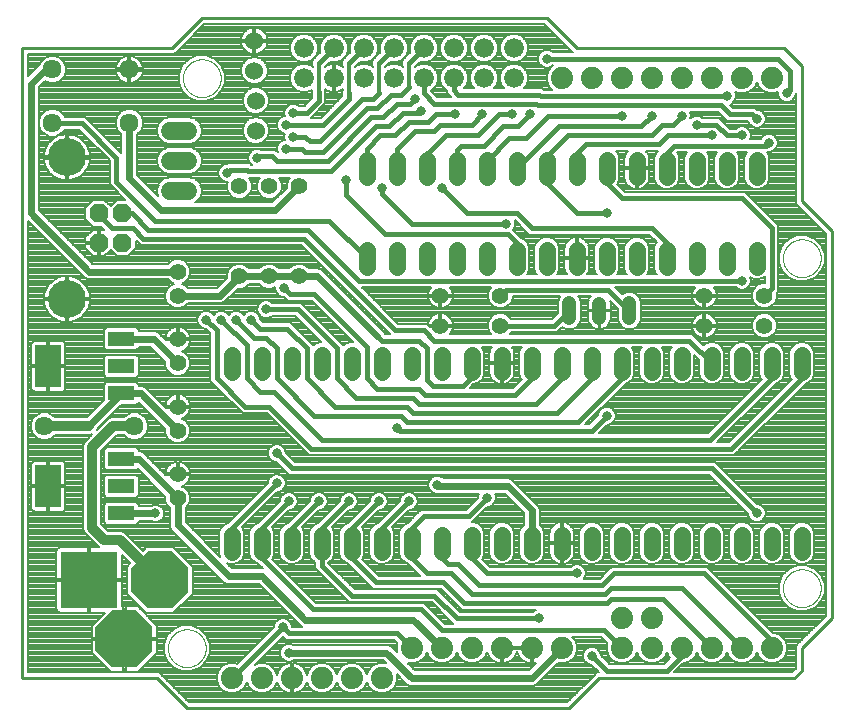
<source format=gtl>
G75*
%MOIN*%
%OFA0B0*%
%FSLAX25Y25*%
%IPPOS*%
%LPD*%
%AMOC8*
5,1,8,0,0,1.08239X$1,22.5*
%
%ADD10C,0.01000*%
%ADD11C,0.00000*%
%ADD12C,0.05600*%
%ADD13C,0.07400*%
%ADD14C,0.06600*%
%ADD15OC8,0.06140*%
%ADD16C,0.12661*%
%ADD17OC8,0.19000*%
%ADD18R,0.19000X0.19000*%
%ADD19R,0.08800X0.04800*%
%ADD20R,0.08661X0.14173*%
%ADD21C,0.05550*%
%ADD22C,0.04800*%
%ADD23C,0.04762*%
%ADD24C,0.06000*%
%ADD25C,0.06337*%
%ADD26C,0.06000*%
%ADD27C,0.00800*%
%ADD28C,0.01600*%
%ADD29C,0.02400*%
%ADD30C,0.03169*%
%ADD31C,0.01200*%
%ADD32C,0.03200*%
%ADD33C,0.03200*%
D10*
X0081461Y0133333D02*
X0071461Y0143333D01*
X0026461Y0143333D01*
X0026461Y0353333D01*
X0076461Y0353333D01*
X0086461Y0363333D01*
X0201461Y0363333D01*
X0211461Y0353333D01*
X0280461Y0353333D01*
X0286461Y0347333D01*
X0286461Y0302333D01*
X0296461Y0292333D01*
X0296461Y0163333D01*
X0286461Y0153333D01*
X0286461Y0145833D01*
X0283961Y0143333D01*
X0218961Y0143333D01*
X0208961Y0133333D01*
X0081461Y0133333D01*
D11*
X0075162Y0153333D02*
X0075164Y0153491D01*
X0075170Y0153649D01*
X0075180Y0153807D01*
X0075194Y0153965D01*
X0075212Y0154122D01*
X0075233Y0154279D01*
X0075259Y0154435D01*
X0075289Y0154591D01*
X0075322Y0154746D01*
X0075360Y0154899D01*
X0075401Y0155052D01*
X0075446Y0155204D01*
X0075495Y0155355D01*
X0075548Y0155504D01*
X0075604Y0155652D01*
X0075664Y0155798D01*
X0075728Y0155943D01*
X0075796Y0156086D01*
X0075867Y0156228D01*
X0075941Y0156368D01*
X0076019Y0156505D01*
X0076101Y0156641D01*
X0076185Y0156775D01*
X0076274Y0156906D01*
X0076365Y0157035D01*
X0076460Y0157162D01*
X0076557Y0157287D01*
X0076658Y0157409D01*
X0076762Y0157528D01*
X0076869Y0157645D01*
X0076979Y0157759D01*
X0077092Y0157870D01*
X0077207Y0157979D01*
X0077325Y0158084D01*
X0077446Y0158186D01*
X0077569Y0158286D01*
X0077695Y0158382D01*
X0077823Y0158475D01*
X0077953Y0158565D01*
X0078086Y0158651D01*
X0078221Y0158735D01*
X0078357Y0158814D01*
X0078496Y0158891D01*
X0078637Y0158963D01*
X0078779Y0159033D01*
X0078923Y0159098D01*
X0079069Y0159160D01*
X0079216Y0159218D01*
X0079365Y0159273D01*
X0079515Y0159324D01*
X0079666Y0159371D01*
X0079818Y0159414D01*
X0079971Y0159453D01*
X0080126Y0159489D01*
X0080281Y0159520D01*
X0080437Y0159548D01*
X0080593Y0159572D01*
X0080750Y0159592D01*
X0080908Y0159608D01*
X0081065Y0159620D01*
X0081224Y0159628D01*
X0081382Y0159632D01*
X0081540Y0159632D01*
X0081698Y0159628D01*
X0081857Y0159620D01*
X0082014Y0159608D01*
X0082172Y0159592D01*
X0082329Y0159572D01*
X0082485Y0159548D01*
X0082641Y0159520D01*
X0082796Y0159489D01*
X0082951Y0159453D01*
X0083104Y0159414D01*
X0083256Y0159371D01*
X0083407Y0159324D01*
X0083557Y0159273D01*
X0083706Y0159218D01*
X0083853Y0159160D01*
X0083999Y0159098D01*
X0084143Y0159033D01*
X0084285Y0158963D01*
X0084426Y0158891D01*
X0084565Y0158814D01*
X0084701Y0158735D01*
X0084836Y0158651D01*
X0084969Y0158565D01*
X0085099Y0158475D01*
X0085227Y0158382D01*
X0085353Y0158286D01*
X0085476Y0158186D01*
X0085597Y0158084D01*
X0085715Y0157979D01*
X0085830Y0157870D01*
X0085943Y0157759D01*
X0086053Y0157645D01*
X0086160Y0157528D01*
X0086264Y0157409D01*
X0086365Y0157287D01*
X0086462Y0157162D01*
X0086557Y0157035D01*
X0086648Y0156906D01*
X0086737Y0156775D01*
X0086821Y0156641D01*
X0086903Y0156505D01*
X0086981Y0156368D01*
X0087055Y0156228D01*
X0087126Y0156086D01*
X0087194Y0155943D01*
X0087258Y0155798D01*
X0087318Y0155652D01*
X0087374Y0155504D01*
X0087427Y0155355D01*
X0087476Y0155204D01*
X0087521Y0155052D01*
X0087562Y0154899D01*
X0087600Y0154746D01*
X0087633Y0154591D01*
X0087663Y0154435D01*
X0087689Y0154279D01*
X0087710Y0154122D01*
X0087728Y0153965D01*
X0087742Y0153807D01*
X0087752Y0153649D01*
X0087758Y0153491D01*
X0087760Y0153333D01*
X0087758Y0153175D01*
X0087752Y0153017D01*
X0087742Y0152859D01*
X0087728Y0152701D01*
X0087710Y0152544D01*
X0087689Y0152387D01*
X0087663Y0152231D01*
X0087633Y0152075D01*
X0087600Y0151920D01*
X0087562Y0151767D01*
X0087521Y0151614D01*
X0087476Y0151462D01*
X0087427Y0151311D01*
X0087374Y0151162D01*
X0087318Y0151014D01*
X0087258Y0150868D01*
X0087194Y0150723D01*
X0087126Y0150580D01*
X0087055Y0150438D01*
X0086981Y0150298D01*
X0086903Y0150161D01*
X0086821Y0150025D01*
X0086737Y0149891D01*
X0086648Y0149760D01*
X0086557Y0149631D01*
X0086462Y0149504D01*
X0086365Y0149379D01*
X0086264Y0149257D01*
X0086160Y0149138D01*
X0086053Y0149021D01*
X0085943Y0148907D01*
X0085830Y0148796D01*
X0085715Y0148687D01*
X0085597Y0148582D01*
X0085476Y0148480D01*
X0085353Y0148380D01*
X0085227Y0148284D01*
X0085099Y0148191D01*
X0084969Y0148101D01*
X0084836Y0148015D01*
X0084701Y0147931D01*
X0084565Y0147852D01*
X0084426Y0147775D01*
X0084285Y0147703D01*
X0084143Y0147633D01*
X0083999Y0147568D01*
X0083853Y0147506D01*
X0083706Y0147448D01*
X0083557Y0147393D01*
X0083407Y0147342D01*
X0083256Y0147295D01*
X0083104Y0147252D01*
X0082951Y0147213D01*
X0082796Y0147177D01*
X0082641Y0147146D01*
X0082485Y0147118D01*
X0082329Y0147094D01*
X0082172Y0147074D01*
X0082014Y0147058D01*
X0081857Y0147046D01*
X0081698Y0147038D01*
X0081540Y0147034D01*
X0081382Y0147034D01*
X0081224Y0147038D01*
X0081065Y0147046D01*
X0080908Y0147058D01*
X0080750Y0147074D01*
X0080593Y0147094D01*
X0080437Y0147118D01*
X0080281Y0147146D01*
X0080126Y0147177D01*
X0079971Y0147213D01*
X0079818Y0147252D01*
X0079666Y0147295D01*
X0079515Y0147342D01*
X0079365Y0147393D01*
X0079216Y0147448D01*
X0079069Y0147506D01*
X0078923Y0147568D01*
X0078779Y0147633D01*
X0078637Y0147703D01*
X0078496Y0147775D01*
X0078357Y0147852D01*
X0078221Y0147931D01*
X0078086Y0148015D01*
X0077953Y0148101D01*
X0077823Y0148191D01*
X0077695Y0148284D01*
X0077569Y0148380D01*
X0077446Y0148480D01*
X0077325Y0148582D01*
X0077207Y0148687D01*
X0077092Y0148796D01*
X0076979Y0148907D01*
X0076869Y0149021D01*
X0076762Y0149138D01*
X0076658Y0149257D01*
X0076557Y0149379D01*
X0076460Y0149504D01*
X0076365Y0149631D01*
X0076274Y0149760D01*
X0076185Y0149891D01*
X0076101Y0150025D01*
X0076019Y0150161D01*
X0075941Y0150298D01*
X0075867Y0150438D01*
X0075796Y0150580D01*
X0075728Y0150723D01*
X0075664Y0150868D01*
X0075604Y0151014D01*
X0075548Y0151162D01*
X0075495Y0151311D01*
X0075446Y0151462D01*
X0075401Y0151614D01*
X0075360Y0151767D01*
X0075322Y0151920D01*
X0075289Y0152075D01*
X0075259Y0152231D01*
X0075233Y0152387D01*
X0075212Y0152544D01*
X0075194Y0152701D01*
X0075180Y0152859D01*
X0075170Y0153017D01*
X0075164Y0153175D01*
X0075162Y0153333D01*
X0280162Y0173333D02*
X0280164Y0173491D01*
X0280170Y0173649D01*
X0280180Y0173807D01*
X0280194Y0173965D01*
X0280212Y0174122D01*
X0280233Y0174279D01*
X0280259Y0174435D01*
X0280289Y0174591D01*
X0280322Y0174746D01*
X0280360Y0174899D01*
X0280401Y0175052D01*
X0280446Y0175204D01*
X0280495Y0175355D01*
X0280548Y0175504D01*
X0280604Y0175652D01*
X0280664Y0175798D01*
X0280728Y0175943D01*
X0280796Y0176086D01*
X0280867Y0176228D01*
X0280941Y0176368D01*
X0281019Y0176505D01*
X0281101Y0176641D01*
X0281185Y0176775D01*
X0281274Y0176906D01*
X0281365Y0177035D01*
X0281460Y0177162D01*
X0281557Y0177287D01*
X0281658Y0177409D01*
X0281762Y0177528D01*
X0281869Y0177645D01*
X0281979Y0177759D01*
X0282092Y0177870D01*
X0282207Y0177979D01*
X0282325Y0178084D01*
X0282446Y0178186D01*
X0282569Y0178286D01*
X0282695Y0178382D01*
X0282823Y0178475D01*
X0282953Y0178565D01*
X0283086Y0178651D01*
X0283221Y0178735D01*
X0283357Y0178814D01*
X0283496Y0178891D01*
X0283637Y0178963D01*
X0283779Y0179033D01*
X0283923Y0179098D01*
X0284069Y0179160D01*
X0284216Y0179218D01*
X0284365Y0179273D01*
X0284515Y0179324D01*
X0284666Y0179371D01*
X0284818Y0179414D01*
X0284971Y0179453D01*
X0285126Y0179489D01*
X0285281Y0179520D01*
X0285437Y0179548D01*
X0285593Y0179572D01*
X0285750Y0179592D01*
X0285908Y0179608D01*
X0286065Y0179620D01*
X0286224Y0179628D01*
X0286382Y0179632D01*
X0286540Y0179632D01*
X0286698Y0179628D01*
X0286857Y0179620D01*
X0287014Y0179608D01*
X0287172Y0179592D01*
X0287329Y0179572D01*
X0287485Y0179548D01*
X0287641Y0179520D01*
X0287796Y0179489D01*
X0287951Y0179453D01*
X0288104Y0179414D01*
X0288256Y0179371D01*
X0288407Y0179324D01*
X0288557Y0179273D01*
X0288706Y0179218D01*
X0288853Y0179160D01*
X0288999Y0179098D01*
X0289143Y0179033D01*
X0289285Y0178963D01*
X0289426Y0178891D01*
X0289565Y0178814D01*
X0289701Y0178735D01*
X0289836Y0178651D01*
X0289969Y0178565D01*
X0290099Y0178475D01*
X0290227Y0178382D01*
X0290353Y0178286D01*
X0290476Y0178186D01*
X0290597Y0178084D01*
X0290715Y0177979D01*
X0290830Y0177870D01*
X0290943Y0177759D01*
X0291053Y0177645D01*
X0291160Y0177528D01*
X0291264Y0177409D01*
X0291365Y0177287D01*
X0291462Y0177162D01*
X0291557Y0177035D01*
X0291648Y0176906D01*
X0291737Y0176775D01*
X0291821Y0176641D01*
X0291903Y0176505D01*
X0291981Y0176368D01*
X0292055Y0176228D01*
X0292126Y0176086D01*
X0292194Y0175943D01*
X0292258Y0175798D01*
X0292318Y0175652D01*
X0292374Y0175504D01*
X0292427Y0175355D01*
X0292476Y0175204D01*
X0292521Y0175052D01*
X0292562Y0174899D01*
X0292600Y0174746D01*
X0292633Y0174591D01*
X0292663Y0174435D01*
X0292689Y0174279D01*
X0292710Y0174122D01*
X0292728Y0173965D01*
X0292742Y0173807D01*
X0292752Y0173649D01*
X0292758Y0173491D01*
X0292760Y0173333D01*
X0292758Y0173175D01*
X0292752Y0173017D01*
X0292742Y0172859D01*
X0292728Y0172701D01*
X0292710Y0172544D01*
X0292689Y0172387D01*
X0292663Y0172231D01*
X0292633Y0172075D01*
X0292600Y0171920D01*
X0292562Y0171767D01*
X0292521Y0171614D01*
X0292476Y0171462D01*
X0292427Y0171311D01*
X0292374Y0171162D01*
X0292318Y0171014D01*
X0292258Y0170868D01*
X0292194Y0170723D01*
X0292126Y0170580D01*
X0292055Y0170438D01*
X0291981Y0170298D01*
X0291903Y0170161D01*
X0291821Y0170025D01*
X0291737Y0169891D01*
X0291648Y0169760D01*
X0291557Y0169631D01*
X0291462Y0169504D01*
X0291365Y0169379D01*
X0291264Y0169257D01*
X0291160Y0169138D01*
X0291053Y0169021D01*
X0290943Y0168907D01*
X0290830Y0168796D01*
X0290715Y0168687D01*
X0290597Y0168582D01*
X0290476Y0168480D01*
X0290353Y0168380D01*
X0290227Y0168284D01*
X0290099Y0168191D01*
X0289969Y0168101D01*
X0289836Y0168015D01*
X0289701Y0167931D01*
X0289565Y0167852D01*
X0289426Y0167775D01*
X0289285Y0167703D01*
X0289143Y0167633D01*
X0288999Y0167568D01*
X0288853Y0167506D01*
X0288706Y0167448D01*
X0288557Y0167393D01*
X0288407Y0167342D01*
X0288256Y0167295D01*
X0288104Y0167252D01*
X0287951Y0167213D01*
X0287796Y0167177D01*
X0287641Y0167146D01*
X0287485Y0167118D01*
X0287329Y0167094D01*
X0287172Y0167074D01*
X0287014Y0167058D01*
X0286857Y0167046D01*
X0286698Y0167038D01*
X0286540Y0167034D01*
X0286382Y0167034D01*
X0286224Y0167038D01*
X0286065Y0167046D01*
X0285908Y0167058D01*
X0285750Y0167074D01*
X0285593Y0167094D01*
X0285437Y0167118D01*
X0285281Y0167146D01*
X0285126Y0167177D01*
X0284971Y0167213D01*
X0284818Y0167252D01*
X0284666Y0167295D01*
X0284515Y0167342D01*
X0284365Y0167393D01*
X0284216Y0167448D01*
X0284069Y0167506D01*
X0283923Y0167568D01*
X0283779Y0167633D01*
X0283637Y0167703D01*
X0283496Y0167775D01*
X0283357Y0167852D01*
X0283221Y0167931D01*
X0283086Y0168015D01*
X0282953Y0168101D01*
X0282823Y0168191D01*
X0282695Y0168284D01*
X0282569Y0168380D01*
X0282446Y0168480D01*
X0282325Y0168582D01*
X0282207Y0168687D01*
X0282092Y0168796D01*
X0281979Y0168907D01*
X0281869Y0169021D01*
X0281762Y0169138D01*
X0281658Y0169257D01*
X0281557Y0169379D01*
X0281460Y0169504D01*
X0281365Y0169631D01*
X0281274Y0169760D01*
X0281185Y0169891D01*
X0281101Y0170025D01*
X0281019Y0170161D01*
X0280941Y0170298D01*
X0280867Y0170438D01*
X0280796Y0170580D01*
X0280728Y0170723D01*
X0280664Y0170868D01*
X0280604Y0171014D01*
X0280548Y0171162D01*
X0280495Y0171311D01*
X0280446Y0171462D01*
X0280401Y0171614D01*
X0280360Y0171767D01*
X0280322Y0171920D01*
X0280289Y0172075D01*
X0280259Y0172231D01*
X0280233Y0172387D01*
X0280212Y0172544D01*
X0280194Y0172701D01*
X0280180Y0172859D01*
X0280170Y0173017D01*
X0280164Y0173175D01*
X0280162Y0173333D01*
X0280162Y0283333D02*
X0280164Y0283491D01*
X0280170Y0283649D01*
X0280180Y0283807D01*
X0280194Y0283965D01*
X0280212Y0284122D01*
X0280233Y0284279D01*
X0280259Y0284435D01*
X0280289Y0284591D01*
X0280322Y0284746D01*
X0280360Y0284899D01*
X0280401Y0285052D01*
X0280446Y0285204D01*
X0280495Y0285355D01*
X0280548Y0285504D01*
X0280604Y0285652D01*
X0280664Y0285798D01*
X0280728Y0285943D01*
X0280796Y0286086D01*
X0280867Y0286228D01*
X0280941Y0286368D01*
X0281019Y0286505D01*
X0281101Y0286641D01*
X0281185Y0286775D01*
X0281274Y0286906D01*
X0281365Y0287035D01*
X0281460Y0287162D01*
X0281557Y0287287D01*
X0281658Y0287409D01*
X0281762Y0287528D01*
X0281869Y0287645D01*
X0281979Y0287759D01*
X0282092Y0287870D01*
X0282207Y0287979D01*
X0282325Y0288084D01*
X0282446Y0288186D01*
X0282569Y0288286D01*
X0282695Y0288382D01*
X0282823Y0288475D01*
X0282953Y0288565D01*
X0283086Y0288651D01*
X0283221Y0288735D01*
X0283357Y0288814D01*
X0283496Y0288891D01*
X0283637Y0288963D01*
X0283779Y0289033D01*
X0283923Y0289098D01*
X0284069Y0289160D01*
X0284216Y0289218D01*
X0284365Y0289273D01*
X0284515Y0289324D01*
X0284666Y0289371D01*
X0284818Y0289414D01*
X0284971Y0289453D01*
X0285126Y0289489D01*
X0285281Y0289520D01*
X0285437Y0289548D01*
X0285593Y0289572D01*
X0285750Y0289592D01*
X0285908Y0289608D01*
X0286065Y0289620D01*
X0286224Y0289628D01*
X0286382Y0289632D01*
X0286540Y0289632D01*
X0286698Y0289628D01*
X0286857Y0289620D01*
X0287014Y0289608D01*
X0287172Y0289592D01*
X0287329Y0289572D01*
X0287485Y0289548D01*
X0287641Y0289520D01*
X0287796Y0289489D01*
X0287951Y0289453D01*
X0288104Y0289414D01*
X0288256Y0289371D01*
X0288407Y0289324D01*
X0288557Y0289273D01*
X0288706Y0289218D01*
X0288853Y0289160D01*
X0288999Y0289098D01*
X0289143Y0289033D01*
X0289285Y0288963D01*
X0289426Y0288891D01*
X0289565Y0288814D01*
X0289701Y0288735D01*
X0289836Y0288651D01*
X0289969Y0288565D01*
X0290099Y0288475D01*
X0290227Y0288382D01*
X0290353Y0288286D01*
X0290476Y0288186D01*
X0290597Y0288084D01*
X0290715Y0287979D01*
X0290830Y0287870D01*
X0290943Y0287759D01*
X0291053Y0287645D01*
X0291160Y0287528D01*
X0291264Y0287409D01*
X0291365Y0287287D01*
X0291462Y0287162D01*
X0291557Y0287035D01*
X0291648Y0286906D01*
X0291737Y0286775D01*
X0291821Y0286641D01*
X0291903Y0286505D01*
X0291981Y0286368D01*
X0292055Y0286228D01*
X0292126Y0286086D01*
X0292194Y0285943D01*
X0292258Y0285798D01*
X0292318Y0285652D01*
X0292374Y0285504D01*
X0292427Y0285355D01*
X0292476Y0285204D01*
X0292521Y0285052D01*
X0292562Y0284899D01*
X0292600Y0284746D01*
X0292633Y0284591D01*
X0292663Y0284435D01*
X0292689Y0284279D01*
X0292710Y0284122D01*
X0292728Y0283965D01*
X0292742Y0283807D01*
X0292752Y0283649D01*
X0292758Y0283491D01*
X0292760Y0283333D01*
X0292758Y0283175D01*
X0292752Y0283017D01*
X0292742Y0282859D01*
X0292728Y0282701D01*
X0292710Y0282544D01*
X0292689Y0282387D01*
X0292663Y0282231D01*
X0292633Y0282075D01*
X0292600Y0281920D01*
X0292562Y0281767D01*
X0292521Y0281614D01*
X0292476Y0281462D01*
X0292427Y0281311D01*
X0292374Y0281162D01*
X0292318Y0281014D01*
X0292258Y0280868D01*
X0292194Y0280723D01*
X0292126Y0280580D01*
X0292055Y0280438D01*
X0291981Y0280298D01*
X0291903Y0280161D01*
X0291821Y0280025D01*
X0291737Y0279891D01*
X0291648Y0279760D01*
X0291557Y0279631D01*
X0291462Y0279504D01*
X0291365Y0279379D01*
X0291264Y0279257D01*
X0291160Y0279138D01*
X0291053Y0279021D01*
X0290943Y0278907D01*
X0290830Y0278796D01*
X0290715Y0278687D01*
X0290597Y0278582D01*
X0290476Y0278480D01*
X0290353Y0278380D01*
X0290227Y0278284D01*
X0290099Y0278191D01*
X0289969Y0278101D01*
X0289836Y0278015D01*
X0289701Y0277931D01*
X0289565Y0277852D01*
X0289426Y0277775D01*
X0289285Y0277703D01*
X0289143Y0277633D01*
X0288999Y0277568D01*
X0288853Y0277506D01*
X0288706Y0277448D01*
X0288557Y0277393D01*
X0288407Y0277342D01*
X0288256Y0277295D01*
X0288104Y0277252D01*
X0287951Y0277213D01*
X0287796Y0277177D01*
X0287641Y0277146D01*
X0287485Y0277118D01*
X0287329Y0277094D01*
X0287172Y0277074D01*
X0287014Y0277058D01*
X0286857Y0277046D01*
X0286698Y0277038D01*
X0286540Y0277034D01*
X0286382Y0277034D01*
X0286224Y0277038D01*
X0286065Y0277046D01*
X0285908Y0277058D01*
X0285750Y0277074D01*
X0285593Y0277094D01*
X0285437Y0277118D01*
X0285281Y0277146D01*
X0285126Y0277177D01*
X0284971Y0277213D01*
X0284818Y0277252D01*
X0284666Y0277295D01*
X0284515Y0277342D01*
X0284365Y0277393D01*
X0284216Y0277448D01*
X0284069Y0277506D01*
X0283923Y0277568D01*
X0283779Y0277633D01*
X0283637Y0277703D01*
X0283496Y0277775D01*
X0283357Y0277852D01*
X0283221Y0277931D01*
X0283086Y0278015D01*
X0282953Y0278101D01*
X0282823Y0278191D01*
X0282695Y0278284D01*
X0282569Y0278380D01*
X0282446Y0278480D01*
X0282325Y0278582D01*
X0282207Y0278687D01*
X0282092Y0278796D01*
X0281979Y0278907D01*
X0281869Y0279021D01*
X0281762Y0279138D01*
X0281658Y0279257D01*
X0281557Y0279379D01*
X0281460Y0279504D01*
X0281365Y0279631D01*
X0281274Y0279760D01*
X0281185Y0279891D01*
X0281101Y0280025D01*
X0281019Y0280161D01*
X0280941Y0280298D01*
X0280867Y0280438D01*
X0280796Y0280580D01*
X0280728Y0280723D01*
X0280664Y0280868D01*
X0280604Y0281014D01*
X0280548Y0281162D01*
X0280495Y0281311D01*
X0280446Y0281462D01*
X0280401Y0281614D01*
X0280360Y0281767D01*
X0280322Y0281920D01*
X0280289Y0282075D01*
X0280259Y0282231D01*
X0280233Y0282387D01*
X0280212Y0282544D01*
X0280194Y0282701D01*
X0280180Y0282859D01*
X0280170Y0283017D01*
X0280164Y0283175D01*
X0280162Y0283333D01*
X0080162Y0343333D02*
X0080164Y0343491D01*
X0080170Y0343649D01*
X0080180Y0343807D01*
X0080194Y0343965D01*
X0080212Y0344122D01*
X0080233Y0344279D01*
X0080259Y0344435D01*
X0080289Y0344591D01*
X0080322Y0344746D01*
X0080360Y0344899D01*
X0080401Y0345052D01*
X0080446Y0345204D01*
X0080495Y0345355D01*
X0080548Y0345504D01*
X0080604Y0345652D01*
X0080664Y0345798D01*
X0080728Y0345943D01*
X0080796Y0346086D01*
X0080867Y0346228D01*
X0080941Y0346368D01*
X0081019Y0346505D01*
X0081101Y0346641D01*
X0081185Y0346775D01*
X0081274Y0346906D01*
X0081365Y0347035D01*
X0081460Y0347162D01*
X0081557Y0347287D01*
X0081658Y0347409D01*
X0081762Y0347528D01*
X0081869Y0347645D01*
X0081979Y0347759D01*
X0082092Y0347870D01*
X0082207Y0347979D01*
X0082325Y0348084D01*
X0082446Y0348186D01*
X0082569Y0348286D01*
X0082695Y0348382D01*
X0082823Y0348475D01*
X0082953Y0348565D01*
X0083086Y0348651D01*
X0083221Y0348735D01*
X0083357Y0348814D01*
X0083496Y0348891D01*
X0083637Y0348963D01*
X0083779Y0349033D01*
X0083923Y0349098D01*
X0084069Y0349160D01*
X0084216Y0349218D01*
X0084365Y0349273D01*
X0084515Y0349324D01*
X0084666Y0349371D01*
X0084818Y0349414D01*
X0084971Y0349453D01*
X0085126Y0349489D01*
X0085281Y0349520D01*
X0085437Y0349548D01*
X0085593Y0349572D01*
X0085750Y0349592D01*
X0085908Y0349608D01*
X0086065Y0349620D01*
X0086224Y0349628D01*
X0086382Y0349632D01*
X0086540Y0349632D01*
X0086698Y0349628D01*
X0086857Y0349620D01*
X0087014Y0349608D01*
X0087172Y0349592D01*
X0087329Y0349572D01*
X0087485Y0349548D01*
X0087641Y0349520D01*
X0087796Y0349489D01*
X0087951Y0349453D01*
X0088104Y0349414D01*
X0088256Y0349371D01*
X0088407Y0349324D01*
X0088557Y0349273D01*
X0088706Y0349218D01*
X0088853Y0349160D01*
X0088999Y0349098D01*
X0089143Y0349033D01*
X0089285Y0348963D01*
X0089426Y0348891D01*
X0089565Y0348814D01*
X0089701Y0348735D01*
X0089836Y0348651D01*
X0089969Y0348565D01*
X0090099Y0348475D01*
X0090227Y0348382D01*
X0090353Y0348286D01*
X0090476Y0348186D01*
X0090597Y0348084D01*
X0090715Y0347979D01*
X0090830Y0347870D01*
X0090943Y0347759D01*
X0091053Y0347645D01*
X0091160Y0347528D01*
X0091264Y0347409D01*
X0091365Y0347287D01*
X0091462Y0347162D01*
X0091557Y0347035D01*
X0091648Y0346906D01*
X0091737Y0346775D01*
X0091821Y0346641D01*
X0091903Y0346505D01*
X0091981Y0346368D01*
X0092055Y0346228D01*
X0092126Y0346086D01*
X0092194Y0345943D01*
X0092258Y0345798D01*
X0092318Y0345652D01*
X0092374Y0345504D01*
X0092427Y0345355D01*
X0092476Y0345204D01*
X0092521Y0345052D01*
X0092562Y0344899D01*
X0092600Y0344746D01*
X0092633Y0344591D01*
X0092663Y0344435D01*
X0092689Y0344279D01*
X0092710Y0344122D01*
X0092728Y0343965D01*
X0092742Y0343807D01*
X0092752Y0343649D01*
X0092758Y0343491D01*
X0092760Y0343333D01*
X0092758Y0343175D01*
X0092752Y0343017D01*
X0092742Y0342859D01*
X0092728Y0342701D01*
X0092710Y0342544D01*
X0092689Y0342387D01*
X0092663Y0342231D01*
X0092633Y0342075D01*
X0092600Y0341920D01*
X0092562Y0341767D01*
X0092521Y0341614D01*
X0092476Y0341462D01*
X0092427Y0341311D01*
X0092374Y0341162D01*
X0092318Y0341014D01*
X0092258Y0340868D01*
X0092194Y0340723D01*
X0092126Y0340580D01*
X0092055Y0340438D01*
X0091981Y0340298D01*
X0091903Y0340161D01*
X0091821Y0340025D01*
X0091737Y0339891D01*
X0091648Y0339760D01*
X0091557Y0339631D01*
X0091462Y0339504D01*
X0091365Y0339379D01*
X0091264Y0339257D01*
X0091160Y0339138D01*
X0091053Y0339021D01*
X0090943Y0338907D01*
X0090830Y0338796D01*
X0090715Y0338687D01*
X0090597Y0338582D01*
X0090476Y0338480D01*
X0090353Y0338380D01*
X0090227Y0338284D01*
X0090099Y0338191D01*
X0089969Y0338101D01*
X0089836Y0338015D01*
X0089701Y0337931D01*
X0089565Y0337852D01*
X0089426Y0337775D01*
X0089285Y0337703D01*
X0089143Y0337633D01*
X0088999Y0337568D01*
X0088853Y0337506D01*
X0088706Y0337448D01*
X0088557Y0337393D01*
X0088407Y0337342D01*
X0088256Y0337295D01*
X0088104Y0337252D01*
X0087951Y0337213D01*
X0087796Y0337177D01*
X0087641Y0337146D01*
X0087485Y0337118D01*
X0087329Y0337094D01*
X0087172Y0337074D01*
X0087014Y0337058D01*
X0086857Y0337046D01*
X0086698Y0337038D01*
X0086540Y0337034D01*
X0086382Y0337034D01*
X0086224Y0337038D01*
X0086065Y0337046D01*
X0085908Y0337058D01*
X0085750Y0337074D01*
X0085593Y0337094D01*
X0085437Y0337118D01*
X0085281Y0337146D01*
X0085126Y0337177D01*
X0084971Y0337213D01*
X0084818Y0337252D01*
X0084666Y0337295D01*
X0084515Y0337342D01*
X0084365Y0337393D01*
X0084216Y0337448D01*
X0084069Y0337506D01*
X0083923Y0337568D01*
X0083779Y0337633D01*
X0083637Y0337703D01*
X0083496Y0337775D01*
X0083357Y0337852D01*
X0083221Y0337931D01*
X0083086Y0338015D01*
X0082953Y0338101D01*
X0082823Y0338191D01*
X0082695Y0338284D01*
X0082569Y0338380D01*
X0082446Y0338480D01*
X0082325Y0338582D01*
X0082207Y0338687D01*
X0082092Y0338796D01*
X0081979Y0338907D01*
X0081869Y0339021D01*
X0081762Y0339138D01*
X0081658Y0339257D01*
X0081557Y0339379D01*
X0081460Y0339504D01*
X0081365Y0339631D01*
X0081274Y0339760D01*
X0081185Y0339891D01*
X0081101Y0340025D01*
X0081019Y0340161D01*
X0080941Y0340298D01*
X0080867Y0340438D01*
X0080796Y0340580D01*
X0080728Y0340723D01*
X0080664Y0340868D01*
X0080604Y0341014D01*
X0080548Y0341162D01*
X0080495Y0341311D01*
X0080446Y0341462D01*
X0080401Y0341614D01*
X0080360Y0341767D01*
X0080322Y0341920D01*
X0080289Y0342075D01*
X0080259Y0342231D01*
X0080233Y0342387D01*
X0080212Y0342544D01*
X0080194Y0342701D01*
X0080180Y0342859D01*
X0080170Y0343017D01*
X0080164Y0343175D01*
X0080162Y0343333D01*
D12*
X0141461Y0316133D02*
X0141461Y0310533D01*
X0151461Y0310533D02*
X0151461Y0316133D01*
X0161461Y0316133D02*
X0161461Y0310533D01*
X0171461Y0310533D02*
X0171461Y0316133D01*
X0181461Y0316133D02*
X0181461Y0310533D01*
X0191461Y0310533D02*
X0191461Y0316133D01*
X0201461Y0316133D02*
X0201461Y0310533D01*
X0211461Y0310533D02*
X0211461Y0316133D01*
X0221461Y0316133D02*
X0221461Y0310533D01*
X0231461Y0310533D02*
X0231461Y0316133D01*
X0241461Y0316133D02*
X0241461Y0310533D01*
X0251461Y0310533D02*
X0251461Y0316133D01*
X0261461Y0316133D02*
X0261461Y0310533D01*
X0271461Y0310533D02*
X0271461Y0316133D01*
X0271461Y0286133D02*
X0271461Y0280533D01*
X0261461Y0280533D02*
X0261461Y0286133D01*
X0251461Y0286133D02*
X0251461Y0280533D01*
X0241461Y0280533D02*
X0241461Y0286133D01*
X0231461Y0286133D02*
X0231461Y0280533D01*
X0221461Y0280533D02*
X0221461Y0286133D01*
X0211461Y0286133D02*
X0211461Y0280533D01*
X0201461Y0280533D02*
X0201461Y0286133D01*
X0191461Y0286133D02*
X0191461Y0280533D01*
X0181461Y0280533D02*
X0181461Y0286133D01*
X0171461Y0286133D02*
X0171461Y0280533D01*
X0161461Y0280533D02*
X0161461Y0286133D01*
X0151461Y0286133D02*
X0151461Y0280533D01*
X0141461Y0280533D02*
X0141461Y0286133D01*
X0146461Y0251133D02*
X0146461Y0245533D01*
X0156461Y0245533D02*
X0156461Y0251133D01*
X0166461Y0251133D02*
X0166461Y0245533D01*
X0176461Y0245533D02*
X0176461Y0251133D01*
X0186461Y0251133D02*
X0186461Y0245533D01*
X0196461Y0245533D02*
X0196461Y0251133D01*
X0206461Y0251133D02*
X0206461Y0245533D01*
X0216461Y0245533D02*
X0216461Y0251133D01*
X0226461Y0251133D02*
X0226461Y0245533D01*
X0236461Y0245533D02*
X0236461Y0251133D01*
X0246461Y0251133D02*
X0246461Y0245533D01*
X0256461Y0245533D02*
X0256461Y0251133D01*
X0266461Y0251133D02*
X0266461Y0245533D01*
X0276461Y0245533D02*
X0276461Y0251133D01*
X0286461Y0251133D02*
X0286461Y0245533D01*
X0286461Y0191133D02*
X0286461Y0185533D01*
X0276461Y0185533D02*
X0276461Y0191133D01*
X0266461Y0191133D02*
X0266461Y0185533D01*
X0256461Y0185533D02*
X0256461Y0191133D01*
X0246461Y0191133D02*
X0246461Y0185533D01*
X0236461Y0185533D02*
X0236461Y0191133D01*
X0226461Y0191133D02*
X0226461Y0185533D01*
X0216461Y0185533D02*
X0216461Y0191133D01*
X0206461Y0191133D02*
X0206461Y0185533D01*
X0196461Y0185533D02*
X0196461Y0191133D01*
X0186461Y0191133D02*
X0186461Y0185533D01*
X0176461Y0185533D02*
X0176461Y0191133D01*
X0166461Y0191133D02*
X0166461Y0185533D01*
X0156461Y0185533D02*
X0156461Y0191133D01*
X0146461Y0191133D02*
X0146461Y0185533D01*
X0136461Y0185533D02*
X0136461Y0191133D01*
X0126461Y0191133D02*
X0126461Y0185533D01*
X0116461Y0185533D02*
X0116461Y0191133D01*
X0106461Y0191133D02*
X0106461Y0185533D01*
X0096461Y0185533D02*
X0096461Y0191133D01*
X0096461Y0245533D02*
X0096461Y0251133D01*
X0106461Y0251133D02*
X0106461Y0245533D01*
X0116461Y0245533D02*
X0116461Y0251133D01*
X0126461Y0251133D02*
X0126461Y0245533D01*
X0136461Y0245533D02*
X0136461Y0251133D01*
D13*
X0226461Y0163333D03*
X0236461Y0163333D03*
X0236461Y0153333D03*
X0226461Y0153333D03*
X0206461Y0153333D03*
X0196461Y0153333D03*
X0186461Y0153333D03*
X0176461Y0153333D03*
X0166461Y0153333D03*
X0156461Y0153333D03*
X0146461Y0143333D03*
X0136461Y0143333D03*
X0126461Y0143333D03*
X0116461Y0143333D03*
X0106461Y0143333D03*
X0096461Y0143333D03*
X0246461Y0153333D03*
X0256461Y0153333D03*
X0266461Y0153333D03*
X0276461Y0153333D03*
X0276461Y0343333D03*
X0266461Y0343333D03*
X0256461Y0343333D03*
X0246461Y0343333D03*
X0236461Y0343333D03*
X0226461Y0343333D03*
X0216461Y0343333D03*
X0206461Y0343333D03*
D14*
X0190461Y0343333D03*
X0180461Y0343333D03*
X0170461Y0343333D03*
X0170461Y0353333D03*
X0180461Y0353333D03*
X0190461Y0353333D03*
X0160461Y0353333D03*
X0150461Y0353333D03*
X0140461Y0353333D03*
X0130461Y0353333D03*
X0130461Y0343333D03*
X0140461Y0343333D03*
X0150461Y0343333D03*
X0160461Y0343333D03*
X0120461Y0343333D03*
X0120461Y0353333D03*
D15*
X0060004Y0298255D03*
X0052130Y0298255D03*
X0052130Y0288412D03*
X0060004Y0288412D03*
D16*
X0041461Y0269711D03*
X0041461Y0316955D03*
D17*
X0072461Y0176033D03*
X0060661Y0156333D03*
D18*
X0048861Y0176033D03*
D19*
X0059661Y0198233D03*
X0059661Y0207333D03*
X0059661Y0216433D03*
X0059661Y0238233D03*
X0059661Y0247333D03*
X0059661Y0256433D03*
D20*
X0035260Y0247333D03*
X0035260Y0207333D03*
D21*
X0078461Y0203333D03*
X0078461Y0211333D03*
X0078461Y0225833D03*
X0078461Y0233833D03*
X0078461Y0248333D03*
X0078461Y0256333D03*
X0078461Y0270833D03*
X0078461Y0278833D03*
X0098961Y0277333D03*
X0108961Y0277333D03*
X0118961Y0277333D03*
X0118961Y0307333D03*
X0108961Y0307333D03*
X0098961Y0307333D03*
X0165961Y0270833D03*
X0165961Y0260833D03*
X0185961Y0260833D03*
X0185961Y0270833D03*
X0253961Y0270833D03*
X0253961Y0260833D03*
X0273961Y0260833D03*
X0273961Y0270833D03*
D22*
X0228961Y0268233D02*
X0228961Y0263433D01*
X0208961Y0263433D02*
X0208961Y0268233D01*
D23*
X0218961Y0268214D02*
X0218961Y0263452D01*
D24*
X0104461Y0325833D03*
X0104461Y0335833D03*
X0103961Y0345833D03*
X0103961Y0355833D03*
D25*
X0062261Y0346233D03*
X0062261Y0328433D03*
X0036661Y0328433D03*
X0036661Y0346233D03*
X0033961Y0227333D03*
X0063961Y0227333D03*
D26*
X0075961Y0305833D02*
X0081961Y0305833D01*
X0081961Y0315833D02*
X0075961Y0315833D01*
X0075961Y0325833D02*
X0081961Y0325833D01*
D27*
X0085913Y0327789D02*
X0100508Y0327789D01*
X0100730Y0328326D02*
X0100061Y0326709D01*
X0100061Y0324958D01*
X0100730Y0323341D01*
X0101968Y0322103D01*
X0103585Y0321433D01*
X0105336Y0321433D01*
X0106953Y0322103D01*
X0108191Y0323341D01*
X0108861Y0324958D01*
X0108861Y0326709D01*
X0108191Y0328326D01*
X0106953Y0329563D01*
X0105336Y0330233D01*
X0103585Y0330233D01*
X0101968Y0329563D01*
X0100730Y0328326D01*
X0100993Y0328588D02*
X0085429Y0328588D01*
X0085691Y0328326D02*
X0084453Y0329563D01*
X0082836Y0330233D01*
X0075085Y0330233D01*
X0073468Y0329563D01*
X0072230Y0328326D01*
X0071561Y0326709D01*
X0071561Y0324958D01*
X0072230Y0323341D01*
X0073468Y0322103D01*
X0075085Y0321433D01*
X0082836Y0321433D01*
X0084453Y0322103D01*
X0085691Y0323341D01*
X0086361Y0324958D01*
X0086361Y0326709D01*
X0085691Y0328326D01*
X0086244Y0326991D02*
X0100178Y0326991D01*
X0100061Y0326192D02*
X0086361Y0326192D01*
X0086361Y0325394D02*
X0100061Y0325394D01*
X0100211Y0324595D02*
X0086210Y0324595D01*
X0085880Y0323797D02*
X0100542Y0323797D01*
X0101073Y0322998D02*
X0085348Y0322998D01*
X0084550Y0322200D02*
X0101872Y0322200D01*
X0103270Y0319363D02*
X0102431Y0318524D01*
X0101976Y0317427D01*
X0101976Y0316240D01*
X0102431Y0315143D01*
X0103040Y0314533D01*
X0102872Y0314533D01*
X0102372Y0315033D01*
X0095049Y0315033D01*
X0094834Y0314818D01*
X0094367Y0314818D01*
X0093270Y0314363D01*
X0092431Y0313524D01*
X0091976Y0312427D01*
X0091976Y0311240D01*
X0092431Y0310143D01*
X0093270Y0309303D01*
X0094367Y0308849D01*
X0095070Y0308849D01*
X0094786Y0308164D01*
X0094786Y0306503D01*
X0095421Y0304968D01*
X0096596Y0303794D01*
X0098130Y0303159D01*
X0099791Y0303159D01*
X0101325Y0303794D01*
X0102500Y0304968D01*
X0103135Y0306503D01*
X0103135Y0308164D01*
X0102500Y0309698D01*
X0102065Y0310133D01*
X0105857Y0310133D01*
X0105421Y0309698D01*
X0104786Y0308164D01*
X0104786Y0306503D01*
X0105421Y0304968D01*
X0106596Y0303794D01*
X0108130Y0303159D01*
X0109791Y0303159D01*
X0111325Y0303794D01*
X0112500Y0304968D01*
X0113135Y0306503D01*
X0113135Y0308164D01*
X0112500Y0309698D01*
X0112065Y0310133D01*
X0115857Y0310133D01*
X0115421Y0309698D01*
X0114786Y0308164D01*
X0114786Y0306835D01*
X0109884Y0301933D01*
X0084043Y0301933D01*
X0084453Y0302103D01*
X0085691Y0303341D01*
X0086361Y0304958D01*
X0086361Y0306709D01*
X0085691Y0308326D01*
X0084453Y0309563D01*
X0082836Y0310233D01*
X0075085Y0310233D01*
X0073468Y0309563D01*
X0072230Y0308326D01*
X0071561Y0306709D01*
X0071561Y0304958D01*
X0071948Y0304023D01*
X0064861Y0311110D01*
X0064861Y0324572D01*
X0066134Y0325845D01*
X0066829Y0327525D01*
X0066829Y0329342D01*
X0066134Y0331021D01*
X0064848Y0332306D01*
X0063169Y0333002D01*
X0061352Y0333002D01*
X0059673Y0332306D01*
X0058388Y0331021D01*
X0057692Y0329342D01*
X0057692Y0327525D01*
X0058388Y0325845D01*
X0059661Y0324572D01*
X0059661Y0318245D01*
X0048661Y0329245D01*
X0047372Y0330533D01*
X0040736Y0330533D01*
X0040534Y0331021D01*
X0039248Y0332306D01*
X0037569Y0333002D01*
X0035752Y0333002D01*
X0034073Y0332306D01*
X0032788Y0331021D01*
X0032092Y0329342D01*
X0032092Y0327525D01*
X0032788Y0325845D01*
X0034073Y0324560D01*
X0035752Y0323865D01*
X0037569Y0323865D01*
X0039248Y0324560D01*
X0040534Y0325845D01*
X0040653Y0326133D01*
X0045549Y0326133D01*
X0055761Y0315922D01*
X0055761Y0307922D01*
X0057049Y0306633D01*
X0060958Y0302725D01*
X0058152Y0302725D01*
X0056067Y0300639D01*
X0053981Y0302725D01*
X0050278Y0302725D01*
X0047660Y0300106D01*
X0047660Y0296403D01*
X0050278Y0293785D01*
X0052898Y0293785D01*
X0053801Y0292882D01*
X0052530Y0292882D01*
X0052530Y0288812D01*
X0051730Y0288812D01*
X0051730Y0288012D01*
X0052530Y0288012D01*
X0052530Y0283942D01*
X0053981Y0283942D01*
X0056067Y0286027D01*
X0058152Y0283942D01*
X0061855Y0283942D01*
X0064474Y0286561D01*
X0064474Y0289209D01*
X0064761Y0288922D01*
X0066049Y0287633D01*
X0119549Y0287633D01*
X0149149Y0258033D01*
X0147485Y0258033D01*
X0147165Y0258806D01*
X0126433Y0279537D01*
X0125478Y0279933D01*
X0122265Y0279933D01*
X0121325Y0280873D01*
X0119791Y0281508D01*
X0118130Y0281508D01*
X0116596Y0280873D01*
X0115657Y0279933D01*
X0112265Y0279933D01*
X0111325Y0280873D01*
X0109791Y0281508D01*
X0108130Y0281508D01*
X0106596Y0280873D01*
X0105657Y0279933D01*
X0102265Y0279933D01*
X0101325Y0280873D01*
X0099791Y0281508D01*
X0098130Y0281508D01*
X0096596Y0280873D01*
X0095421Y0279698D01*
X0094786Y0278164D01*
X0094786Y0276835D01*
X0091384Y0273433D01*
X0081765Y0273433D01*
X0080825Y0274373D01*
X0079713Y0274833D01*
X0080825Y0275294D01*
X0082000Y0276468D01*
X0082635Y0278003D01*
X0082635Y0279664D01*
X0082000Y0281198D01*
X0080825Y0282373D01*
X0079291Y0283008D01*
X0077630Y0283008D01*
X0076096Y0282373D01*
X0075157Y0281433D01*
X0050038Y0281433D01*
X0032061Y0299410D01*
X0032061Y0340256D01*
X0034138Y0342333D01*
X0035752Y0341665D01*
X0037569Y0341665D01*
X0039248Y0342360D01*
X0040534Y0343645D01*
X0041229Y0345325D01*
X0041229Y0347142D01*
X0040534Y0348821D01*
X0039248Y0350106D01*
X0037569Y0350802D01*
X0035752Y0350802D01*
X0034073Y0350106D01*
X0032788Y0348821D01*
X0032445Y0347995D01*
X0028361Y0343910D01*
X0028361Y0351433D01*
X0077248Y0351433D01*
X0078361Y0352546D01*
X0078361Y0352546D01*
X0087248Y0361433D01*
X0200674Y0361433D01*
X0209561Y0352546D01*
X0210074Y0352033D01*
X0203481Y0352033D01*
X0203151Y0352363D01*
X0202054Y0352818D01*
X0200867Y0352818D01*
X0199770Y0352363D01*
X0198931Y0351524D01*
X0198476Y0350427D01*
X0198476Y0349240D01*
X0198931Y0348143D01*
X0199770Y0347303D01*
X0200867Y0346849D01*
X0202054Y0346849D01*
X0203151Y0347303D01*
X0203481Y0347633D01*
X0203548Y0347633D01*
X0202137Y0346222D01*
X0201361Y0344348D01*
X0201361Y0342319D01*
X0202137Y0340444D01*
X0203048Y0339533D01*
X0200372Y0339533D01*
X0199872Y0340033D01*
X0193807Y0340033D01*
X0194445Y0340671D01*
X0195161Y0342398D01*
X0195161Y0344268D01*
X0194445Y0345996D01*
X0193123Y0347318D01*
X0191396Y0348033D01*
X0189526Y0348033D01*
X0187798Y0347318D01*
X0186476Y0345996D01*
X0185761Y0344268D01*
X0185761Y0342398D01*
X0186476Y0340671D01*
X0187114Y0340033D01*
X0183807Y0340033D01*
X0184445Y0340671D01*
X0185161Y0342398D01*
X0185161Y0344268D01*
X0184445Y0345996D01*
X0183123Y0347318D01*
X0181396Y0348033D01*
X0179526Y0348033D01*
X0177798Y0347318D01*
X0176476Y0345996D01*
X0175761Y0344268D01*
X0175761Y0342398D01*
X0176476Y0340671D01*
X0177114Y0340033D01*
X0173807Y0340033D01*
X0174445Y0340671D01*
X0175161Y0342398D01*
X0175161Y0344268D01*
X0174445Y0345996D01*
X0173123Y0347318D01*
X0171396Y0348033D01*
X0169526Y0348033D01*
X0167798Y0347318D01*
X0166476Y0345996D01*
X0165761Y0344268D01*
X0165761Y0342398D01*
X0166476Y0340671D01*
X0167798Y0339349D01*
X0168261Y0339157D01*
X0168261Y0338422D01*
X0169649Y0337033D01*
X0164872Y0337033D01*
X0162722Y0339183D01*
X0163123Y0339349D01*
X0164445Y0340671D01*
X0165161Y0342398D01*
X0165161Y0344268D01*
X0164445Y0345996D01*
X0163123Y0347318D01*
X0161396Y0348033D01*
X0159526Y0348033D01*
X0157798Y0347318D01*
X0157461Y0346980D01*
X0157461Y0347222D01*
X0159063Y0348825D01*
X0159526Y0348633D01*
X0161396Y0348633D01*
X0163123Y0349349D01*
X0164445Y0350671D01*
X0165161Y0352398D01*
X0165161Y0354268D01*
X0164445Y0355996D01*
X0163123Y0357318D01*
X0161396Y0358033D01*
X0159526Y0358033D01*
X0157798Y0357318D01*
X0156476Y0355996D01*
X0155761Y0354268D01*
X0155761Y0352398D01*
X0155952Y0351936D01*
X0153261Y0349245D01*
X0153261Y0347422D01*
X0153461Y0347222D01*
X0153461Y0346980D01*
X0153123Y0347318D01*
X0151396Y0348033D01*
X0149526Y0348033D01*
X0147798Y0347318D01*
X0147461Y0346980D01*
X0147461Y0347222D01*
X0149063Y0348825D01*
X0149526Y0348633D01*
X0151396Y0348633D01*
X0153123Y0349349D01*
X0154445Y0350671D01*
X0155161Y0352398D01*
X0155161Y0354268D01*
X0154445Y0355996D01*
X0153123Y0357318D01*
X0151396Y0358033D01*
X0149526Y0358033D01*
X0147798Y0357318D01*
X0146476Y0355996D01*
X0145761Y0354268D01*
X0145761Y0352398D01*
X0145952Y0351936D01*
X0143261Y0349245D01*
X0143261Y0347422D01*
X0143461Y0347222D01*
X0143461Y0346980D01*
X0143123Y0347318D01*
X0141396Y0348033D01*
X0139526Y0348033D01*
X0137798Y0347318D01*
X0137461Y0346980D01*
X0137461Y0347222D01*
X0139063Y0348825D01*
X0139526Y0348633D01*
X0141396Y0348633D01*
X0143123Y0349349D01*
X0144445Y0350671D01*
X0145161Y0352398D01*
X0145161Y0354268D01*
X0144445Y0355996D01*
X0143123Y0357318D01*
X0141396Y0358033D01*
X0139526Y0358033D01*
X0137798Y0357318D01*
X0136476Y0355996D01*
X0135761Y0354268D01*
X0135761Y0352398D01*
X0135952Y0351936D01*
X0133261Y0349245D01*
X0133261Y0347422D01*
X0133461Y0347222D01*
X0133461Y0346963D01*
X0132924Y0347353D01*
X0132265Y0347689D01*
X0131561Y0347918D01*
X0130861Y0348029D01*
X0130861Y0343733D01*
X0130061Y0343733D01*
X0130061Y0348029D01*
X0129360Y0347918D01*
X0128656Y0347689D01*
X0127997Y0347353D01*
X0127461Y0346963D01*
X0127461Y0347222D01*
X0129063Y0348825D01*
X0129526Y0348633D01*
X0131396Y0348633D01*
X0133123Y0349349D01*
X0134445Y0350671D01*
X0135161Y0352398D01*
X0135161Y0354268D01*
X0134445Y0355996D01*
X0133123Y0357318D01*
X0131396Y0358033D01*
X0129526Y0358033D01*
X0127798Y0357318D01*
X0126476Y0355996D01*
X0125761Y0354268D01*
X0125761Y0352398D01*
X0125952Y0351936D01*
X0123261Y0349245D01*
X0123261Y0347422D01*
X0123461Y0347222D01*
X0123461Y0346980D01*
X0123123Y0347318D01*
X0121396Y0348033D01*
X0119526Y0348033D01*
X0117798Y0347318D01*
X0116476Y0345996D01*
X0115761Y0344268D01*
X0115761Y0342398D01*
X0116476Y0340671D01*
X0117798Y0339349D01*
X0119526Y0338633D01*
X0121396Y0338633D01*
X0123123Y0339349D01*
X0123261Y0339487D01*
X0123261Y0336745D01*
X0120549Y0334033D01*
X0118981Y0334033D01*
X0118651Y0334363D01*
X0117554Y0334818D01*
X0116367Y0334818D01*
X0115270Y0334363D01*
X0114431Y0333524D01*
X0113976Y0332427D01*
X0113976Y0331240D01*
X0114151Y0330818D01*
X0113867Y0330818D01*
X0112770Y0330363D01*
X0111931Y0329524D01*
X0111476Y0328427D01*
X0111476Y0327240D01*
X0111931Y0326143D01*
X0112770Y0325303D01*
X0113867Y0324849D01*
X0114151Y0324849D01*
X0113976Y0324427D01*
X0113976Y0323240D01*
X0114151Y0322818D01*
X0113867Y0322818D01*
X0112770Y0322363D01*
X0111931Y0321524D01*
X0111476Y0320427D01*
X0111476Y0319240D01*
X0111696Y0318709D01*
X0110872Y0319533D01*
X0106240Y0319533D01*
X0105554Y0319818D01*
X0104367Y0319818D01*
X0103270Y0319363D01*
X0102913Y0319006D02*
X0085011Y0319006D01*
X0084453Y0319563D02*
X0082836Y0320233D01*
X0075085Y0320233D01*
X0073468Y0319563D01*
X0072230Y0318326D01*
X0071561Y0316709D01*
X0071561Y0314958D01*
X0072230Y0313341D01*
X0073468Y0312103D01*
X0075085Y0311433D01*
X0082836Y0311433D01*
X0084453Y0312103D01*
X0085691Y0313341D01*
X0086361Y0314958D01*
X0086361Y0316709D01*
X0085691Y0318326D01*
X0084453Y0319563D01*
X0083872Y0319804D02*
X0104335Y0319804D01*
X0105586Y0319804D02*
X0111476Y0319804D01*
X0111399Y0319006D02*
X0111573Y0319006D01*
X0111549Y0320603D02*
X0064861Y0320603D01*
X0064861Y0321401D02*
X0111880Y0321401D01*
X0112607Y0322200D02*
X0107050Y0322200D01*
X0107848Y0322998D02*
X0114076Y0322998D01*
X0113976Y0323797D02*
X0108380Y0323797D01*
X0108710Y0324595D02*
X0114046Y0324595D01*
X0112680Y0325394D02*
X0108861Y0325394D01*
X0108861Y0326192D02*
X0111910Y0326192D01*
X0111579Y0326991D02*
X0108744Y0326991D01*
X0108413Y0327789D02*
X0111476Y0327789D01*
X0111543Y0328588D02*
X0107929Y0328588D01*
X0107130Y0329386D02*
X0111874Y0329386D01*
X0112592Y0330185D02*
X0105453Y0330185D01*
X0105336Y0331433D02*
X0106953Y0332103D01*
X0108191Y0333341D01*
X0108861Y0334958D01*
X0108861Y0336709D01*
X0108191Y0338326D01*
X0106953Y0339563D01*
X0105336Y0340233D01*
X0103585Y0340233D01*
X0101968Y0339563D01*
X0100730Y0338326D01*
X0100061Y0336709D01*
X0100061Y0334958D01*
X0100730Y0333341D01*
X0101968Y0332103D01*
X0103585Y0331433D01*
X0105336Y0331433D01*
X0106178Y0331782D02*
X0113976Y0331782D01*
X0114040Y0332581D02*
X0107430Y0332581D01*
X0108207Y0333379D02*
X0114371Y0333379D01*
X0115084Y0334178D02*
X0108537Y0334178D01*
X0108861Y0334976D02*
X0121492Y0334976D01*
X0120694Y0334178D02*
X0118837Y0334178D01*
X0122291Y0335775D02*
X0108861Y0335775D01*
X0108861Y0336573D02*
X0123089Y0336573D01*
X0123261Y0337372D02*
X0108586Y0337372D01*
X0108255Y0338170D02*
X0123261Y0338170D01*
X0123261Y0338969D02*
X0122205Y0338969D01*
X0118716Y0338969D02*
X0107548Y0338969D01*
X0106461Y0339767D02*
X0117380Y0339767D01*
X0116582Y0340566D02*
X0093648Y0340566D01*
X0093979Y0341364D02*
X0116189Y0341364D01*
X0115858Y0342163D02*
X0106512Y0342163D01*
X0106453Y0342103D02*
X0107691Y0343341D01*
X0108361Y0344958D01*
X0108361Y0346709D01*
X0107691Y0348326D01*
X0106453Y0349563D01*
X0104836Y0350233D01*
X0103085Y0350233D01*
X0101468Y0349563D01*
X0100230Y0348326D01*
X0099561Y0346709D01*
X0099561Y0344958D01*
X0100230Y0343341D01*
X0101468Y0342103D01*
X0103085Y0341433D01*
X0104836Y0341433D01*
X0106453Y0342103D01*
X0107311Y0342961D02*
X0115761Y0342961D01*
X0115761Y0343760D02*
X0107864Y0343760D01*
X0108195Y0344558D02*
X0115881Y0344558D01*
X0116211Y0345357D02*
X0108361Y0345357D01*
X0108361Y0346155D02*
X0116636Y0346155D01*
X0117434Y0346954D02*
X0108259Y0346954D01*
X0107928Y0347752D02*
X0118847Y0347752D01*
X0119526Y0348633D02*
X0121396Y0348633D01*
X0123123Y0349349D01*
X0124445Y0350671D01*
X0125161Y0352398D01*
X0125161Y0354268D01*
X0124445Y0355996D01*
X0123123Y0357318D01*
X0121396Y0358033D01*
X0119526Y0358033D01*
X0117798Y0357318D01*
X0116476Y0355996D01*
X0115761Y0354268D01*
X0115761Y0352398D01*
X0116476Y0350671D01*
X0117798Y0349349D01*
X0106667Y0349349D01*
X0107466Y0348551D02*
X0123261Y0348551D01*
X0123261Y0347752D02*
X0122074Y0347752D01*
X0123123Y0349349D02*
X0123365Y0349349D01*
X0123922Y0350148D02*
X0124164Y0350148D01*
X0124559Y0350946D02*
X0124962Y0350946D01*
X0124890Y0351745D02*
X0125761Y0351745D01*
X0125761Y0352543D02*
X0125161Y0352543D01*
X0125161Y0353342D02*
X0125761Y0353342D01*
X0125761Y0354140D02*
X0125161Y0354140D01*
X0124883Y0354939D02*
X0126038Y0354939D01*
X0126369Y0355737D02*
X0124552Y0355737D01*
X0123905Y0356536D02*
X0127016Y0356536D01*
X0127838Y0357334D02*
X0123083Y0357334D01*
X0117838Y0357334D02*
X0108099Y0357334D01*
X0108038Y0357522D02*
X0107724Y0358139D01*
X0107317Y0358700D01*
X0106827Y0359189D01*
X0106267Y0359597D01*
X0105650Y0359911D01*
X0104991Y0360125D01*
X0104348Y0360227D01*
X0104348Y0356221D01*
X0103573Y0356221D01*
X0103573Y0360227D01*
X0102930Y0360125D01*
X0102272Y0359911D01*
X0101655Y0359597D01*
X0101094Y0359189D01*
X0100604Y0358700D01*
X0100197Y0358139D01*
X0099883Y0357522D01*
X0099669Y0356864D01*
X0099567Y0356221D01*
X0103573Y0356221D01*
X0103573Y0355446D01*
X0099567Y0355446D01*
X0099669Y0354803D01*
X0099883Y0354144D01*
X0100197Y0353527D01*
X0100604Y0352967D01*
X0101094Y0352477D01*
X0101655Y0352070D01*
X0102272Y0351756D01*
X0102930Y0351542D01*
X0103573Y0351440D01*
X0103573Y0355446D01*
X0104348Y0355446D01*
X0104348Y0356221D01*
X0108354Y0356221D01*
X0108252Y0356864D01*
X0108038Y0357522D01*
X0107727Y0358133D02*
X0203974Y0358133D01*
X0203176Y0358931D02*
X0107085Y0358931D01*
X0106005Y0359730D02*
X0202377Y0359730D01*
X0201579Y0360528D02*
X0086343Y0360528D01*
X0085544Y0359730D02*
X0101916Y0359730D01*
X0100836Y0358931D02*
X0084746Y0358931D01*
X0083947Y0358133D02*
X0100194Y0358133D01*
X0099822Y0357334D02*
X0083149Y0357334D01*
X0082350Y0356536D02*
X0099617Y0356536D01*
X0099647Y0354939D02*
X0080753Y0354939D01*
X0081552Y0355737D02*
X0103573Y0355737D01*
X0104348Y0355737D02*
X0116369Y0355737D01*
X0116038Y0354939D02*
X0108274Y0354939D01*
X0108252Y0354803D02*
X0108354Y0355446D01*
X0104348Y0355446D01*
X0104348Y0351440D01*
X0104991Y0351542D01*
X0105650Y0351756D01*
X0106267Y0352070D01*
X0106827Y0352477D01*
X0107317Y0352967D01*
X0107724Y0353527D01*
X0108038Y0354144D01*
X0108252Y0354803D01*
X0108036Y0354140D02*
X0115761Y0354140D01*
X0115761Y0353342D02*
X0107589Y0353342D01*
X0106893Y0352543D02*
X0115761Y0352543D01*
X0116031Y0351745D02*
X0105616Y0351745D01*
X0104348Y0351745D02*
X0103573Y0351745D01*
X0103573Y0352543D02*
X0104348Y0352543D01*
X0104348Y0353342D02*
X0103573Y0353342D01*
X0103573Y0354140D02*
X0104348Y0354140D01*
X0104348Y0354939D02*
X0103573Y0354939D01*
X0103573Y0356536D02*
X0104348Y0356536D01*
X0104348Y0357334D02*
X0103573Y0357334D01*
X0103573Y0358133D02*
X0104348Y0358133D01*
X0104348Y0358931D02*
X0103573Y0358931D01*
X0103573Y0359730D02*
X0104348Y0359730D01*
X0108304Y0356536D02*
X0117016Y0356536D01*
X0116362Y0350946D02*
X0088200Y0350946D01*
X0087992Y0351033D02*
X0084929Y0351033D01*
X0082099Y0349860D01*
X0079934Y0347695D01*
X0078761Y0344865D01*
X0078761Y0341802D01*
X0079934Y0338972D01*
X0082099Y0336806D01*
X0084929Y0335634D01*
X0087992Y0335634D01*
X0090822Y0336806D01*
X0092988Y0338972D01*
X0094160Y0341802D01*
X0094160Y0344865D01*
X0092988Y0347695D01*
X0090822Y0349860D01*
X0087992Y0351033D01*
X0090128Y0350148D02*
X0102879Y0350148D01*
X0102305Y0351745D02*
X0077559Y0351745D01*
X0078358Y0352543D02*
X0101028Y0352543D01*
X0100332Y0353342D02*
X0079156Y0353342D01*
X0079955Y0354140D02*
X0099885Y0354140D01*
X0101254Y0349349D02*
X0091333Y0349349D01*
X0092132Y0348551D02*
X0100455Y0348551D01*
X0099993Y0347752D02*
X0092930Y0347752D01*
X0093295Y0346954D02*
X0099662Y0346954D01*
X0099561Y0346155D02*
X0093625Y0346155D01*
X0093956Y0345357D02*
X0099561Y0345357D01*
X0099726Y0344558D02*
X0094160Y0344558D01*
X0094160Y0343760D02*
X0100057Y0343760D01*
X0100610Y0342961D02*
X0094160Y0342961D01*
X0094160Y0342163D02*
X0101409Y0342163D01*
X0102460Y0339767D02*
X0093317Y0339767D01*
X0092984Y0338969D02*
X0101373Y0338969D01*
X0100666Y0338170D02*
X0092186Y0338170D01*
X0091387Y0337372D02*
X0100335Y0337372D01*
X0100061Y0336573D02*
X0090259Y0336573D01*
X0088331Y0335775D02*
X0100061Y0335775D01*
X0100061Y0334976D02*
X0032061Y0334976D01*
X0032061Y0334178D02*
X0100384Y0334178D01*
X0100715Y0333379D02*
X0032061Y0333379D01*
X0032061Y0332581D02*
X0034735Y0332581D01*
X0033548Y0331782D02*
X0032061Y0331782D01*
X0032061Y0330983D02*
X0032772Y0330983D01*
X0032441Y0330185D02*
X0032061Y0330185D01*
X0032061Y0329386D02*
X0032111Y0329386D01*
X0032092Y0328588D02*
X0032061Y0328588D01*
X0032061Y0327789D02*
X0032092Y0327789D01*
X0032061Y0326991D02*
X0032313Y0326991D01*
X0032061Y0326192D02*
X0032644Y0326192D01*
X0032061Y0325394D02*
X0033239Y0325394D01*
X0034038Y0324595D02*
X0032061Y0324595D01*
X0032061Y0323797D02*
X0037849Y0323797D01*
X0038034Y0323904D02*
X0037156Y0323397D01*
X0036352Y0322780D01*
X0035636Y0322064D01*
X0035019Y0321260D01*
X0034512Y0320382D01*
X0034124Y0319446D01*
X0033862Y0318467D01*
X0033730Y0317462D01*
X0033730Y0317355D01*
X0041061Y0317355D01*
X0041061Y0316555D01*
X0041861Y0316555D01*
X0041861Y0317355D01*
X0049191Y0317355D01*
X0049191Y0317462D01*
X0049059Y0318467D01*
X0048797Y0319446D01*
X0048409Y0320382D01*
X0047902Y0321260D01*
X0047285Y0322064D01*
X0046569Y0322780D01*
X0045765Y0323397D01*
X0044887Y0323904D01*
X0043951Y0324292D01*
X0042972Y0324554D01*
X0041967Y0324686D01*
X0041861Y0324686D01*
X0041861Y0317355D01*
X0041061Y0317355D01*
X0041061Y0324686D01*
X0040954Y0324686D01*
X0039949Y0324554D01*
X0038970Y0324292D01*
X0038034Y0323904D01*
X0039284Y0324595D02*
X0040265Y0324595D01*
X0041061Y0324595D02*
X0041861Y0324595D01*
X0042656Y0324595D02*
X0047087Y0324595D01*
X0047886Y0323797D02*
X0045072Y0323797D01*
X0046284Y0322998D02*
X0048684Y0322998D01*
X0049483Y0322200D02*
X0047149Y0322200D01*
X0047793Y0321401D02*
X0050281Y0321401D01*
X0051080Y0320603D02*
X0048281Y0320603D01*
X0048648Y0319804D02*
X0051878Y0319804D01*
X0052677Y0319006D02*
X0048915Y0319006D01*
X0049093Y0318207D02*
X0053475Y0318207D01*
X0054274Y0317409D02*
X0049191Y0317409D01*
X0049191Y0316555D02*
X0041861Y0316555D01*
X0041861Y0309225D01*
X0041967Y0309225D01*
X0042972Y0309357D01*
X0043951Y0309619D01*
X0044887Y0310007D01*
X0045765Y0310514D01*
X0046569Y0311131D01*
X0047285Y0311847D01*
X0047902Y0312651D01*
X0048409Y0313529D01*
X0048797Y0314465D01*
X0049059Y0315444D01*
X0049191Y0316449D01*
X0049191Y0316555D01*
X0049107Y0315812D02*
X0055761Y0315812D01*
X0055761Y0315013D02*
X0048944Y0315013D01*
X0048693Y0314215D02*
X0055761Y0314215D01*
X0055761Y0313416D02*
X0048344Y0313416D01*
X0047877Y0312618D02*
X0055761Y0312618D01*
X0055761Y0311819D02*
X0047257Y0311819D01*
X0046425Y0311021D02*
X0055761Y0311021D01*
X0055761Y0310222D02*
X0045260Y0310222D01*
X0043221Y0309424D02*
X0055761Y0309424D01*
X0055761Y0308625D02*
X0032061Y0308625D01*
X0032061Y0307827D02*
X0055856Y0307827D01*
X0056655Y0307028D02*
X0032061Y0307028D01*
X0032061Y0306230D02*
X0057453Y0306230D01*
X0058252Y0305431D02*
X0032061Y0305431D01*
X0032061Y0304633D02*
X0059050Y0304633D01*
X0059849Y0303834D02*
X0032061Y0303834D01*
X0032061Y0303036D02*
X0060647Y0303036D01*
X0057665Y0302237D02*
X0054469Y0302237D01*
X0055268Y0301439D02*
X0056866Y0301439D01*
X0056068Y0300640D02*
X0056066Y0300640D01*
X0049791Y0302237D02*
X0032061Y0302237D01*
X0032061Y0301439D02*
X0048992Y0301439D01*
X0048194Y0300640D02*
X0032061Y0300640D01*
X0032061Y0299842D02*
X0047660Y0299842D01*
X0047660Y0299043D02*
X0032428Y0299043D01*
X0033226Y0298245D02*
X0047660Y0298245D01*
X0047660Y0297446D02*
X0034025Y0297446D01*
X0034823Y0296648D02*
X0047660Y0296648D01*
X0048214Y0295849D02*
X0035622Y0295849D01*
X0036420Y0295050D02*
X0049012Y0295050D01*
X0049811Y0294252D02*
X0037219Y0294252D01*
X0038017Y0293453D02*
X0053229Y0293453D01*
X0052530Y0292655D02*
X0051730Y0292655D01*
X0051730Y0292882D02*
X0050278Y0292882D01*
X0047660Y0290264D01*
X0047660Y0288812D01*
X0051730Y0288812D01*
X0051730Y0292882D01*
X0051730Y0291856D02*
X0052530Y0291856D01*
X0052530Y0291058D02*
X0051730Y0291058D01*
X0051730Y0290259D02*
X0052530Y0290259D01*
X0052530Y0289461D02*
X0051730Y0289461D01*
X0051730Y0288662D02*
X0042809Y0288662D01*
X0043607Y0287864D02*
X0047660Y0287864D01*
X0047660Y0288012D02*
X0047660Y0286561D01*
X0050278Y0283942D01*
X0051730Y0283942D01*
X0051730Y0288012D01*
X0047660Y0288012D01*
X0047660Y0287065D02*
X0044406Y0287065D01*
X0045204Y0286267D02*
X0047953Y0286267D01*
X0048752Y0285468D02*
X0046003Y0285468D01*
X0046801Y0284670D02*
X0049551Y0284670D01*
X0048398Y0283073D02*
X0124110Y0283073D01*
X0123311Y0283871D02*
X0047600Y0283871D01*
X0049197Y0282274D02*
X0075998Y0282274D01*
X0075199Y0281476D02*
X0049995Y0281476D01*
X0051730Y0284670D02*
X0052530Y0284670D01*
X0052530Y0285468D02*
X0051730Y0285468D01*
X0051730Y0286267D02*
X0052530Y0286267D01*
X0052530Y0287065D02*
X0051730Y0287065D01*
X0051730Y0287864D02*
X0052530Y0287864D01*
X0055508Y0285468D02*
X0056626Y0285468D01*
X0057425Y0284670D02*
X0054709Y0284670D01*
X0062583Y0284670D02*
X0122513Y0284670D01*
X0121714Y0285468D02*
X0063382Y0285468D01*
X0064180Y0286267D02*
X0120916Y0286267D01*
X0120117Y0287065D02*
X0064474Y0287065D01*
X0064474Y0287864D02*
X0065819Y0287864D01*
X0065020Y0288662D02*
X0064474Y0288662D01*
X0050051Y0292655D02*
X0038816Y0292655D01*
X0039614Y0291856D02*
X0049253Y0291856D01*
X0048454Y0291058D02*
X0040413Y0291058D01*
X0041211Y0290259D02*
X0047660Y0290259D01*
X0047660Y0289461D02*
X0042010Y0289461D01*
X0038649Y0285468D02*
X0028361Y0285468D01*
X0028361Y0284670D02*
X0039447Y0284670D01*
X0040246Y0283871D02*
X0028361Y0283871D01*
X0028361Y0283073D02*
X0041044Y0283073D01*
X0041843Y0282274D02*
X0028361Y0282274D01*
X0028361Y0281476D02*
X0042641Y0281476D01*
X0043440Y0280677D02*
X0028361Y0280677D01*
X0028361Y0279879D02*
X0044238Y0279879D01*
X0045037Y0279080D02*
X0028361Y0279080D01*
X0028361Y0278282D02*
X0045835Y0278282D01*
X0046634Y0277483D02*
X0028361Y0277483D01*
X0028361Y0276685D02*
X0038095Y0276685D01*
X0038034Y0276660D02*
X0037156Y0276153D01*
X0036352Y0275536D01*
X0035636Y0274819D01*
X0035019Y0274015D01*
X0034512Y0273138D01*
X0034124Y0272202D01*
X0033862Y0271223D01*
X0033730Y0270218D01*
X0033730Y0270111D01*
X0041061Y0270111D01*
X0041061Y0269311D01*
X0041861Y0269311D01*
X0041861Y0270111D01*
X0049191Y0270111D01*
X0049191Y0270218D01*
X0049059Y0271223D01*
X0048797Y0272202D01*
X0048409Y0273138D01*
X0047902Y0274015D01*
X0047285Y0274819D01*
X0046569Y0275536D01*
X0045765Y0276153D01*
X0044887Y0276660D01*
X0043951Y0277047D01*
X0042972Y0277310D01*
X0041967Y0277442D01*
X0041861Y0277442D01*
X0041861Y0270111D01*
X0041061Y0270111D01*
X0041061Y0277442D01*
X0040954Y0277442D01*
X0039949Y0277310D01*
X0038970Y0277047D01*
X0038034Y0276660D01*
X0036809Y0275886D02*
X0028361Y0275886D01*
X0028361Y0275088D02*
X0035904Y0275088D01*
X0035229Y0274289D02*
X0028361Y0274289D01*
X0028361Y0273491D02*
X0034716Y0273491D01*
X0034328Y0272692D02*
X0028361Y0272692D01*
X0028361Y0271894D02*
X0034042Y0271894D01*
X0033845Y0271095D02*
X0028361Y0271095D01*
X0028361Y0270297D02*
X0033740Y0270297D01*
X0033730Y0269311D02*
X0033730Y0269205D01*
X0033862Y0268200D01*
X0034124Y0267221D01*
X0034512Y0266285D01*
X0035019Y0265407D01*
X0035636Y0264603D01*
X0036352Y0263887D01*
X0037156Y0263270D01*
X0038034Y0262763D01*
X0038970Y0262375D01*
X0039949Y0262113D01*
X0040954Y0261981D01*
X0041061Y0261981D01*
X0041061Y0269311D01*
X0033730Y0269311D01*
X0033796Y0268700D02*
X0028361Y0268700D01*
X0028361Y0269498D02*
X0041061Y0269498D01*
X0041061Y0268700D02*
X0041861Y0268700D01*
X0041861Y0269311D02*
X0041861Y0261981D01*
X0041967Y0261981D01*
X0042972Y0262113D01*
X0043951Y0262375D01*
X0044887Y0262763D01*
X0045765Y0263270D01*
X0046569Y0263887D01*
X0047285Y0264603D01*
X0047902Y0265407D01*
X0048409Y0266285D01*
X0048797Y0267221D01*
X0049059Y0268200D01*
X0049191Y0269205D01*
X0049191Y0269311D01*
X0041861Y0269311D01*
X0041861Y0269498D02*
X0074495Y0269498D01*
X0074286Y0270003D02*
X0074921Y0268468D01*
X0076096Y0267294D01*
X0077630Y0266659D01*
X0079291Y0266659D01*
X0080825Y0267294D01*
X0081765Y0268233D01*
X0092978Y0268233D01*
X0093933Y0268629D01*
X0098463Y0273159D01*
X0099791Y0273159D01*
X0101325Y0273794D01*
X0102265Y0274733D01*
X0105657Y0274733D01*
X0106596Y0273794D01*
X0108130Y0273159D01*
X0109791Y0273159D01*
X0110976Y0273650D01*
X0110976Y0272740D01*
X0111431Y0271643D01*
X0112270Y0270803D01*
X0113367Y0270349D01*
X0113834Y0270349D01*
X0115049Y0269133D01*
X0123049Y0269133D01*
X0136849Y0255333D01*
X0135625Y0255333D01*
X0134082Y0254694D01*
X0133646Y0254259D01*
X0120661Y0267245D01*
X0119372Y0268533D01*
X0109981Y0268533D01*
X0109651Y0268863D01*
X0108554Y0269318D01*
X0107367Y0269318D01*
X0106270Y0268863D01*
X0105431Y0268024D01*
X0104976Y0266927D01*
X0104976Y0265740D01*
X0105431Y0264643D01*
X0106270Y0263803D01*
X0107367Y0263349D01*
X0108554Y0263349D01*
X0109651Y0263803D01*
X0109981Y0264133D01*
X0117549Y0264133D01*
X0126349Y0255333D01*
X0125625Y0255333D01*
X0124082Y0254694D01*
X0123646Y0254259D01*
X0117161Y0260745D01*
X0115872Y0262033D01*
X0106872Y0262033D01*
X0105945Y0262960D01*
X0105945Y0263427D01*
X0105491Y0264524D01*
X0104651Y0265363D01*
X0103554Y0265818D01*
X0102367Y0265818D01*
X0101270Y0265363D01*
X0100461Y0264554D01*
X0099651Y0265363D01*
X0098554Y0265818D01*
X0097367Y0265818D01*
X0096270Y0265363D01*
X0095461Y0264554D01*
X0094651Y0265363D01*
X0093554Y0265818D01*
X0092367Y0265818D01*
X0091270Y0265363D01*
X0090461Y0264554D01*
X0089651Y0265363D01*
X0088554Y0265818D01*
X0087367Y0265818D01*
X0086270Y0265363D01*
X0085431Y0264524D01*
X0084976Y0263427D01*
X0084976Y0262240D01*
X0085431Y0261143D01*
X0086270Y0260303D01*
X0087367Y0259849D01*
X0087834Y0259849D01*
X0089261Y0258422D01*
X0089261Y0242422D01*
X0090549Y0241133D01*
X0100049Y0231633D01*
X0108049Y0231633D01*
X0122049Y0217633D01*
X0263872Y0217633D01*
X0265161Y0218922D01*
X0287767Y0241528D01*
X0288840Y0241973D01*
X0290021Y0243154D01*
X0290661Y0244698D01*
X0290661Y0251969D01*
X0290021Y0253512D01*
X0288840Y0254694D01*
X0287296Y0255333D01*
X0285625Y0255333D01*
X0284082Y0254694D01*
X0282900Y0253512D01*
X0282261Y0251969D01*
X0282261Y0244698D01*
X0282900Y0243154D01*
X0283035Y0243019D01*
X0262049Y0222033D01*
X0258272Y0222033D01*
X0277767Y0241528D01*
X0278840Y0241973D01*
X0280021Y0243154D01*
X0280661Y0244698D01*
X0280661Y0251969D01*
X0280021Y0253512D01*
X0278840Y0254694D01*
X0277296Y0255333D01*
X0275625Y0255333D01*
X0274082Y0254694D01*
X0272900Y0253512D01*
X0272261Y0251969D01*
X0272261Y0244698D01*
X0272900Y0243154D01*
X0273035Y0243019D01*
X0255049Y0225033D01*
X0218772Y0225033D01*
X0221588Y0227849D01*
X0222054Y0227849D01*
X0223151Y0228303D01*
X0223991Y0229143D01*
X0224445Y0230240D01*
X0224445Y0231427D01*
X0223991Y0232524D01*
X0223151Y0233363D01*
X0222054Y0233818D01*
X0220867Y0233818D01*
X0219770Y0233363D01*
X0218931Y0232524D01*
X0218476Y0231427D01*
X0218476Y0230960D01*
X0215549Y0228033D01*
X0214272Y0228033D01*
X0227767Y0241528D01*
X0228840Y0241973D01*
X0230021Y0243154D01*
X0230661Y0244698D01*
X0230661Y0251969D01*
X0230021Y0253512D01*
X0229900Y0253633D01*
X0233021Y0253633D01*
X0232900Y0253512D01*
X0232261Y0251969D01*
X0232261Y0244698D01*
X0232900Y0243154D01*
X0234082Y0241973D01*
X0235625Y0241333D01*
X0237296Y0241333D01*
X0238840Y0241973D01*
X0240021Y0243154D01*
X0240661Y0244698D01*
X0240661Y0251969D01*
X0240021Y0253512D01*
X0239900Y0253633D01*
X0243021Y0253633D01*
X0242900Y0253512D01*
X0242261Y0251969D01*
X0242261Y0244698D01*
X0242900Y0243154D01*
X0244082Y0241973D01*
X0245625Y0241333D01*
X0247296Y0241333D01*
X0248840Y0241973D01*
X0250021Y0243154D01*
X0250661Y0244698D01*
X0250661Y0251022D01*
X0252261Y0249422D01*
X0252261Y0244698D01*
X0252900Y0243154D01*
X0254082Y0241973D01*
X0255625Y0241333D01*
X0257296Y0241333D01*
X0258840Y0241973D01*
X0260021Y0243154D01*
X0260661Y0244698D01*
X0260661Y0251969D01*
X0260021Y0253512D01*
X0258840Y0254694D01*
X0257296Y0255333D01*
X0255625Y0255333D01*
X0254082Y0254694D01*
X0253646Y0254259D01*
X0249872Y0258033D01*
X0189065Y0258033D01*
X0189500Y0258468D01*
X0189568Y0258633D01*
X0204872Y0258633D01*
X0206629Y0260391D01*
X0206808Y0260212D01*
X0208205Y0259633D01*
X0209716Y0259633D01*
X0211113Y0260212D01*
X0212182Y0261281D01*
X0212761Y0262677D01*
X0212761Y0268989D01*
X0212182Y0270386D01*
X0211935Y0270633D01*
X0216032Y0270633D01*
X0216024Y0270625D01*
X0215610Y0270005D01*
X0215325Y0269317D01*
X0215180Y0268587D01*
X0215180Y0266024D01*
X0218770Y0266024D01*
X0218770Y0265643D01*
X0215180Y0265643D01*
X0215180Y0263080D01*
X0215325Y0262349D01*
X0215610Y0261661D01*
X0216024Y0261042D01*
X0216550Y0260515D01*
X0217170Y0260101D01*
X0217858Y0259816D01*
X0218588Y0259671D01*
X0218770Y0259671D01*
X0218770Y0265643D01*
X0219151Y0265643D01*
X0219151Y0266024D01*
X0222742Y0266024D01*
X0222742Y0268587D01*
X0222654Y0269029D01*
X0225161Y0266522D01*
X0225161Y0262677D01*
X0225739Y0261281D01*
X0226808Y0260212D01*
X0228205Y0259633D01*
X0229716Y0259633D01*
X0231113Y0260212D01*
X0232182Y0261281D01*
X0232761Y0262677D01*
X0232761Y0268989D01*
X0232182Y0270386D01*
X0231113Y0271455D01*
X0229716Y0272033D01*
X0228205Y0272033D01*
X0226808Y0271455D01*
X0226629Y0271276D01*
X0224272Y0273633D01*
X0250857Y0273633D01*
X0250776Y0273553D01*
X0250390Y0273021D01*
X0250092Y0272436D01*
X0249889Y0271811D01*
X0249795Y0271221D01*
X0253573Y0271221D01*
X0253573Y0270446D01*
X0249795Y0270446D01*
X0249889Y0269856D01*
X0250092Y0269231D01*
X0250390Y0268645D01*
X0250776Y0268114D01*
X0251241Y0267649D01*
X0251773Y0267263D01*
X0252358Y0266964D01*
X0252983Y0266761D01*
X0253573Y0266668D01*
X0253573Y0270446D01*
X0254348Y0270446D01*
X0254348Y0271221D01*
X0258126Y0271221D01*
X0258033Y0271811D01*
X0257830Y0272436D01*
X0257531Y0273021D01*
X0257145Y0273553D01*
X0257065Y0273633D01*
X0264440Y0273633D01*
X0264770Y0273303D01*
X0265867Y0272849D01*
X0267054Y0272849D01*
X0268151Y0273303D01*
X0268991Y0274143D01*
X0269445Y0275240D01*
X0269445Y0276427D01*
X0269247Y0276904D01*
X0270625Y0276333D01*
X0272296Y0276333D01*
X0273840Y0276973D01*
X0274261Y0277394D01*
X0274261Y0275008D01*
X0273130Y0275008D01*
X0271596Y0274373D01*
X0270421Y0273198D01*
X0269786Y0271664D01*
X0269786Y0270003D01*
X0270421Y0268468D01*
X0271596Y0267294D01*
X0273130Y0266659D01*
X0274791Y0266659D01*
X0276325Y0267294D01*
X0277500Y0268468D01*
X0278135Y0270003D01*
X0278135Y0271664D01*
X0278067Y0271829D01*
X0278661Y0272422D01*
X0278661Y0294245D01*
X0277372Y0295533D01*
X0267372Y0305533D01*
X0227372Y0305533D01*
X0224886Y0308019D01*
X0225021Y0308154D01*
X0225661Y0309698D01*
X0225661Y0316969D01*
X0225021Y0318512D01*
X0224400Y0319133D01*
X0228521Y0319133D01*
X0228257Y0318869D01*
X0227868Y0318335D01*
X0227568Y0317746D01*
X0227364Y0317117D01*
X0227261Y0316464D01*
X0227261Y0313733D01*
X0231061Y0313733D01*
X0231061Y0312933D01*
X0231861Y0312933D01*
X0231861Y0313733D01*
X0235661Y0313733D01*
X0235661Y0316464D01*
X0235557Y0317117D01*
X0235353Y0317746D01*
X0235053Y0318335D01*
X0234664Y0318869D01*
X0234400Y0319133D01*
X0238521Y0319133D01*
X0237900Y0318512D01*
X0237261Y0316969D01*
X0237261Y0309698D01*
X0237900Y0308154D01*
X0239082Y0306973D01*
X0240625Y0306333D01*
X0242296Y0306333D01*
X0243840Y0306973D01*
X0245021Y0308154D01*
X0245661Y0309698D01*
X0245661Y0316969D01*
X0245021Y0318512D01*
X0244900Y0318633D01*
X0248021Y0318633D01*
X0247900Y0318512D01*
X0247261Y0316969D01*
X0247261Y0309698D01*
X0247900Y0308154D01*
X0249082Y0306973D01*
X0250625Y0306333D01*
X0252296Y0306333D01*
X0253840Y0306973D01*
X0255021Y0308154D01*
X0255661Y0309698D01*
X0255661Y0316969D01*
X0255021Y0318512D01*
X0254900Y0318633D01*
X0258021Y0318633D01*
X0257900Y0318512D01*
X0257261Y0316969D01*
X0257261Y0309698D01*
X0257900Y0308154D01*
X0259082Y0306973D01*
X0260625Y0306333D01*
X0262296Y0306333D01*
X0263840Y0306973D01*
X0265021Y0308154D01*
X0265661Y0309698D01*
X0265661Y0316969D01*
X0265021Y0318512D01*
X0264900Y0318633D01*
X0268021Y0318633D01*
X0267900Y0318512D01*
X0267261Y0316969D01*
X0267261Y0309698D01*
X0267900Y0308154D01*
X0269082Y0306973D01*
X0270625Y0306333D01*
X0272296Y0306333D01*
X0273840Y0306973D01*
X0275021Y0308154D01*
X0275661Y0309698D01*
X0275661Y0316969D01*
X0275021Y0318512D01*
X0274900Y0318633D01*
X0275372Y0318633D01*
X0275588Y0318849D01*
X0276054Y0318849D01*
X0277151Y0319303D01*
X0277991Y0320143D01*
X0278445Y0321240D01*
X0278445Y0322427D01*
X0277991Y0323524D01*
X0277151Y0324363D01*
X0276054Y0324818D01*
X0274867Y0324818D01*
X0273770Y0324363D01*
X0272931Y0323524D01*
X0272728Y0323033D01*
X0269152Y0323033D01*
X0269445Y0323740D01*
X0269445Y0324927D01*
X0268991Y0326024D01*
X0268151Y0326863D01*
X0267054Y0327318D01*
X0265867Y0327318D01*
X0264770Y0326863D01*
X0264440Y0326533D01*
X0262372Y0326533D01*
X0258872Y0330033D01*
X0253481Y0330033D01*
X0253151Y0330363D01*
X0252054Y0330818D01*
X0250867Y0330818D01*
X0249770Y0330363D01*
X0249302Y0329895D01*
X0249445Y0330240D01*
X0249445Y0331427D01*
X0249152Y0332133D01*
X0258549Y0332133D01*
X0261549Y0329133D01*
X0268520Y0329133D01*
X0268931Y0328143D01*
X0269770Y0327303D01*
X0270867Y0326849D01*
X0272054Y0326849D01*
X0273151Y0327303D01*
X0273991Y0328143D01*
X0274445Y0329240D01*
X0274445Y0330427D01*
X0273991Y0331524D01*
X0273151Y0332363D01*
X0272054Y0332818D01*
X0271588Y0332818D01*
X0270872Y0333533D01*
X0263372Y0333533D01*
X0262421Y0334484D01*
X0263160Y0334790D01*
X0264004Y0335634D01*
X0264461Y0336737D01*
X0264461Y0337930D01*
X0264105Y0338789D01*
X0265446Y0338233D01*
X0267475Y0338233D01*
X0269350Y0339010D01*
X0270784Y0340444D01*
X0271461Y0342077D01*
X0272137Y0340444D01*
X0273572Y0339010D01*
X0275446Y0338233D01*
X0277475Y0338233D01*
X0278476Y0338648D01*
X0278476Y0337740D01*
X0278931Y0336643D01*
X0279770Y0335803D01*
X0280867Y0335349D01*
X0282054Y0335349D01*
X0283151Y0335803D01*
X0283991Y0336643D01*
X0284445Y0337740D01*
X0284445Y0338206D01*
X0284561Y0338322D01*
X0284561Y0301546D01*
X0285674Y0300433D01*
X0294561Y0291546D01*
X0294561Y0164120D01*
X0285674Y0155233D01*
X0285674Y0155233D01*
X0284561Y0154120D01*
X0284561Y0146620D01*
X0283174Y0145233D01*
X0243972Y0145233D01*
X0246972Y0148233D01*
X0247475Y0148233D01*
X0249350Y0149010D01*
X0250784Y0150444D01*
X0251461Y0152077D01*
X0252137Y0150444D01*
X0253572Y0149010D01*
X0255446Y0148233D01*
X0257475Y0148233D01*
X0259350Y0149010D01*
X0260784Y0150444D01*
X0261461Y0152077D01*
X0262137Y0150444D01*
X0263572Y0149010D01*
X0265446Y0148233D01*
X0267475Y0148233D01*
X0269350Y0149010D01*
X0270784Y0150444D01*
X0271461Y0152077D01*
X0272137Y0150444D01*
X0273572Y0149010D01*
X0275446Y0148233D01*
X0277475Y0148233D01*
X0279350Y0149010D01*
X0280784Y0150444D01*
X0281561Y0152319D01*
X0281561Y0154348D01*
X0280784Y0156222D01*
X0279350Y0157657D01*
X0277475Y0158433D01*
X0276972Y0158433D01*
X0254872Y0180533D01*
X0223049Y0180533D01*
X0221761Y0179245D01*
X0219049Y0176533D01*
X0213881Y0176533D01*
X0213991Y0176643D01*
X0214445Y0177740D01*
X0214445Y0178927D01*
X0213991Y0180024D01*
X0213151Y0180863D01*
X0212054Y0181318D01*
X0210867Y0181318D01*
X0209770Y0180863D01*
X0209440Y0180533D01*
X0182372Y0180533D01*
X0179886Y0183019D01*
X0180021Y0183154D01*
X0180661Y0184698D01*
X0180661Y0191969D01*
X0180021Y0193512D01*
X0178840Y0194694D01*
X0177296Y0195333D01*
X0176572Y0195333D01*
X0177661Y0196422D01*
X0181588Y0200349D01*
X0182054Y0200349D01*
X0183151Y0200803D01*
X0183991Y0201643D01*
X0184445Y0202740D01*
X0184445Y0203927D01*
X0184111Y0204733D01*
X0187384Y0204733D01*
X0193861Y0198256D01*
X0193861Y0194473D01*
X0192900Y0193512D01*
X0192261Y0191969D01*
X0192261Y0184698D01*
X0192900Y0183154D01*
X0194082Y0181973D01*
X0195625Y0181333D01*
X0197296Y0181333D01*
X0198840Y0181973D01*
X0200021Y0183154D01*
X0200661Y0184698D01*
X0200661Y0191969D01*
X0200021Y0193512D01*
X0199061Y0194473D01*
X0199061Y0199851D01*
X0198665Y0200806D01*
X0197933Y0201537D01*
X0189933Y0209537D01*
X0188978Y0209933D01*
X0167081Y0209933D01*
X0166651Y0210363D01*
X0165554Y0210818D01*
X0164367Y0210818D01*
X0163270Y0210363D01*
X0162431Y0209524D01*
X0161976Y0208427D01*
X0161976Y0207240D01*
X0162431Y0206143D01*
X0163270Y0205303D01*
X0164367Y0204849D01*
X0164664Y0204849D01*
X0164943Y0204733D01*
X0178810Y0204733D01*
X0178476Y0203927D01*
X0178476Y0203460D01*
X0174549Y0199533D01*
X0159549Y0199533D01*
X0158261Y0198245D01*
X0155154Y0195138D01*
X0154082Y0194694D01*
X0152900Y0193512D01*
X0152261Y0191969D01*
X0152261Y0184698D01*
X0152900Y0183154D01*
X0154082Y0181973D01*
X0155154Y0181528D01*
X0155549Y0181133D01*
X0159149Y0177533D01*
X0145372Y0177533D01*
X0139886Y0183019D01*
X0140021Y0183154D01*
X0140661Y0184698D01*
X0140661Y0191969D01*
X0140021Y0193512D01*
X0139886Y0193648D01*
X0145588Y0199349D01*
X0146054Y0199349D01*
X0147151Y0199803D01*
X0147991Y0200643D01*
X0148445Y0201740D01*
X0148445Y0202927D01*
X0147991Y0204024D01*
X0147151Y0204863D01*
X0146054Y0205318D01*
X0144867Y0205318D01*
X0143770Y0204863D01*
X0142931Y0204024D01*
X0142476Y0202927D01*
X0142476Y0202460D01*
X0135549Y0195533D01*
X0135154Y0195138D01*
X0134082Y0194694D01*
X0132900Y0193512D01*
X0132261Y0191969D01*
X0132261Y0184698D01*
X0132900Y0183154D01*
X0134082Y0181973D01*
X0135154Y0181528D01*
X0135549Y0181133D01*
X0143549Y0173133D01*
X0166049Y0173133D01*
X0171761Y0167422D01*
X0173049Y0166133D01*
X0197922Y0166133D01*
X0197270Y0165863D01*
X0196940Y0165533D01*
X0172372Y0165533D01*
X0164872Y0173033D01*
X0137372Y0173033D01*
X0128661Y0181745D01*
X0128661Y0181899D01*
X0128840Y0181973D01*
X0130021Y0183154D01*
X0130661Y0184698D01*
X0130661Y0191969D01*
X0130021Y0193512D01*
X0129886Y0193648D01*
X0135588Y0199349D01*
X0136054Y0199349D01*
X0137151Y0199803D01*
X0137991Y0200643D01*
X0138445Y0201740D01*
X0138445Y0202927D01*
X0137991Y0204024D01*
X0137151Y0204863D01*
X0136054Y0205318D01*
X0134867Y0205318D01*
X0133770Y0204863D01*
X0132931Y0204024D01*
X0132476Y0202927D01*
X0132476Y0202460D01*
X0125549Y0195533D01*
X0125154Y0195138D01*
X0124082Y0194694D01*
X0122900Y0193512D01*
X0122261Y0191969D01*
X0122261Y0184698D01*
X0122900Y0183154D01*
X0124082Y0181973D01*
X0124261Y0181899D01*
X0124261Y0179922D01*
X0125549Y0178633D01*
X0125549Y0178633D01*
X0135549Y0168633D01*
X0163049Y0168633D01*
X0170149Y0161533D01*
X0167372Y0161533D01*
X0161661Y0167245D01*
X0160372Y0168533D01*
X0124372Y0168533D01*
X0109886Y0183019D01*
X0110021Y0183154D01*
X0110661Y0184698D01*
X0110661Y0191969D01*
X0110021Y0193512D01*
X0109886Y0193648D01*
X0115588Y0199349D01*
X0116054Y0199349D01*
X0117151Y0199803D01*
X0117991Y0200643D01*
X0118445Y0201740D01*
X0118445Y0202927D01*
X0117991Y0204024D01*
X0117151Y0204863D01*
X0116054Y0205318D01*
X0114867Y0205318D01*
X0113770Y0204863D01*
X0112931Y0204024D01*
X0112476Y0202927D01*
X0112476Y0202460D01*
X0105549Y0195533D01*
X0105154Y0195138D01*
X0104082Y0194694D01*
X0102900Y0193512D01*
X0102261Y0191969D01*
X0102261Y0184698D01*
X0102900Y0183154D01*
X0104082Y0181973D01*
X0105154Y0181528D01*
X0105549Y0181133D01*
X0106749Y0179933D01*
X0096538Y0179933D01*
X0094793Y0181678D01*
X0095625Y0181333D01*
X0097296Y0181333D01*
X0098840Y0181973D01*
X0100021Y0183154D01*
X0100661Y0184698D01*
X0100661Y0191969D01*
X0100021Y0193512D01*
X0099886Y0193648D01*
X0111588Y0205349D01*
X0112054Y0205349D01*
X0113151Y0205803D01*
X0113991Y0206643D01*
X0114445Y0207740D01*
X0114445Y0208927D01*
X0113991Y0210024D01*
X0113151Y0210863D01*
X0112054Y0211318D01*
X0110867Y0211318D01*
X0109770Y0210863D01*
X0108931Y0210024D01*
X0108476Y0208927D01*
X0108476Y0208460D01*
X0095549Y0195533D01*
X0095154Y0195138D01*
X0094082Y0194694D01*
X0092900Y0193512D01*
X0092261Y0191969D01*
X0092261Y0184698D01*
X0092605Y0183865D01*
X0081061Y0195410D01*
X0081061Y0200029D01*
X0082000Y0200968D01*
X0082635Y0202503D01*
X0082635Y0204164D01*
X0082000Y0205698D01*
X0080825Y0206873D01*
X0079690Y0207343D01*
X0080063Y0207464D01*
X0080649Y0207763D01*
X0081180Y0208149D01*
X0081645Y0208614D01*
X0082031Y0209145D01*
X0082330Y0209731D01*
X0082533Y0210356D01*
X0082626Y0210946D01*
X0078848Y0210946D01*
X0078848Y0211721D01*
X0078073Y0211721D01*
X0078073Y0215499D01*
X0077483Y0215405D01*
X0076858Y0215202D01*
X0076273Y0214904D01*
X0075741Y0214518D01*
X0075276Y0214053D01*
X0074890Y0213521D01*
X0074592Y0212936D01*
X0074389Y0212311D01*
X0074295Y0211721D01*
X0078073Y0211721D01*
X0078073Y0210946D01*
X0074525Y0210946D01*
X0066833Y0218637D01*
X0065878Y0219033D01*
X0065461Y0219033D01*
X0065461Y0219413D01*
X0064641Y0220233D01*
X0054681Y0220233D01*
X0053861Y0219413D01*
X0053861Y0213453D01*
X0054681Y0212633D01*
X0064641Y0212633D01*
X0065062Y0213055D01*
X0074286Y0203831D01*
X0074286Y0202503D01*
X0074921Y0200968D01*
X0075861Y0200029D01*
X0075861Y0193816D01*
X0076256Y0192861D01*
X0076988Y0192129D01*
X0093988Y0175129D01*
X0094943Y0174733D01*
X0105384Y0174733D01*
X0118756Y0161361D01*
X0119488Y0160629D01*
X0119719Y0160533D01*
X0116445Y0160533D01*
X0116445Y0160927D01*
X0115991Y0162024D01*
X0115151Y0162863D01*
X0114054Y0163318D01*
X0112867Y0163318D01*
X0111770Y0162863D01*
X0110931Y0162024D01*
X0110476Y0160927D01*
X0110476Y0160460D01*
X0098164Y0148148D01*
X0097475Y0148433D01*
X0095446Y0148433D01*
X0093572Y0147657D01*
X0092137Y0146222D01*
X0091361Y0144348D01*
X0091361Y0142319D01*
X0092137Y0140444D01*
X0093572Y0139010D01*
X0095446Y0138233D01*
X0097475Y0138233D01*
X0099350Y0139010D01*
X0100784Y0140444D01*
X0101461Y0142077D01*
X0102137Y0140444D01*
X0103572Y0139010D01*
X0105446Y0138233D01*
X0107475Y0138233D01*
X0109350Y0139010D01*
X0110784Y0140444D01*
X0111486Y0142139D01*
X0111734Y0141376D01*
X0112099Y0140660D01*
X0112571Y0140011D01*
X0113138Y0139443D01*
X0113788Y0138971D01*
X0114503Y0138607D01*
X0115266Y0138359D01*
X0116059Y0138233D01*
X0116061Y0138233D01*
X0116061Y0142933D01*
X0116861Y0142933D01*
X0116861Y0138233D01*
X0116862Y0138233D01*
X0117655Y0138359D01*
X0118418Y0138607D01*
X0119134Y0138971D01*
X0119783Y0139443D01*
X0120351Y0140011D01*
X0120823Y0140660D01*
X0121187Y0141376D01*
X0121435Y0142139D01*
X0121435Y0142139D01*
X0122137Y0140444D01*
X0123572Y0139010D01*
X0125446Y0138233D01*
X0127475Y0138233D01*
X0129350Y0139010D01*
X0130784Y0140444D01*
X0131461Y0142077D01*
X0132137Y0140444D01*
X0133572Y0139010D01*
X0135446Y0138233D01*
X0137475Y0138233D01*
X0139350Y0139010D01*
X0140784Y0140444D01*
X0141461Y0142077D01*
X0142137Y0140444D01*
X0143572Y0139010D01*
X0145446Y0138233D01*
X0147475Y0138233D01*
X0149350Y0139010D01*
X0150784Y0140444D01*
X0151561Y0142319D01*
X0151561Y0144348D01*
X0151413Y0144704D01*
X0154256Y0141861D01*
X0154988Y0141129D01*
X0155943Y0140733D01*
X0196978Y0140733D01*
X0197933Y0141129D01*
X0205157Y0148353D01*
X0205446Y0148233D01*
X0207475Y0148233D01*
X0209350Y0149010D01*
X0210784Y0150444D01*
X0211561Y0152319D01*
X0211561Y0154348D01*
X0210784Y0156222D01*
X0209873Y0157133D01*
X0219549Y0157133D01*
X0221646Y0155037D01*
X0221361Y0154348D01*
X0221361Y0152319D01*
X0222137Y0150444D01*
X0223572Y0149010D01*
X0225446Y0148233D01*
X0227475Y0148233D01*
X0229350Y0149010D01*
X0230784Y0150444D01*
X0231461Y0152077D01*
X0232137Y0150444D01*
X0233572Y0149010D01*
X0235446Y0148233D01*
X0237475Y0148233D01*
X0239350Y0149010D01*
X0240784Y0150444D01*
X0241461Y0152077D01*
X0242137Y0150444D01*
X0242549Y0150033D01*
X0240549Y0148033D01*
X0222372Y0148033D01*
X0219445Y0150960D01*
X0219445Y0151427D01*
X0218991Y0152524D01*
X0218151Y0153363D01*
X0217054Y0153818D01*
X0215867Y0153818D01*
X0214770Y0153363D01*
X0213931Y0152524D01*
X0213476Y0151427D01*
X0213476Y0150240D01*
X0213931Y0149143D01*
X0214770Y0148303D01*
X0215867Y0147849D01*
X0216334Y0147849D01*
X0218949Y0145233D01*
X0218174Y0145233D01*
X0217061Y0144120D01*
X0208174Y0135233D01*
X0082248Y0135233D01*
X0073361Y0144120D01*
X0072248Y0145233D01*
X0028361Y0145233D01*
X0028361Y0295756D01*
X0046756Y0277361D01*
X0047488Y0276629D01*
X0048443Y0276233D01*
X0075157Y0276233D01*
X0076096Y0275294D01*
X0077208Y0274833D01*
X0076096Y0274373D01*
X0074921Y0273198D01*
X0074286Y0271664D01*
X0074286Y0270003D01*
X0074286Y0270297D02*
X0049181Y0270297D01*
X0049076Y0271095D02*
X0074286Y0271095D01*
X0074381Y0271894D02*
X0048879Y0271894D01*
X0048594Y0272692D02*
X0074712Y0272692D01*
X0075214Y0273491D02*
X0048205Y0273491D01*
X0047692Y0274289D02*
X0076012Y0274289D01*
X0076594Y0275088D02*
X0047017Y0275088D01*
X0046112Y0275886D02*
X0075504Y0275886D01*
X0080327Y0275088D02*
X0093038Y0275088D01*
X0093837Y0275886D02*
X0081418Y0275886D01*
X0082089Y0276685D02*
X0094635Y0276685D01*
X0094786Y0277483D02*
X0082420Y0277483D01*
X0082635Y0278282D02*
X0094835Y0278282D01*
X0095165Y0279080D02*
X0082635Y0279080D01*
X0082546Y0279879D02*
X0095602Y0279879D01*
X0096401Y0280677D02*
X0082216Y0280677D01*
X0081722Y0281476D02*
X0098052Y0281476D01*
X0099869Y0281476D02*
X0108052Y0281476D01*
X0109869Y0281476D02*
X0118052Y0281476D01*
X0119869Y0281476D02*
X0125707Y0281476D01*
X0124908Y0282274D02*
X0080924Y0282274D01*
X0080909Y0274289D02*
X0092240Y0274289D01*
X0091441Y0273491D02*
X0081707Y0273491D01*
X0081432Y0267901D02*
X0105380Y0267901D01*
X0105049Y0267103D02*
X0080363Y0267103D01*
X0076558Y0267103D02*
X0048748Y0267103D01*
X0048979Y0267901D02*
X0075489Y0267901D01*
X0074826Y0268700D02*
X0049125Y0268700D01*
X0048417Y0266304D02*
X0104976Y0266304D01*
X0105073Y0265506D02*
X0104308Y0265506D01*
X0105307Y0264707D02*
X0105404Y0264707D01*
X0105745Y0263909D02*
X0106165Y0263909D01*
X0105945Y0263110D02*
X0118573Y0263110D01*
X0119371Y0262312D02*
X0106594Y0262312D01*
X0109756Y0263909D02*
X0117774Y0263909D01*
X0116392Y0261513D02*
X0120170Y0261513D01*
X0120968Y0260714D02*
X0117191Y0260714D01*
X0117989Y0259916D02*
X0121767Y0259916D01*
X0122565Y0259117D02*
X0118788Y0259117D01*
X0119586Y0258319D02*
X0123364Y0258319D01*
X0124162Y0257520D02*
X0120385Y0257520D01*
X0121183Y0256722D02*
X0124961Y0256722D01*
X0125759Y0255923D02*
X0121982Y0255923D01*
X0122780Y0255125D02*
X0125122Y0255125D01*
X0123714Y0254326D02*
X0123579Y0254326D01*
X0128788Y0259117D02*
X0133065Y0259117D01*
X0133864Y0258319D02*
X0129586Y0258319D01*
X0130385Y0257520D02*
X0134662Y0257520D01*
X0135461Y0256722D02*
X0131183Y0256722D01*
X0131982Y0255923D02*
X0136259Y0255923D01*
X0135122Y0255125D02*
X0132780Y0255125D01*
X0133579Y0254326D02*
X0133714Y0254326D01*
X0132267Y0259916D02*
X0127989Y0259916D01*
X0127191Y0260714D02*
X0131468Y0260714D01*
X0130670Y0261513D02*
X0126392Y0261513D01*
X0125594Y0262312D02*
X0129871Y0262312D01*
X0129073Y0263110D02*
X0124795Y0263110D01*
X0123997Y0263909D02*
X0128274Y0263909D01*
X0127476Y0264707D02*
X0123198Y0264707D01*
X0122400Y0265506D02*
X0126677Y0265506D01*
X0125879Y0266304D02*
X0121601Y0266304D01*
X0120803Y0267103D02*
X0125080Y0267103D01*
X0124282Y0267901D02*
X0120004Y0267901D01*
X0123483Y0268700D02*
X0109815Y0268700D01*
X0111978Y0271095D02*
X0096399Y0271095D01*
X0095601Y0270297D02*
X0113886Y0270297D01*
X0114685Y0269498D02*
X0094802Y0269498D01*
X0094004Y0268700D02*
X0106107Y0268700D01*
X0107328Y0273491D02*
X0100593Y0273491D01*
X0101821Y0274289D02*
X0106101Y0274289D01*
X0110593Y0273491D02*
X0110976Y0273491D01*
X0110996Y0272692D02*
X0097996Y0272692D01*
X0097198Y0271894D02*
X0111327Y0271894D01*
X0111521Y0280677D02*
X0116401Y0280677D01*
X0121521Y0280677D02*
X0126505Y0280677D01*
X0127304Y0279879D02*
X0125610Y0279879D01*
X0126891Y0279080D02*
X0128102Y0279080D01*
X0127689Y0278282D02*
X0128901Y0278282D01*
X0128488Y0277483D02*
X0129699Y0277483D01*
X0129286Y0276685D02*
X0130498Y0276685D01*
X0130085Y0275886D02*
X0131296Y0275886D01*
X0130883Y0275088D02*
X0132095Y0275088D01*
X0131682Y0274289D02*
X0132893Y0274289D01*
X0132480Y0273491D02*
X0133692Y0273491D01*
X0133279Y0272692D02*
X0134491Y0272692D01*
X0134077Y0271894D02*
X0135289Y0271894D01*
X0134876Y0271095D02*
X0136088Y0271095D01*
X0135674Y0270297D02*
X0136886Y0270297D01*
X0136473Y0269498D02*
X0137685Y0269498D01*
X0137271Y0268700D02*
X0138483Y0268700D01*
X0138070Y0267901D02*
X0139282Y0267901D01*
X0138868Y0267103D02*
X0140080Y0267103D01*
X0139667Y0266304D02*
X0140879Y0266304D01*
X0140465Y0265506D02*
X0141677Y0265506D01*
X0141264Y0264707D02*
X0142476Y0264707D01*
X0142062Y0263909D02*
X0143274Y0263909D01*
X0142861Y0263110D02*
X0144073Y0263110D01*
X0143659Y0262312D02*
X0144871Y0262312D01*
X0144458Y0261513D02*
X0145670Y0261513D01*
X0145256Y0260714D02*
X0146468Y0260714D01*
X0146055Y0259916D02*
X0147267Y0259916D01*
X0146853Y0259117D02*
X0148065Y0259117D01*
X0147367Y0258319D02*
X0148864Y0258319D01*
X0151872Y0261533D02*
X0139772Y0273633D01*
X0162857Y0273633D01*
X0162776Y0273553D01*
X0162390Y0273021D01*
X0162092Y0272436D01*
X0161889Y0271811D01*
X0161795Y0271221D01*
X0165573Y0271221D01*
X0165573Y0270446D01*
X0161795Y0270446D01*
X0161889Y0269856D01*
X0162092Y0269231D01*
X0162390Y0268645D01*
X0162776Y0268114D01*
X0163241Y0267649D01*
X0163773Y0267263D01*
X0164358Y0266964D01*
X0164983Y0266761D01*
X0165573Y0266668D01*
X0165573Y0270446D01*
X0166348Y0270446D01*
X0166348Y0271221D01*
X0170126Y0271221D01*
X0170033Y0271811D01*
X0169830Y0272436D01*
X0169531Y0273021D01*
X0169145Y0273553D01*
X0169065Y0273633D01*
X0182857Y0273633D01*
X0182421Y0273198D01*
X0181786Y0271664D01*
X0181786Y0270003D01*
X0182421Y0268468D01*
X0183596Y0267294D01*
X0185130Y0266659D01*
X0186791Y0266659D01*
X0188325Y0267294D01*
X0189500Y0268468D01*
X0190135Y0270003D01*
X0190135Y0270633D01*
X0205987Y0270633D01*
X0205739Y0270386D01*
X0205161Y0268989D01*
X0205161Y0265145D01*
X0203049Y0263033D01*
X0189568Y0263033D01*
X0189500Y0263198D01*
X0188325Y0264373D01*
X0186791Y0265008D01*
X0185130Y0265008D01*
X0183596Y0264373D01*
X0182421Y0263198D01*
X0181786Y0261664D01*
X0181786Y0260003D01*
X0182421Y0258468D01*
X0182857Y0258033D01*
X0169065Y0258033D01*
X0169145Y0258114D01*
X0169531Y0258645D01*
X0169830Y0259231D01*
X0170033Y0259856D01*
X0170126Y0260446D01*
X0166348Y0260446D01*
X0166348Y0261221D01*
X0165573Y0261221D01*
X0165573Y0264999D01*
X0164983Y0264905D01*
X0164358Y0264702D01*
X0163773Y0264404D01*
X0163241Y0264018D01*
X0162776Y0263553D01*
X0162390Y0263021D01*
X0162092Y0262436D01*
X0161889Y0261811D01*
X0161795Y0261221D01*
X0165573Y0261221D01*
X0165573Y0260446D01*
X0162459Y0260446D01*
X0161372Y0261533D01*
X0151872Y0261533D01*
X0151094Y0262312D02*
X0162051Y0262312D01*
X0161841Y0261513D02*
X0161392Y0261513D01*
X0162191Y0260714D02*
X0165573Y0260714D01*
X0166348Y0260714D02*
X0181786Y0260714D01*
X0181822Y0259916D02*
X0170042Y0259916D01*
X0169772Y0259117D02*
X0182153Y0259117D01*
X0182571Y0258319D02*
X0169294Y0258319D01*
X0170126Y0261221D02*
X0170033Y0261811D01*
X0169830Y0262436D01*
X0169531Y0263021D01*
X0169145Y0263553D01*
X0168680Y0264018D01*
X0168149Y0264404D01*
X0167563Y0264702D01*
X0166938Y0264905D01*
X0166348Y0264999D01*
X0166348Y0261221D01*
X0170126Y0261221D01*
X0170080Y0261513D02*
X0181786Y0261513D01*
X0182054Y0262312D02*
X0169870Y0262312D01*
X0169467Y0263110D02*
X0182385Y0263110D01*
X0183132Y0263909D02*
X0168789Y0263909D01*
X0167548Y0264707D02*
X0184403Y0264707D01*
X0184058Y0267103D02*
X0167834Y0267103D01*
X0167563Y0266964D02*
X0168149Y0267263D01*
X0168680Y0267649D01*
X0169145Y0268114D01*
X0169531Y0268645D01*
X0169830Y0269231D01*
X0170033Y0269856D01*
X0170126Y0270446D01*
X0166348Y0270446D01*
X0166348Y0266668D01*
X0166938Y0266761D01*
X0167563Y0266964D01*
X0166348Y0267103D02*
X0165573Y0267103D01*
X0165573Y0267901D02*
X0166348Y0267901D01*
X0166348Y0268700D02*
X0165573Y0268700D01*
X0165573Y0269498D02*
X0166348Y0269498D01*
X0166348Y0270297D02*
X0165573Y0270297D01*
X0165573Y0271095D02*
X0142310Y0271095D01*
X0143109Y0270297D02*
X0161819Y0270297D01*
X0162005Y0269498D02*
X0143907Y0269498D01*
X0144706Y0268700D02*
X0162362Y0268700D01*
X0162989Y0267901D02*
X0145504Y0267901D01*
X0146303Y0267103D02*
X0164087Y0267103D01*
X0164373Y0264707D02*
X0148698Y0264707D01*
X0147900Y0265506D02*
X0205161Y0265506D01*
X0205161Y0266304D02*
X0147101Y0266304D01*
X0149497Y0263909D02*
X0163132Y0263909D01*
X0162454Y0263110D02*
X0150295Y0263110D01*
X0141512Y0271894D02*
X0161916Y0271894D01*
X0162222Y0272692D02*
X0140713Y0272692D01*
X0139915Y0273491D02*
X0162731Y0273491D01*
X0166348Y0271095D02*
X0181786Y0271095D01*
X0181786Y0270297D02*
X0170102Y0270297D01*
X0169916Y0269498D02*
X0181995Y0269498D01*
X0182326Y0268700D02*
X0169559Y0268700D01*
X0168932Y0267901D02*
X0182989Y0267901D01*
X0187863Y0267103D02*
X0205161Y0267103D01*
X0205161Y0267901D02*
X0188932Y0267901D01*
X0189596Y0268700D02*
X0205161Y0268700D01*
X0205371Y0269498D02*
X0189926Y0269498D01*
X0190135Y0270297D02*
X0205702Y0270297D01*
X0204723Y0264707D02*
X0187518Y0264707D01*
X0188789Y0263909D02*
X0203925Y0263909D01*
X0203126Y0263110D02*
X0189536Y0263110D01*
X0189350Y0258319D02*
X0250627Y0258319D01*
X0250776Y0258114D02*
X0251241Y0257649D01*
X0251773Y0257263D01*
X0252358Y0256964D01*
X0252983Y0256761D01*
X0253573Y0256668D01*
X0253573Y0260446D01*
X0249795Y0260446D01*
X0249889Y0259856D01*
X0250092Y0259231D01*
X0250390Y0258645D01*
X0250776Y0258114D01*
X0250385Y0257520D02*
X0251418Y0257520D01*
X0251183Y0256722D02*
X0253232Y0256722D01*
X0253573Y0256722D02*
X0254348Y0256722D01*
X0254348Y0256668D02*
X0254938Y0256761D01*
X0255563Y0256964D01*
X0256149Y0257263D01*
X0256680Y0257649D01*
X0257145Y0258114D01*
X0257531Y0258645D01*
X0257830Y0259231D01*
X0258033Y0259856D01*
X0258126Y0260446D01*
X0254348Y0260446D01*
X0254348Y0261221D01*
X0253573Y0261221D01*
X0253573Y0264999D01*
X0252983Y0264905D01*
X0252358Y0264702D01*
X0251773Y0264404D01*
X0251241Y0264018D01*
X0250776Y0263553D01*
X0250390Y0263021D01*
X0250092Y0262436D01*
X0249889Y0261811D01*
X0249795Y0261221D01*
X0253573Y0261221D01*
X0253573Y0260446D01*
X0254348Y0260446D01*
X0254348Y0256668D01*
X0254690Y0256722D02*
X0272977Y0256722D01*
X0273130Y0256659D02*
X0274791Y0256659D01*
X0276325Y0257294D01*
X0277500Y0258468D01*
X0278135Y0260003D01*
X0278135Y0261664D01*
X0277500Y0263198D01*
X0276325Y0264373D01*
X0274791Y0265008D01*
X0273130Y0265008D01*
X0271596Y0264373D01*
X0270421Y0263198D01*
X0269786Y0261664D01*
X0269786Y0260003D01*
X0270421Y0258468D01*
X0271596Y0257294D01*
X0273130Y0256659D01*
X0274944Y0256722D02*
X0294561Y0256722D01*
X0294561Y0257520D02*
X0276552Y0257520D01*
X0277350Y0258319D02*
X0294561Y0258319D01*
X0294561Y0259117D02*
X0277769Y0259117D01*
X0278099Y0259916D02*
X0294561Y0259916D01*
X0294561Y0260714D02*
X0278135Y0260714D01*
X0278135Y0261513D02*
X0294561Y0261513D01*
X0294561Y0262312D02*
X0277867Y0262312D01*
X0277536Y0263110D02*
X0294561Y0263110D01*
X0294561Y0263909D02*
X0276789Y0263909D01*
X0275518Y0264707D02*
X0294561Y0264707D01*
X0294561Y0265506D02*
X0232761Y0265506D01*
X0232761Y0266304D02*
X0294561Y0266304D01*
X0294561Y0267103D02*
X0275863Y0267103D01*
X0276932Y0267901D02*
X0294561Y0267901D01*
X0294561Y0268700D02*
X0277596Y0268700D01*
X0277926Y0269498D02*
X0294561Y0269498D01*
X0294561Y0270297D02*
X0278135Y0270297D01*
X0278135Y0271095D02*
X0294561Y0271095D01*
X0294561Y0271894D02*
X0278132Y0271894D01*
X0278661Y0272692D02*
X0294561Y0272692D01*
X0294561Y0273491D02*
X0278661Y0273491D01*
X0278661Y0274289D02*
X0294561Y0274289D01*
X0294561Y0275088D02*
X0278661Y0275088D01*
X0278661Y0275886D02*
X0284321Y0275886D01*
X0284929Y0275634D02*
X0287992Y0275634D01*
X0290822Y0276806D01*
X0292988Y0278972D01*
X0294160Y0281802D01*
X0294160Y0284865D01*
X0292988Y0287695D01*
X0290822Y0289860D01*
X0287992Y0291033D01*
X0284929Y0291033D01*
X0282099Y0289860D01*
X0279934Y0287695D01*
X0278761Y0284865D01*
X0278761Y0281802D01*
X0279934Y0278972D01*
X0282099Y0276806D01*
X0284929Y0275634D01*
X0282393Y0276685D02*
X0278661Y0276685D01*
X0278661Y0277483D02*
X0281422Y0277483D01*
X0280624Y0278282D02*
X0278661Y0278282D01*
X0278661Y0279080D02*
X0279889Y0279080D01*
X0279558Y0279879D02*
X0278661Y0279879D01*
X0278661Y0280677D02*
X0279227Y0280677D01*
X0278896Y0281476D02*
X0278661Y0281476D01*
X0278661Y0282274D02*
X0278761Y0282274D01*
X0278761Y0283073D02*
X0278661Y0283073D01*
X0278661Y0283871D02*
X0278761Y0283871D01*
X0278761Y0284670D02*
X0278661Y0284670D01*
X0278661Y0285468D02*
X0279011Y0285468D01*
X0279342Y0286267D02*
X0278661Y0286267D01*
X0278661Y0287065D02*
X0279673Y0287065D01*
X0280103Y0287864D02*
X0278661Y0287864D01*
X0278661Y0288662D02*
X0280901Y0288662D01*
X0281700Y0289461D02*
X0278661Y0289461D01*
X0278661Y0290259D02*
X0283063Y0290259D01*
X0278661Y0291058D02*
X0294561Y0291058D01*
X0294561Y0290259D02*
X0289859Y0290259D01*
X0291221Y0289461D02*
X0294561Y0289461D01*
X0294561Y0288662D02*
X0292020Y0288662D01*
X0292818Y0287864D02*
X0294561Y0287864D01*
X0294561Y0287065D02*
X0293248Y0287065D01*
X0293579Y0286267D02*
X0294561Y0286267D01*
X0294561Y0285468D02*
X0293910Y0285468D01*
X0294160Y0284670D02*
X0294561Y0284670D01*
X0294561Y0283871D02*
X0294160Y0283871D01*
X0294160Y0283073D02*
X0294561Y0283073D01*
X0294561Y0282274D02*
X0294160Y0282274D01*
X0294025Y0281476D02*
X0294561Y0281476D01*
X0294561Y0280677D02*
X0293694Y0280677D01*
X0293363Y0279879D02*
X0294561Y0279879D01*
X0294561Y0279080D02*
X0293033Y0279080D01*
X0292297Y0278282D02*
X0294561Y0278282D01*
X0294561Y0277483D02*
X0291499Y0277483D01*
X0290528Y0276685D02*
X0294561Y0276685D01*
X0294561Y0275886D02*
X0288601Y0275886D01*
X0274261Y0275886D02*
X0269445Y0275886D01*
X0269382Y0275088D02*
X0274261Y0275088D01*
X0274261Y0276685D02*
X0273144Y0276685D01*
X0271512Y0274289D02*
X0269051Y0274289D01*
X0268338Y0273491D02*
X0270714Y0273491D01*
X0270212Y0272692D02*
X0257699Y0272692D01*
X0258006Y0271894D02*
X0269881Y0271894D01*
X0269786Y0271095D02*
X0254348Y0271095D01*
X0254348Y0270446D02*
X0258126Y0270446D01*
X0258033Y0269856D01*
X0257830Y0269231D01*
X0257531Y0268645D01*
X0257145Y0268114D01*
X0256680Y0267649D01*
X0256149Y0267263D01*
X0255563Y0266964D01*
X0254938Y0266761D01*
X0254348Y0266668D01*
X0254348Y0270446D01*
X0254348Y0270297D02*
X0253573Y0270297D01*
X0253573Y0271095D02*
X0231473Y0271095D01*
X0232219Y0270297D02*
X0249819Y0270297D01*
X0250005Y0269498D02*
X0232550Y0269498D01*
X0232761Y0268700D02*
X0250362Y0268700D01*
X0250989Y0267901D02*
X0232761Y0267901D01*
X0232761Y0267103D02*
X0252087Y0267103D01*
X0253573Y0267103D02*
X0254348Y0267103D01*
X0254348Y0267901D02*
X0253573Y0267901D01*
X0253573Y0268700D02*
X0254348Y0268700D01*
X0254348Y0269498D02*
X0253573Y0269498D01*
X0255834Y0267103D02*
X0272058Y0267103D01*
X0270989Y0267901D02*
X0256932Y0267901D01*
X0257559Y0268700D02*
X0270326Y0268700D01*
X0269995Y0269498D02*
X0257916Y0269498D01*
X0258102Y0270297D02*
X0269786Y0270297D01*
X0264583Y0273491D02*
X0257190Y0273491D01*
X0250731Y0273491D02*
X0224415Y0273491D01*
X0225213Y0272692D02*
X0250222Y0272692D01*
X0249916Y0271894D02*
X0230054Y0271894D01*
X0227868Y0271894D02*
X0226012Y0271894D01*
X0222983Y0268700D02*
X0222719Y0268700D01*
X0222742Y0267901D02*
X0223782Y0267901D01*
X0224580Y0267103D02*
X0222742Y0267103D01*
X0222742Y0266304D02*
X0225161Y0266304D01*
X0225161Y0265506D02*
X0222742Y0265506D01*
X0222742Y0265643D02*
X0219151Y0265643D01*
X0219151Y0259671D01*
X0219333Y0259671D01*
X0220064Y0259816D01*
X0220752Y0260101D01*
X0221371Y0260515D01*
X0221898Y0261042D01*
X0222311Y0261661D01*
X0222596Y0262349D01*
X0222742Y0263080D01*
X0222742Y0265643D01*
X0222742Y0264707D02*
X0225161Y0264707D01*
X0225161Y0263909D02*
X0222742Y0263909D01*
X0222742Y0263110D02*
X0225161Y0263110D01*
X0225312Y0262312D02*
X0222581Y0262312D01*
X0222212Y0261513D02*
X0225643Y0261513D01*
X0226305Y0260714D02*
X0221570Y0260714D01*
X0220304Y0259916D02*
X0227522Y0259916D01*
X0230399Y0259916D02*
X0249879Y0259916D01*
X0250149Y0259117D02*
X0205356Y0259117D01*
X0206155Y0259916D02*
X0207522Y0259916D01*
X0210399Y0259916D02*
X0217617Y0259916D01*
X0218770Y0259916D02*
X0219151Y0259916D01*
X0219151Y0260714D02*
X0218770Y0260714D01*
X0218770Y0261513D02*
X0219151Y0261513D01*
X0219151Y0262312D02*
X0218770Y0262312D01*
X0218770Y0263110D02*
X0219151Y0263110D01*
X0219151Y0263909D02*
X0218770Y0263909D01*
X0218770Y0264707D02*
X0219151Y0264707D01*
X0219151Y0265506D02*
X0218770Y0265506D01*
X0215180Y0265506D02*
X0212761Y0265506D01*
X0212761Y0266304D02*
X0215180Y0266304D01*
X0215180Y0267103D02*
X0212761Y0267103D01*
X0212761Y0267901D02*
X0215180Y0267901D01*
X0215202Y0268700D02*
X0212761Y0268700D01*
X0212550Y0269498D02*
X0215400Y0269498D01*
X0215804Y0270297D02*
X0212219Y0270297D01*
X0212761Y0264707D02*
X0215180Y0264707D01*
X0215180Y0263909D02*
X0212761Y0263909D01*
X0212761Y0263110D02*
X0215180Y0263110D01*
X0215340Y0262312D02*
X0212609Y0262312D01*
X0212278Y0261513D02*
X0215709Y0261513D01*
X0216351Y0260714D02*
X0211616Y0260714D01*
X0230006Y0253528D02*
X0232916Y0253528D01*
X0232576Y0252729D02*
X0230346Y0252729D01*
X0230661Y0251931D02*
X0232261Y0251931D01*
X0232261Y0251132D02*
X0230661Y0251132D01*
X0230661Y0250334D02*
X0232261Y0250334D01*
X0232261Y0249535D02*
X0230661Y0249535D01*
X0230661Y0248737D02*
X0232261Y0248737D01*
X0232261Y0247938D02*
X0230661Y0247938D01*
X0230661Y0247140D02*
X0232261Y0247140D01*
X0232261Y0246341D02*
X0230661Y0246341D01*
X0230661Y0245543D02*
X0232261Y0245543D01*
X0232261Y0244744D02*
X0230661Y0244744D01*
X0230349Y0243946D02*
X0232572Y0243946D01*
X0232907Y0243147D02*
X0230014Y0243147D01*
X0229216Y0242349D02*
X0233706Y0242349D01*
X0235102Y0241550D02*
X0227820Y0241550D01*
X0226990Y0240752D02*
X0270768Y0240752D01*
X0271566Y0241550D02*
X0267820Y0241550D01*
X0267296Y0241333D02*
X0268840Y0241973D01*
X0270021Y0243154D01*
X0270661Y0244698D01*
X0270661Y0251969D01*
X0270021Y0253512D01*
X0268840Y0254694D01*
X0267296Y0255333D01*
X0265625Y0255333D01*
X0264082Y0254694D01*
X0262900Y0253512D01*
X0262261Y0251969D01*
X0262261Y0244698D01*
X0262900Y0243154D01*
X0264082Y0241973D01*
X0265625Y0241333D01*
X0267296Y0241333D01*
X0269216Y0242349D02*
X0272365Y0242349D01*
X0272907Y0243147D02*
X0270014Y0243147D01*
X0270349Y0243946D02*
X0272572Y0243946D01*
X0272261Y0244744D02*
X0270661Y0244744D01*
X0270661Y0245543D02*
X0272261Y0245543D01*
X0272261Y0246341D02*
X0270661Y0246341D01*
X0270661Y0247140D02*
X0272261Y0247140D01*
X0272261Y0247938D02*
X0270661Y0247938D01*
X0270661Y0248737D02*
X0272261Y0248737D01*
X0272261Y0249535D02*
X0270661Y0249535D01*
X0270661Y0250334D02*
X0272261Y0250334D01*
X0272261Y0251132D02*
X0270661Y0251132D01*
X0270661Y0251931D02*
X0272261Y0251931D01*
X0272576Y0252729D02*
X0270346Y0252729D01*
X0270006Y0253528D02*
X0272916Y0253528D01*
X0273714Y0254326D02*
X0269207Y0254326D01*
X0267799Y0255125D02*
X0275122Y0255125D01*
X0277799Y0255125D02*
X0285122Y0255125D01*
X0283714Y0254326D02*
X0279207Y0254326D01*
X0280006Y0253528D02*
X0282916Y0253528D01*
X0282576Y0252729D02*
X0280346Y0252729D01*
X0280661Y0251931D02*
X0282261Y0251931D01*
X0282261Y0251132D02*
X0280661Y0251132D01*
X0280661Y0250334D02*
X0282261Y0250334D01*
X0282261Y0249535D02*
X0280661Y0249535D01*
X0280661Y0248737D02*
X0282261Y0248737D01*
X0282261Y0247938D02*
X0280661Y0247938D01*
X0280661Y0247140D02*
X0282261Y0247140D01*
X0282261Y0246341D02*
X0280661Y0246341D01*
X0280661Y0245543D02*
X0282261Y0245543D01*
X0282261Y0244744D02*
X0280661Y0244744D01*
X0280349Y0243946D02*
X0282572Y0243946D01*
X0282907Y0243147D02*
X0280014Y0243147D01*
X0279216Y0242349D02*
X0282365Y0242349D01*
X0281566Y0241550D02*
X0277820Y0241550D01*
X0276990Y0240752D02*
X0280768Y0240752D01*
X0279969Y0239953D02*
X0276192Y0239953D01*
X0275393Y0239155D02*
X0279171Y0239155D01*
X0278372Y0238356D02*
X0274595Y0238356D01*
X0273796Y0237558D02*
X0277574Y0237558D01*
X0276775Y0236759D02*
X0272998Y0236759D01*
X0272199Y0235961D02*
X0275977Y0235961D01*
X0275178Y0235162D02*
X0271401Y0235162D01*
X0270602Y0234364D02*
X0274380Y0234364D01*
X0273581Y0233565D02*
X0269804Y0233565D01*
X0269005Y0232767D02*
X0272783Y0232767D01*
X0271984Y0231968D02*
X0268207Y0231968D01*
X0267408Y0231170D02*
X0271186Y0231170D01*
X0270387Y0230371D02*
X0266610Y0230371D01*
X0265811Y0229573D02*
X0269589Y0229573D01*
X0268790Y0228774D02*
X0265013Y0228774D01*
X0264214Y0227976D02*
X0267992Y0227976D01*
X0267193Y0227177D02*
X0263416Y0227177D01*
X0262617Y0226379D02*
X0266395Y0226379D01*
X0265596Y0225580D02*
X0261819Y0225580D01*
X0261020Y0224781D02*
X0264798Y0224781D01*
X0263999Y0223983D02*
X0260222Y0223983D01*
X0259423Y0223184D02*
X0263200Y0223184D01*
X0262402Y0222386D02*
X0258625Y0222386D01*
X0255596Y0225580D02*
X0219319Y0225580D01*
X0220117Y0226379D02*
X0256395Y0226379D01*
X0257193Y0227177D02*
X0220916Y0227177D01*
X0222360Y0227976D02*
X0257992Y0227976D01*
X0258790Y0228774D02*
X0223622Y0228774D01*
X0224169Y0229573D02*
X0259589Y0229573D01*
X0260387Y0230371D02*
X0224445Y0230371D01*
X0224445Y0231170D02*
X0261186Y0231170D01*
X0261984Y0231968D02*
X0224221Y0231968D01*
X0223748Y0232767D02*
X0262783Y0232767D01*
X0263581Y0233565D02*
X0222664Y0233565D01*
X0221401Y0235162D02*
X0265178Y0235162D01*
X0264380Y0234364D02*
X0220602Y0234364D01*
X0220258Y0233565D02*
X0219804Y0233565D01*
X0219174Y0232767D02*
X0219005Y0232767D01*
X0218701Y0231968D02*
X0218207Y0231968D01*
X0218476Y0231170D02*
X0217408Y0231170D01*
X0217887Y0230371D02*
X0216610Y0230371D01*
X0217089Y0229573D02*
X0215811Y0229573D01*
X0216290Y0228774D02*
X0215013Y0228774D01*
X0222199Y0235961D02*
X0265977Y0235961D01*
X0266775Y0236759D02*
X0222998Y0236759D01*
X0223796Y0237558D02*
X0267574Y0237558D01*
X0268372Y0238356D02*
X0224595Y0238356D01*
X0225393Y0239155D02*
X0269171Y0239155D01*
X0269969Y0239953D02*
X0226192Y0239953D01*
X0237820Y0241550D02*
X0245102Y0241550D01*
X0243706Y0242349D02*
X0239216Y0242349D01*
X0240014Y0243147D02*
X0242907Y0243147D01*
X0242572Y0243946D02*
X0240349Y0243946D01*
X0240661Y0244744D02*
X0242261Y0244744D01*
X0242261Y0245543D02*
X0240661Y0245543D01*
X0240661Y0246341D02*
X0242261Y0246341D01*
X0242261Y0247140D02*
X0240661Y0247140D01*
X0240661Y0247938D02*
X0242261Y0247938D01*
X0242261Y0248737D02*
X0240661Y0248737D01*
X0240661Y0249535D02*
X0242261Y0249535D01*
X0242261Y0250334D02*
X0240661Y0250334D01*
X0240661Y0251132D02*
X0242261Y0251132D01*
X0242261Y0251931D02*
X0240661Y0251931D01*
X0240346Y0252729D02*
X0242576Y0252729D01*
X0242916Y0253528D02*
X0240006Y0253528D01*
X0231616Y0260714D02*
X0253573Y0260714D01*
X0254348Y0260714D02*
X0269786Y0260714D01*
X0269822Y0259916D02*
X0258042Y0259916D01*
X0257772Y0259117D02*
X0270153Y0259117D01*
X0270571Y0258319D02*
X0257294Y0258319D01*
X0256503Y0257520D02*
X0271369Y0257520D01*
X0269786Y0261513D02*
X0258080Y0261513D01*
X0258126Y0261221D02*
X0258033Y0261811D01*
X0257830Y0262436D01*
X0257531Y0263021D01*
X0257145Y0263553D01*
X0256680Y0264018D01*
X0256149Y0264404D01*
X0255563Y0264702D01*
X0254938Y0264905D01*
X0254348Y0264999D01*
X0254348Y0261221D01*
X0258126Y0261221D01*
X0257870Y0262312D02*
X0270054Y0262312D01*
X0270385Y0263110D02*
X0257467Y0263110D01*
X0256789Y0263909D02*
X0271132Y0263909D01*
X0272403Y0264707D02*
X0255548Y0264707D01*
X0254348Y0264707D02*
X0253573Y0264707D01*
X0253573Y0263909D02*
X0254348Y0263909D01*
X0254348Y0263110D02*
X0253573Y0263110D01*
X0253573Y0262312D02*
X0254348Y0262312D01*
X0254348Y0261513D02*
X0253573Y0261513D01*
X0253573Y0259916D02*
X0254348Y0259916D01*
X0254348Y0259117D02*
X0253573Y0259117D01*
X0253573Y0258319D02*
X0254348Y0258319D01*
X0254348Y0257520D02*
X0253573Y0257520D01*
X0251982Y0255923D02*
X0294561Y0255923D01*
X0294561Y0255125D02*
X0287799Y0255125D01*
X0289207Y0254326D02*
X0294561Y0254326D01*
X0294561Y0253528D02*
X0290006Y0253528D01*
X0290346Y0252729D02*
X0294561Y0252729D01*
X0294561Y0251931D02*
X0290661Y0251931D01*
X0290661Y0251132D02*
X0294561Y0251132D01*
X0294561Y0250334D02*
X0290661Y0250334D01*
X0290661Y0249535D02*
X0294561Y0249535D01*
X0294561Y0248737D02*
X0290661Y0248737D01*
X0290661Y0247938D02*
X0294561Y0247938D01*
X0294561Y0247140D02*
X0290661Y0247140D01*
X0290661Y0246341D02*
X0294561Y0246341D01*
X0294561Y0245543D02*
X0290661Y0245543D01*
X0290661Y0244744D02*
X0294561Y0244744D01*
X0294561Y0243946D02*
X0290349Y0243946D01*
X0290014Y0243147D02*
X0294561Y0243147D01*
X0294561Y0242349D02*
X0289216Y0242349D01*
X0287820Y0241550D02*
X0294561Y0241550D01*
X0294561Y0240752D02*
X0286990Y0240752D01*
X0286192Y0239953D02*
X0294561Y0239953D01*
X0294561Y0239155D02*
X0285393Y0239155D01*
X0284595Y0238356D02*
X0294561Y0238356D01*
X0294561Y0237558D02*
X0283796Y0237558D01*
X0282998Y0236759D02*
X0294561Y0236759D01*
X0294561Y0235961D02*
X0282199Y0235961D01*
X0281401Y0235162D02*
X0294561Y0235162D01*
X0294561Y0234364D02*
X0280602Y0234364D01*
X0279804Y0233565D02*
X0294561Y0233565D01*
X0294561Y0232767D02*
X0279005Y0232767D01*
X0278207Y0231968D02*
X0294561Y0231968D01*
X0294561Y0231170D02*
X0277408Y0231170D01*
X0276610Y0230371D02*
X0294561Y0230371D01*
X0294561Y0229573D02*
X0275811Y0229573D01*
X0275013Y0228774D02*
X0294561Y0228774D01*
X0294561Y0227976D02*
X0274214Y0227976D01*
X0273416Y0227177D02*
X0294561Y0227177D01*
X0294561Y0226379D02*
X0272617Y0226379D01*
X0271819Y0225580D02*
X0294561Y0225580D01*
X0294561Y0224781D02*
X0271020Y0224781D01*
X0270222Y0223983D02*
X0294561Y0223983D01*
X0294561Y0223184D02*
X0269423Y0223184D01*
X0268625Y0222386D02*
X0294561Y0222386D01*
X0294561Y0221587D02*
X0267826Y0221587D01*
X0267027Y0220789D02*
X0294561Y0220789D01*
X0294561Y0219990D02*
X0266229Y0219990D01*
X0265430Y0219192D02*
X0294561Y0219192D01*
X0294561Y0218393D02*
X0264632Y0218393D01*
X0259303Y0213602D02*
X0294561Y0213602D01*
X0294561Y0212804D02*
X0260101Y0212804D01*
X0260900Y0212005D02*
X0294561Y0212005D01*
X0294561Y0211207D02*
X0261698Y0211207D01*
X0262497Y0210408D02*
X0294561Y0210408D01*
X0294561Y0209610D02*
X0263295Y0209610D01*
X0264094Y0208811D02*
X0294561Y0208811D01*
X0294561Y0208013D02*
X0264892Y0208013D01*
X0265691Y0207214D02*
X0294561Y0207214D01*
X0294561Y0206416D02*
X0266489Y0206416D01*
X0267288Y0205617D02*
X0294561Y0205617D01*
X0294561Y0204819D02*
X0268087Y0204819D01*
X0268885Y0204020D02*
X0294561Y0204020D01*
X0294561Y0203222D02*
X0269684Y0203222D01*
X0270482Y0202423D02*
X0294561Y0202423D01*
X0294561Y0201625D02*
X0271281Y0201625D01*
X0271588Y0201318D02*
X0258661Y0214245D01*
X0257372Y0215533D01*
X0117372Y0215533D01*
X0114445Y0218460D01*
X0114445Y0218927D01*
X0113991Y0220024D01*
X0113151Y0220863D01*
X0112054Y0221318D01*
X0110867Y0221318D01*
X0109770Y0220863D01*
X0108931Y0220024D01*
X0108476Y0218927D01*
X0108476Y0217740D01*
X0108931Y0216643D01*
X0109770Y0215803D01*
X0110867Y0215349D01*
X0111334Y0215349D01*
X0114261Y0212422D01*
X0115549Y0211133D01*
X0255549Y0211133D01*
X0268476Y0198206D01*
X0268476Y0197740D01*
X0268931Y0196643D01*
X0269770Y0195803D01*
X0270867Y0195349D01*
X0272054Y0195349D01*
X0273151Y0195803D01*
X0273991Y0196643D01*
X0274445Y0197740D01*
X0274445Y0198927D01*
X0273991Y0200024D01*
X0273151Y0200863D01*
X0272054Y0201318D01*
X0271588Y0201318D01*
X0273188Y0200826D02*
X0294561Y0200826D01*
X0294561Y0200028D02*
X0273987Y0200028D01*
X0274320Y0199229D02*
X0294561Y0199229D01*
X0294561Y0198431D02*
X0274445Y0198431D01*
X0274400Y0197632D02*
X0294561Y0197632D01*
X0294561Y0196834D02*
X0274070Y0196834D01*
X0273383Y0196035D02*
X0294561Y0196035D01*
X0294561Y0195237D02*
X0287530Y0195237D01*
X0287296Y0195333D02*
X0285625Y0195333D01*
X0284082Y0194694D01*
X0282900Y0193512D01*
X0282261Y0191969D01*
X0282261Y0184698D01*
X0282900Y0183154D01*
X0284082Y0181973D01*
X0285625Y0181333D01*
X0287296Y0181333D01*
X0288840Y0181973D01*
X0290021Y0183154D01*
X0290661Y0184698D01*
X0290661Y0191969D01*
X0290021Y0193512D01*
X0288840Y0194694D01*
X0287296Y0195333D01*
X0285392Y0195237D02*
X0277530Y0195237D01*
X0277296Y0195333D02*
X0275625Y0195333D01*
X0274082Y0194694D01*
X0272900Y0193512D01*
X0272261Y0191969D01*
X0272261Y0184698D01*
X0272900Y0183154D01*
X0274082Y0181973D01*
X0275625Y0181333D01*
X0277296Y0181333D01*
X0278840Y0181973D01*
X0280021Y0183154D01*
X0280661Y0184698D01*
X0280661Y0191969D01*
X0280021Y0193512D01*
X0278840Y0194694D01*
X0277296Y0195333D01*
X0275392Y0195237D02*
X0267530Y0195237D01*
X0267296Y0195333D02*
X0265625Y0195333D01*
X0264082Y0194694D01*
X0262900Y0193512D01*
X0262261Y0191969D01*
X0262261Y0184698D01*
X0262900Y0183154D01*
X0264082Y0181973D01*
X0265625Y0181333D01*
X0267296Y0181333D01*
X0268840Y0181973D01*
X0270021Y0183154D01*
X0270661Y0184698D01*
X0270661Y0191969D01*
X0270021Y0193512D01*
X0268840Y0194694D01*
X0267296Y0195333D01*
X0265392Y0195237D02*
X0257530Y0195237D01*
X0257296Y0195333D02*
X0255625Y0195333D01*
X0254082Y0194694D01*
X0252900Y0193512D01*
X0252261Y0191969D01*
X0252261Y0184698D01*
X0252900Y0183154D01*
X0254082Y0181973D01*
X0255625Y0181333D01*
X0257296Y0181333D01*
X0258840Y0181973D01*
X0260021Y0183154D01*
X0260661Y0184698D01*
X0260661Y0191969D01*
X0260021Y0193512D01*
X0258840Y0194694D01*
X0257296Y0195333D01*
X0255392Y0195237D02*
X0247530Y0195237D01*
X0247296Y0195333D02*
X0245625Y0195333D01*
X0244082Y0194694D01*
X0242900Y0193512D01*
X0242261Y0191969D01*
X0242261Y0184698D01*
X0242900Y0183154D01*
X0244082Y0181973D01*
X0245625Y0181333D01*
X0247296Y0181333D01*
X0248840Y0181973D01*
X0250021Y0183154D01*
X0250661Y0184698D01*
X0250661Y0191969D01*
X0250021Y0193512D01*
X0248840Y0194694D01*
X0247296Y0195333D01*
X0245392Y0195237D02*
X0237530Y0195237D01*
X0237296Y0195333D02*
X0238840Y0194694D01*
X0240021Y0193512D01*
X0240661Y0191969D01*
X0240661Y0184698D01*
X0240021Y0183154D01*
X0238840Y0181973D01*
X0237296Y0181333D01*
X0235625Y0181333D01*
X0234082Y0181973D01*
X0232900Y0183154D01*
X0232261Y0184698D01*
X0232261Y0191969D01*
X0232900Y0193512D01*
X0234082Y0194694D01*
X0235625Y0195333D01*
X0237296Y0195333D01*
X0235392Y0195237D02*
X0227530Y0195237D01*
X0227296Y0195333D02*
X0225625Y0195333D01*
X0224082Y0194694D01*
X0222900Y0193512D01*
X0222261Y0191969D01*
X0222261Y0184698D01*
X0222900Y0183154D01*
X0224082Y0181973D01*
X0225625Y0181333D01*
X0227296Y0181333D01*
X0228840Y0181973D01*
X0230021Y0183154D01*
X0230661Y0184698D01*
X0230661Y0191969D01*
X0230021Y0193512D01*
X0228840Y0194694D01*
X0227296Y0195333D01*
X0225392Y0195237D02*
X0217530Y0195237D01*
X0217296Y0195333D02*
X0215625Y0195333D01*
X0214082Y0194694D01*
X0212900Y0193512D01*
X0212261Y0191969D01*
X0212261Y0184698D01*
X0212900Y0183154D01*
X0214082Y0181973D01*
X0215625Y0181333D01*
X0217296Y0181333D01*
X0218840Y0181973D01*
X0220021Y0183154D01*
X0220661Y0184698D01*
X0220661Y0191969D01*
X0220021Y0193512D01*
X0218840Y0194694D01*
X0217296Y0195333D01*
X0215392Y0195237D02*
X0207402Y0195237D01*
X0207444Y0195230D02*
X0208073Y0195026D01*
X0208662Y0194725D01*
X0209197Y0194337D01*
X0209664Y0193869D01*
X0210053Y0193335D01*
X0210353Y0192746D01*
X0210557Y0192117D01*
X0210661Y0191464D01*
X0210661Y0188733D01*
X0206861Y0188733D01*
X0206861Y0187933D01*
X0210661Y0187933D01*
X0210661Y0185203D01*
X0210557Y0184550D01*
X0210353Y0183921D01*
X0210053Y0183332D01*
X0209664Y0182797D01*
X0209197Y0182330D01*
X0208662Y0181941D01*
X0208073Y0181641D01*
X0207444Y0181437D01*
X0206861Y0181344D01*
X0206861Y0187933D01*
X0206061Y0187933D01*
X0206061Y0181344D01*
X0205477Y0181437D01*
X0204848Y0181641D01*
X0204259Y0181941D01*
X0203725Y0182330D01*
X0203257Y0182797D01*
X0202868Y0183332D01*
X0202568Y0183921D01*
X0202364Y0184550D01*
X0202261Y0185203D01*
X0202261Y0187933D01*
X0206061Y0187933D01*
X0206061Y0188733D01*
X0202261Y0188733D01*
X0202261Y0191464D01*
X0202364Y0192117D01*
X0202568Y0192746D01*
X0202868Y0193335D01*
X0203257Y0193869D01*
X0203725Y0194337D01*
X0204259Y0194725D01*
X0204848Y0195026D01*
X0205477Y0195230D01*
X0206061Y0195322D01*
X0206061Y0188733D01*
X0206861Y0188733D01*
X0206861Y0195322D01*
X0207444Y0195230D01*
X0206861Y0195237D02*
X0206061Y0195237D01*
X0205519Y0195237D02*
X0199061Y0195237D01*
X0199061Y0196035D02*
X0269538Y0196035D01*
X0268852Y0196834D02*
X0199061Y0196834D01*
X0199061Y0197632D02*
X0268521Y0197632D01*
X0268252Y0198431D02*
X0199061Y0198431D01*
X0199061Y0199229D02*
X0267454Y0199229D01*
X0266655Y0200028D02*
X0198987Y0200028D01*
X0198645Y0200826D02*
X0265857Y0200826D01*
X0265058Y0201625D02*
X0197846Y0201625D01*
X0197048Y0202423D02*
X0264260Y0202423D01*
X0263461Y0203222D02*
X0196249Y0203222D01*
X0195451Y0204020D02*
X0262662Y0204020D01*
X0261864Y0204819D02*
X0194652Y0204819D01*
X0193854Y0205617D02*
X0261065Y0205617D01*
X0260267Y0206416D02*
X0193055Y0206416D01*
X0192257Y0207214D02*
X0259468Y0207214D01*
X0258670Y0208013D02*
X0191458Y0208013D01*
X0190660Y0208811D02*
X0257871Y0208811D01*
X0257073Y0209610D02*
X0189759Y0209610D01*
X0188097Y0204020D02*
X0184406Y0204020D01*
X0184445Y0203222D02*
X0188895Y0203222D01*
X0189694Y0202423D02*
X0184314Y0202423D01*
X0183972Y0201625D02*
X0190492Y0201625D01*
X0191291Y0200826D02*
X0183174Y0200826D01*
X0181266Y0200028D02*
X0192089Y0200028D01*
X0192888Y0199229D02*
X0180468Y0199229D01*
X0179669Y0198431D02*
X0193686Y0198431D01*
X0193861Y0197632D02*
X0178871Y0197632D01*
X0178072Y0196834D02*
X0193861Y0196834D01*
X0193861Y0196035D02*
X0177274Y0196035D01*
X0177661Y0196422D02*
X0177661Y0196422D01*
X0177530Y0195237D02*
X0185392Y0195237D01*
X0185625Y0195333D02*
X0184082Y0194694D01*
X0182900Y0193512D01*
X0182261Y0191969D01*
X0182261Y0184698D01*
X0182900Y0183154D01*
X0184082Y0181973D01*
X0185625Y0181333D01*
X0187296Y0181333D01*
X0188840Y0181973D01*
X0190021Y0183154D01*
X0190661Y0184698D01*
X0190661Y0191969D01*
X0190021Y0193512D01*
X0188840Y0194694D01*
X0187296Y0195333D01*
X0185625Y0195333D01*
X0187530Y0195237D02*
X0193861Y0195237D01*
X0193826Y0194438D02*
X0189096Y0194438D01*
X0189894Y0193640D02*
X0193027Y0193640D01*
X0192622Y0192841D02*
X0190299Y0192841D01*
X0190630Y0192043D02*
X0192291Y0192043D01*
X0192261Y0191244D02*
X0190661Y0191244D01*
X0190661Y0190445D02*
X0192261Y0190445D01*
X0192261Y0189647D02*
X0190661Y0189647D01*
X0190661Y0188848D02*
X0192261Y0188848D01*
X0192261Y0188050D02*
X0190661Y0188050D01*
X0190661Y0187251D02*
X0192261Y0187251D01*
X0192261Y0186453D02*
X0190661Y0186453D01*
X0190661Y0185654D02*
X0192261Y0185654D01*
X0192261Y0184856D02*
X0190661Y0184856D01*
X0190395Y0184057D02*
X0192526Y0184057D01*
X0192857Y0183259D02*
X0190065Y0183259D01*
X0189327Y0182460D02*
X0193594Y0182460D01*
X0194832Y0181662D02*
X0188089Y0181662D01*
X0184832Y0181662D02*
X0181243Y0181662D01*
X0180445Y0182460D02*
X0183594Y0182460D01*
X0182857Y0183259D02*
X0180065Y0183259D01*
X0180395Y0184057D02*
X0182526Y0184057D01*
X0182261Y0184856D02*
X0180661Y0184856D01*
X0180661Y0185654D02*
X0182261Y0185654D01*
X0182261Y0186453D02*
X0180661Y0186453D01*
X0180661Y0187251D02*
X0182261Y0187251D01*
X0182261Y0188050D02*
X0180661Y0188050D01*
X0180661Y0188848D02*
X0182261Y0188848D01*
X0182261Y0189647D02*
X0180661Y0189647D01*
X0180661Y0190445D02*
X0182261Y0190445D01*
X0182261Y0191244D02*
X0180661Y0191244D01*
X0180630Y0192043D02*
X0182291Y0192043D01*
X0182622Y0192841D02*
X0180299Y0192841D01*
X0179894Y0193640D02*
X0183027Y0193640D01*
X0183826Y0194438D02*
X0179096Y0194438D01*
X0175044Y0200028D02*
X0157375Y0200028D01*
X0157151Y0199803D02*
X0157991Y0200643D01*
X0158445Y0201740D01*
X0158445Y0202927D01*
X0157991Y0204024D01*
X0157151Y0204863D01*
X0156054Y0205318D01*
X0154867Y0205318D01*
X0153770Y0204863D01*
X0152931Y0204024D01*
X0152476Y0202927D01*
X0152476Y0202460D01*
X0145549Y0195533D01*
X0145154Y0195138D01*
X0144082Y0194694D01*
X0142900Y0193512D01*
X0142261Y0191969D01*
X0142261Y0184698D01*
X0142900Y0183154D01*
X0144082Y0181973D01*
X0145625Y0181333D01*
X0147296Y0181333D01*
X0148840Y0181973D01*
X0150021Y0183154D01*
X0150661Y0184698D01*
X0150661Y0191969D01*
X0150021Y0193512D01*
X0149886Y0193648D01*
X0155588Y0199349D01*
X0156054Y0199349D01*
X0157151Y0199803D01*
X0158066Y0200826D02*
X0175842Y0200826D01*
X0176641Y0201625D02*
X0158397Y0201625D01*
X0158445Y0202423D02*
X0177439Y0202423D01*
X0178238Y0203222D02*
X0158323Y0203222D01*
X0157992Y0204020D02*
X0178515Y0204020D01*
X0166542Y0210408D02*
X0256274Y0210408D01*
X0258504Y0214401D02*
X0294561Y0214401D01*
X0294561Y0215199D02*
X0257706Y0215199D01*
X0259096Y0194438D02*
X0263826Y0194438D01*
X0263027Y0193640D02*
X0259894Y0193640D01*
X0260299Y0192841D02*
X0262622Y0192841D01*
X0262291Y0192043D02*
X0260630Y0192043D01*
X0260661Y0191244D02*
X0262261Y0191244D01*
X0262261Y0190445D02*
X0260661Y0190445D01*
X0260661Y0189647D02*
X0262261Y0189647D01*
X0262261Y0188848D02*
X0260661Y0188848D01*
X0260661Y0188050D02*
X0262261Y0188050D01*
X0262261Y0187251D02*
X0260661Y0187251D01*
X0260661Y0186453D02*
X0262261Y0186453D01*
X0262261Y0185654D02*
X0260661Y0185654D01*
X0260661Y0184856D02*
X0262261Y0184856D01*
X0262526Y0184057D02*
X0260395Y0184057D01*
X0260065Y0183259D02*
X0262857Y0183259D01*
X0263594Y0182460D02*
X0259327Y0182460D01*
X0258089Y0181662D02*
X0264832Y0181662D01*
X0268089Y0181662D02*
X0274832Y0181662D01*
X0273594Y0182460D02*
X0269327Y0182460D01*
X0270065Y0183259D02*
X0272857Y0183259D01*
X0272526Y0184057D02*
X0270395Y0184057D01*
X0270661Y0184856D02*
X0272261Y0184856D01*
X0272261Y0185654D02*
X0270661Y0185654D01*
X0270661Y0186453D02*
X0272261Y0186453D01*
X0272261Y0187251D02*
X0270661Y0187251D01*
X0270661Y0188050D02*
X0272261Y0188050D01*
X0272261Y0188848D02*
X0270661Y0188848D01*
X0270661Y0189647D02*
X0272261Y0189647D01*
X0272261Y0190445D02*
X0270661Y0190445D01*
X0270661Y0191244D02*
X0272261Y0191244D01*
X0272291Y0192043D02*
X0270630Y0192043D01*
X0270299Y0192841D02*
X0272622Y0192841D01*
X0273027Y0193640D02*
X0269894Y0193640D01*
X0269096Y0194438D02*
X0273826Y0194438D01*
X0279096Y0194438D02*
X0283826Y0194438D01*
X0283027Y0193640D02*
X0279894Y0193640D01*
X0280299Y0192841D02*
X0282622Y0192841D01*
X0282291Y0192043D02*
X0280630Y0192043D01*
X0280661Y0191244D02*
X0282261Y0191244D01*
X0282261Y0190445D02*
X0280661Y0190445D01*
X0280661Y0189647D02*
X0282261Y0189647D01*
X0282261Y0188848D02*
X0280661Y0188848D01*
X0280661Y0188050D02*
X0282261Y0188050D01*
X0282261Y0187251D02*
X0280661Y0187251D01*
X0280661Y0186453D02*
X0282261Y0186453D01*
X0282261Y0185654D02*
X0280661Y0185654D01*
X0280661Y0184856D02*
X0282261Y0184856D01*
X0282526Y0184057D02*
X0280395Y0184057D01*
X0280065Y0183259D02*
X0282857Y0183259D01*
X0283594Y0182460D02*
X0279327Y0182460D01*
X0278089Y0181662D02*
X0284832Y0181662D01*
X0284929Y0181033D02*
X0282099Y0179860D01*
X0279934Y0177695D01*
X0278761Y0174865D01*
X0278761Y0171802D01*
X0279934Y0168972D01*
X0282099Y0166806D01*
X0284929Y0165634D01*
X0287992Y0165634D01*
X0290822Y0166806D01*
X0292988Y0168972D01*
X0294160Y0171802D01*
X0294160Y0174865D01*
X0292988Y0177695D01*
X0290822Y0179860D01*
X0287992Y0181033D01*
X0284929Y0181033D01*
X0284521Y0180863D02*
X0213151Y0180863D01*
X0213949Y0180065D02*
X0222581Y0180065D01*
X0221782Y0179266D02*
X0214304Y0179266D01*
X0214445Y0178468D02*
X0220984Y0178468D01*
X0220185Y0177669D02*
X0214416Y0177669D01*
X0214085Y0176871D02*
X0219387Y0176871D01*
X0218089Y0181662D02*
X0224832Y0181662D01*
X0223594Y0182460D02*
X0219327Y0182460D01*
X0220065Y0183259D02*
X0222857Y0183259D01*
X0222526Y0184057D02*
X0220395Y0184057D01*
X0220661Y0184856D02*
X0222261Y0184856D01*
X0222261Y0185654D02*
X0220661Y0185654D01*
X0220661Y0186453D02*
X0222261Y0186453D01*
X0222261Y0187251D02*
X0220661Y0187251D01*
X0220661Y0188050D02*
X0222261Y0188050D01*
X0222261Y0188848D02*
X0220661Y0188848D01*
X0220661Y0189647D02*
X0222261Y0189647D01*
X0222261Y0190445D02*
X0220661Y0190445D01*
X0220661Y0191244D02*
X0222261Y0191244D01*
X0222291Y0192043D02*
X0220630Y0192043D01*
X0220299Y0192841D02*
X0222622Y0192841D01*
X0223027Y0193640D02*
X0219894Y0193640D01*
X0219096Y0194438D02*
X0223826Y0194438D01*
X0229096Y0194438D02*
X0233826Y0194438D01*
X0233027Y0193640D02*
X0229894Y0193640D01*
X0230299Y0192841D02*
X0232622Y0192841D01*
X0232291Y0192043D02*
X0230630Y0192043D01*
X0230661Y0191244D02*
X0232261Y0191244D01*
X0232261Y0190445D02*
X0230661Y0190445D01*
X0230661Y0189647D02*
X0232261Y0189647D01*
X0232261Y0188848D02*
X0230661Y0188848D01*
X0230661Y0188050D02*
X0232261Y0188050D01*
X0232261Y0187251D02*
X0230661Y0187251D01*
X0230661Y0186453D02*
X0232261Y0186453D01*
X0232261Y0185654D02*
X0230661Y0185654D01*
X0230661Y0184856D02*
X0232261Y0184856D01*
X0232526Y0184057D02*
X0230395Y0184057D01*
X0230065Y0183259D02*
X0232857Y0183259D01*
X0233594Y0182460D02*
X0229327Y0182460D01*
X0228089Y0181662D02*
X0234832Y0181662D01*
X0238089Y0181662D02*
X0244832Y0181662D01*
X0243594Y0182460D02*
X0239327Y0182460D01*
X0240065Y0183259D02*
X0242857Y0183259D01*
X0242526Y0184057D02*
X0240395Y0184057D01*
X0240661Y0184856D02*
X0242261Y0184856D01*
X0242261Y0185654D02*
X0240661Y0185654D01*
X0240661Y0186453D02*
X0242261Y0186453D01*
X0242261Y0187251D02*
X0240661Y0187251D01*
X0240661Y0188050D02*
X0242261Y0188050D01*
X0242261Y0188848D02*
X0240661Y0188848D01*
X0240661Y0189647D02*
X0242261Y0189647D01*
X0242261Y0190445D02*
X0240661Y0190445D01*
X0240661Y0191244D02*
X0242261Y0191244D01*
X0242291Y0192043D02*
X0240630Y0192043D01*
X0240299Y0192841D02*
X0242622Y0192841D01*
X0243027Y0193640D02*
X0239894Y0193640D01*
X0239096Y0194438D02*
X0243826Y0194438D01*
X0249096Y0194438D02*
X0253826Y0194438D01*
X0253027Y0193640D02*
X0249894Y0193640D01*
X0250299Y0192841D02*
X0252622Y0192841D01*
X0252291Y0192043D02*
X0250630Y0192043D01*
X0250661Y0191244D02*
X0252261Y0191244D01*
X0252261Y0190445D02*
X0250661Y0190445D01*
X0250661Y0189647D02*
X0252261Y0189647D01*
X0252261Y0188848D02*
X0250661Y0188848D01*
X0250661Y0188050D02*
X0252261Y0188050D01*
X0252261Y0187251D02*
X0250661Y0187251D01*
X0250661Y0186453D02*
X0252261Y0186453D01*
X0252261Y0185654D02*
X0250661Y0185654D01*
X0250661Y0184856D02*
X0252261Y0184856D01*
X0252526Y0184057D02*
X0250395Y0184057D01*
X0250065Y0183259D02*
X0252857Y0183259D01*
X0253594Y0182460D02*
X0249327Y0182460D01*
X0248089Y0181662D02*
X0254832Y0181662D01*
X0255340Y0180065D02*
X0282593Y0180065D01*
X0281505Y0179266D02*
X0256139Y0179266D01*
X0256937Y0178468D02*
X0280707Y0178468D01*
X0279923Y0177669D02*
X0257736Y0177669D01*
X0258534Y0176871D02*
X0279592Y0176871D01*
X0279262Y0176072D02*
X0259333Y0176072D01*
X0260131Y0175274D02*
X0278931Y0175274D01*
X0278761Y0174475D02*
X0260930Y0174475D01*
X0261728Y0173677D02*
X0278761Y0173677D01*
X0278761Y0172878D02*
X0262527Y0172878D01*
X0263325Y0172080D02*
X0278761Y0172080D01*
X0278977Y0171281D02*
X0264124Y0171281D01*
X0264923Y0170483D02*
X0279308Y0170483D01*
X0279639Y0169684D02*
X0265721Y0169684D01*
X0266520Y0168886D02*
X0280020Y0168886D01*
X0280818Y0168087D02*
X0267318Y0168087D01*
X0268117Y0167289D02*
X0281617Y0167289D01*
X0282862Y0166490D02*
X0268915Y0166490D01*
X0269714Y0165692D02*
X0284790Y0165692D01*
X0288131Y0165692D02*
X0294561Y0165692D01*
X0294561Y0166490D02*
X0290059Y0166490D01*
X0291304Y0167289D02*
X0294561Y0167289D01*
X0294561Y0168087D02*
X0292103Y0168087D01*
X0292901Y0168886D02*
X0294561Y0168886D01*
X0294561Y0169684D02*
X0293283Y0169684D01*
X0293613Y0170483D02*
X0294561Y0170483D01*
X0294561Y0171281D02*
X0293944Y0171281D01*
X0294160Y0172080D02*
X0294561Y0172080D01*
X0294561Y0172878D02*
X0294160Y0172878D01*
X0294160Y0173677D02*
X0294561Y0173677D01*
X0294561Y0174475D02*
X0294160Y0174475D01*
X0293990Y0175274D02*
X0294561Y0175274D01*
X0294561Y0176072D02*
X0293660Y0176072D01*
X0293329Y0176871D02*
X0294561Y0176871D01*
X0294561Y0177669D02*
X0292998Y0177669D01*
X0292214Y0178468D02*
X0294561Y0178468D01*
X0294561Y0179266D02*
X0291416Y0179266D01*
X0290328Y0180065D02*
X0294561Y0180065D01*
X0294561Y0180863D02*
X0288401Y0180863D01*
X0288089Y0181662D02*
X0294561Y0181662D01*
X0294561Y0182460D02*
X0289327Y0182460D01*
X0290065Y0183259D02*
X0294561Y0183259D01*
X0294561Y0184057D02*
X0290395Y0184057D01*
X0290661Y0184856D02*
X0294561Y0184856D01*
X0294561Y0185654D02*
X0290661Y0185654D01*
X0290661Y0186453D02*
X0294561Y0186453D01*
X0294561Y0187251D02*
X0290661Y0187251D01*
X0290661Y0188050D02*
X0294561Y0188050D01*
X0294561Y0188848D02*
X0290661Y0188848D01*
X0290661Y0189647D02*
X0294561Y0189647D01*
X0294561Y0190445D02*
X0290661Y0190445D01*
X0290661Y0191244D02*
X0294561Y0191244D01*
X0294561Y0192043D02*
X0290630Y0192043D01*
X0290299Y0192841D02*
X0294561Y0192841D01*
X0294561Y0193640D02*
X0289894Y0193640D01*
X0289096Y0194438D02*
X0294561Y0194438D01*
X0294561Y0215998D02*
X0116907Y0215998D01*
X0116109Y0216796D02*
X0294561Y0216796D01*
X0294561Y0217595D02*
X0115310Y0217595D01*
X0114512Y0218393D02*
X0121289Y0218393D01*
X0120491Y0219192D02*
X0114335Y0219192D01*
X0114004Y0219990D02*
X0119692Y0219990D01*
X0118894Y0220789D02*
X0113225Y0220789D01*
X0109696Y0220789D02*
X0054659Y0220789D01*
X0054438Y0219990D02*
X0053860Y0219990D01*
X0053861Y0219192D02*
X0053062Y0219192D01*
X0052961Y0219091D02*
X0058203Y0224333D01*
X0060500Y0224333D01*
X0061373Y0223460D01*
X0063052Y0222765D01*
X0064869Y0222765D01*
X0066548Y0223460D01*
X0067834Y0224745D01*
X0068529Y0226425D01*
X0068529Y0228242D01*
X0067834Y0229921D01*
X0066548Y0231206D01*
X0064869Y0231902D01*
X0063052Y0231902D01*
X0061373Y0231206D01*
X0060500Y0230333D01*
X0056364Y0230333D01*
X0055261Y0229877D01*
X0051506Y0226121D01*
X0051704Y0226600D01*
X0059538Y0234433D01*
X0064641Y0234433D01*
X0065412Y0235205D01*
X0074286Y0226331D01*
X0074286Y0225003D01*
X0074921Y0223468D01*
X0076096Y0222294D01*
X0077630Y0221659D01*
X0079291Y0221659D01*
X0080825Y0222294D01*
X0082000Y0223468D01*
X0082635Y0225003D01*
X0082635Y0226664D01*
X0082000Y0228198D01*
X0080825Y0229373D01*
X0079690Y0229843D01*
X0080063Y0229964D01*
X0080649Y0230263D01*
X0081180Y0230649D01*
X0081645Y0231114D01*
X0082031Y0231645D01*
X0082330Y0232231D01*
X0082533Y0232856D01*
X0082626Y0233446D01*
X0078848Y0233446D01*
X0078848Y0234221D01*
X0078073Y0234221D01*
X0078073Y0237999D01*
X0077483Y0237905D01*
X0076858Y0237702D01*
X0076273Y0237404D01*
X0075741Y0237018D01*
X0075276Y0236553D01*
X0074890Y0236021D01*
X0074592Y0235436D01*
X0074389Y0234811D01*
X0074295Y0234221D01*
X0078073Y0234221D01*
X0078073Y0233446D01*
X0074525Y0233446D01*
X0067533Y0240437D01*
X0066578Y0240833D01*
X0065461Y0240833D01*
X0065461Y0241213D01*
X0064641Y0242033D01*
X0054681Y0242033D01*
X0053861Y0241213D01*
X0053861Y0236110D01*
X0048084Y0230333D01*
X0037421Y0230333D01*
X0036548Y0231206D01*
X0034869Y0231902D01*
X0033052Y0231902D01*
X0031373Y0231206D01*
X0030088Y0229921D01*
X0029392Y0228242D01*
X0029392Y0226425D01*
X0030088Y0224745D01*
X0031373Y0223460D01*
X0033052Y0222765D01*
X0034869Y0222765D01*
X0036548Y0223460D01*
X0037421Y0224333D01*
X0049357Y0224333D01*
X0049973Y0224588D01*
X0048261Y0222877D01*
X0047417Y0222033D01*
X0046961Y0220930D01*
X0046961Y0192737D01*
X0047417Y0191634D01*
X0051417Y0187634D01*
X0052118Y0186933D01*
X0049261Y0186933D01*
X0049261Y0176433D01*
X0059761Y0176433D01*
X0059761Y0184491D01*
X0062632Y0181619D01*
X0061561Y0180548D01*
X0061561Y0171518D01*
X0067946Y0165133D01*
X0076976Y0165133D01*
X0083361Y0171518D01*
X0083361Y0180548D01*
X0076976Y0186933D01*
X0067946Y0186933D01*
X0066874Y0185862D01*
X0060860Y0191877D01*
X0059757Y0192333D01*
X0055203Y0192333D01*
X0052961Y0194576D01*
X0052961Y0219091D01*
X0052961Y0218393D02*
X0053861Y0218393D01*
X0053861Y0217595D02*
X0052961Y0217595D01*
X0052961Y0216796D02*
X0053861Y0216796D01*
X0053861Y0215998D02*
X0052961Y0215998D01*
X0052961Y0215199D02*
X0053861Y0215199D01*
X0053861Y0214401D02*
X0052961Y0214401D01*
X0052961Y0213602D02*
X0053861Y0213602D01*
X0054510Y0212804D02*
X0052961Y0212804D01*
X0052961Y0212005D02*
X0066112Y0212005D01*
X0066910Y0211207D02*
X0052961Y0211207D01*
X0052961Y0210408D02*
X0053956Y0210408D01*
X0053861Y0210313D02*
X0053861Y0204353D01*
X0054681Y0203533D01*
X0064641Y0203533D01*
X0065461Y0204353D01*
X0065461Y0210313D01*
X0064641Y0211133D01*
X0054681Y0211133D01*
X0053861Y0210313D01*
X0053861Y0209610D02*
X0052961Y0209610D01*
X0052961Y0208811D02*
X0053861Y0208811D01*
X0053861Y0208013D02*
X0052961Y0208013D01*
X0052961Y0207214D02*
X0053861Y0207214D01*
X0053861Y0206416D02*
X0052961Y0206416D01*
X0052961Y0205617D02*
X0053861Y0205617D01*
X0053861Y0204819D02*
X0052961Y0204819D01*
X0052961Y0204020D02*
X0054194Y0204020D01*
X0052961Y0203222D02*
X0074286Y0203222D01*
X0074319Y0202423D02*
X0052961Y0202423D01*
X0052961Y0201625D02*
X0054272Y0201625D01*
X0054681Y0202033D02*
X0053861Y0201213D01*
X0053861Y0195253D01*
X0054681Y0194433D01*
X0064641Y0194433D01*
X0065461Y0195253D01*
X0065461Y0195633D01*
X0069439Y0195633D01*
X0070367Y0195249D01*
X0071554Y0195249D01*
X0072651Y0195703D01*
X0073491Y0196543D01*
X0073945Y0197640D01*
X0073945Y0198827D01*
X0073491Y0199924D01*
X0072651Y0200763D01*
X0071554Y0201218D01*
X0070367Y0201218D01*
X0069439Y0200833D01*
X0065461Y0200833D01*
X0065461Y0201213D01*
X0064641Y0202033D01*
X0054681Y0202033D01*
X0053861Y0200826D02*
X0052961Y0200826D01*
X0052961Y0200028D02*
X0053861Y0200028D01*
X0053861Y0199229D02*
X0052961Y0199229D01*
X0052961Y0198431D02*
X0053861Y0198431D01*
X0053861Y0197632D02*
X0052961Y0197632D01*
X0052961Y0196834D02*
X0053861Y0196834D01*
X0053861Y0196035D02*
X0052961Y0196035D01*
X0052961Y0195237D02*
X0053877Y0195237D01*
X0053099Y0194438D02*
X0054676Y0194438D01*
X0053897Y0193640D02*
X0075934Y0193640D01*
X0075861Y0194438D02*
X0064645Y0194438D01*
X0065444Y0195237D02*
X0075861Y0195237D01*
X0075861Y0196035D02*
X0072983Y0196035D01*
X0073611Y0196834D02*
X0075861Y0196834D01*
X0075861Y0197632D02*
X0073942Y0197632D01*
X0073945Y0198431D02*
X0075861Y0198431D01*
X0075861Y0199229D02*
X0073778Y0199229D01*
X0073387Y0200028D02*
X0075861Y0200028D01*
X0075064Y0200826D02*
X0072499Y0200826D01*
X0074650Y0201625D02*
X0065049Y0201625D01*
X0065127Y0204020D02*
X0074097Y0204020D01*
X0073298Y0204819D02*
X0065461Y0204819D01*
X0065461Y0205617D02*
X0072500Y0205617D01*
X0071701Y0206416D02*
X0065461Y0206416D01*
X0065461Y0207214D02*
X0070903Y0207214D01*
X0070104Y0208013D02*
X0065461Y0208013D01*
X0065461Y0208811D02*
X0069306Y0208811D01*
X0068507Y0209610D02*
X0065461Y0209610D01*
X0065366Y0210408D02*
X0067709Y0210408D01*
X0065313Y0212804D02*
X0064811Y0212804D01*
X0069473Y0215998D02*
X0109576Y0215998D01*
X0108867Y0216796D02*
X0068675Y0216796D01*
X0067876Y0217595D02*
X0108536Y0217595D01*
X0108476Y0218393D02*
X0067077Y0218393D01*
X0065461Y0219192D02*
X0108586Y0219192D01*
X0108917Y0219990D02*
X0064883Y0219990D01*
X0065882Y0223184D02*
X0075205Y0223184D01*
X0074708Y0223983D02*
X0067071Y0223983D01*
X0067849Y0224781D02*
X0074378Y0224781D01*
X0074286Y0225580D02*
X0068179Y0225580D01*
X0068510Y0226379D02*
X0074239Y0226379D01*
X0073440Y0227177D02*
X0068529Y0227177D01*
X0068529Y0227976D02*
X0072641Y0227976D01*
X0071843Y0228774D02*
X0068309Y0228774D01*
X0067978Y0229573D02*
X0071044Y0229573D01*
X0070246Y0230371D02*
X0067384Y0230371D01*
X0066585Y0231170D02*
X0069447Y0231170D01*
X0068649Y0231968D02*
X0057072Y0231968D01*
X0056274Y0231170D02*
X0061336Y0231170D01*
X0060538Y0230371D02*
X0055475Y0230371D01*
X0054957Y0229573D02*
X0054677Y0229573D01*
X0054159Y0228774D02*
X0053878Y0228774D01*
X0053360Y0227976D02*
X0053080Y0227976D01*
X0052562Y0227177D02*
X0052281Y0227177D01*
X0051763Y0226379D02*
X0051612Y0226379D01*
X0049368Y0223983D02*
X0037071Y0223983D01*
X0035882Y0223184D02*
X0048569Y0223184D01*
X0047771Y0222386D02*
X0028361Y0222386D01*
X0028361Y0223184D02*
X0032039Y0223184D01*
X0030850Y0223983D02*
X0028361Y0223983D01*
X0028361Y0224781D02*
X0030073Y0224781D01*
X0029742Y0225580D02*
X0028361Y0225580D01*
X0028361Y0226379D02*
X0029411Y0226379D01*
X0029392Y0227177D02*
X0028361Y0227177D01*
X0028361Y0227976D02*
X0029392Y0227976D01*
X0029612Y0228774D02*
X0028361Y0228774D01*
X0028361Y0229573D02*
X0029943Y0229573D01*
X0030538Y0230371D02*
X0028361Y0230371D01*
X0028361Y0231170D02*
X0031336Y0231170D01*
X0028361Y0231968D02*
X0049718Y0231968D01*
X0048920Y0231170D02*
X0036585Y0231170D01*
X0037384Y0230371D02*
X0048121Y0230371D01*
X0050517Y0232767D02*
X0028361Y0232767D01*
X0028361Y0233565D02*
X0051315Y0233565D01*
X0052114Y0234364D02*
X0028361Y0234364D01*
X0028361Y0235162D02*
X0052912Y0235162D01*
X0053711Y0235961D02*
X0028361Y0235961D01*
X0028361Y0236759D02*
X0053861Y0236759D01*
X0053861Y0237558D02*
X0028361Y0237558D01*
X0028361Y0238356D02*
X0053861Y0238356D01*
X0053861Y0239155D02*
X0040478Y0239155D01*
X0040450Y0239126D02*
X0040711Y0239387D01*
X0040895Y0239706D01*
X0040991Y0240062D01*
X0040991Y0246933D01*
X0035660Y0246933D01*
X0035660Y0238847D01*
X0039775Y0238847D01*
X0040131Y0238942D01*
X0040450Y0239126D01*
X0040961Y0239953D02*
X0053861Y0239953D01*
X0053861Y0240752D02*
X0040991Y0240752D01*
X0040991Y0241550D02*
X0054198Y0241550D01*
X0054681Y0243533D02*
X0064641Y0243533D01*
X0065461Y0244353D01*
X0065461Y0250313D01*
X0064641Y0251133D01*
X0054681Y0251133D01*
X0053861Y0250313D01*
X0053861Y0244353D01*
X0054681Y0243533D01*
X0054268Y0243946D02*
X0040991Y0243946D01*
X0040991Y0244744D02*
X0053861Y0244744D01*
X0053861Y0245543D02*
X0040991Y0245543D01*
X0040991Y0246341D02*
X0053861Y0246341D01*
X0053861Y0247140D02*
X0035660Y0247140D01*
X0035660Y0246933D02*
X0035660Y0247733D01*
X0040991Y0247733D01*
X0040991Y0254604D01*
X0040895Y0254960D01*
X0040711Y0255280D01*
X0040450Y0255540D01*
X0040131Y0255725D01*
X0039775Y0255820D01*
X0035660Y0255820D01*
X0035660Y0247733D01*
X0034860Y0247733D01*
X0034860Y0246933D01*
X0035660Y0246933D01*
X0035660Y0246341D02*
X0034860Y0246341D01*
X0034860Y0246933D02*
X0034860Y0238847D01*
X0030745Y0238847D01*
X0030389Y0238942D01*
X0030070Y0239126D01*
X0029809Y0239387D01*
X0029625Y0239706D01*
X0029529Y0240062D01*
X0029529Y0246933D01*
X0034860Y0246933D01*
X0034860Y0247140D02*
X0028361Y0247140D01*
X0028361Y0247938D02*
X0029529Y0247938D01*
X0029529Y0247733D02*
X0029529Y0254604D01*
X0029625Y0254960D01*
X0029809Y0255280D01*
X0030070Y0255540D01*
X0030389Y0255725D01*
X0030745Y0255820D01*
X0034860Y0255820D01*
X0034860Y0247733D01*
X0029529Y0247733D01*
X0029529Y0248737D02*
X0028361Y0248737D01*
X0028361Y0249535D02*
X0029529Y0249535D01*
X0029529Y0250334D02*
X0028361Y0250334D01*
X0028361Y0251132D02*
X0029529Y0251132D01*
X0029529Y0251931D02*
X0028361Y0251931D01*
X0028361Y0252729D02*
X0029529Y0252729D01*
X0029529Y0253528D02*
X0028361Y0253528D01*
X0028361Y0254326D02*
X0029529Y0254326D01*
X0029720Y0255125D02*
X0028361Y0255125D01*
X0028361Y0255923D02*
X0053861Y0255923D01*
X0053861Y0255125D02*
X0040800Y0255125D01*
X0040991Y0254326D02*
X0053861Y0254326D01*
X0053861Y0253528D02*
X0040991Y0253528D01*
X0040991Y0252729D02*
X0054585Y0252729D01*
X0054681Y0252633D02*
X0064641Y0252633D01*
X0065461Y0253453D01*
X0065461Y0253833D01*
X0069284Y0253833D01*
X0074286Y0248831D01*
X0074286Y0247503D01*
X0074921Y0245968D01*
X0076096Y0244794D01*
X0077630Y0244159D01*
X0079291Y0244159D01*
X0080825Y0244794D01*
X0082000Y0245968D01*
X0082635Y0247503D01*
X0082635Y0249164D01*
X0082000Y0250698D01*
X0080825Y0251873D01*
X0079690Y0252343D01*
X0080063Y0252464D01*
X0080649Y0252763D01*
X0081180Y0253149D01*
X0081645Y0253614D01*
X0082031Y0254145D01*
X0082330Y0254731D01*
X0082533Y0255356D01*
X0082626Y0255946D01*
X0078848Y0255946D01*
X0078848Y0256721D01*
X0078073Y0256721D01*
X0078073Y0260499D01*
X0077483Y0260405D01*
X0076858Y0260202D01*
X0076273Y0259904D01*
X0075741Y0259518D01*
X0075276Y0259053D01*
X0074890Y0258521D01*
X0074592Y0257936D01*
X0074389Y0257311D01*
X0074295Y0256721D01*
X0078073Y0256721D01*
X0078073Y0255946D01*
X0074525Y0255946D01*
X0072565Y0257906D01*
X0071833Y0258637D01*
X0070878Y0259033D01*
X0065461Y0259033D01*
X0065461Y0259413D01*
X0064641Y0260233D01*
X0054681Y0260233D01*
X0053861Y0259413D01*
X0053861Y0253453D01*
X0054681Y0252633D01*
X0054680Y0251132D02*
X0040991Y0251132D01*
X0040991Y0250334D02*
X0053881Y0250334D01*
X0053861Y0249535D02*
X0040991Y0249535D01*
X0040991Y0248737D02*
X0053861Y0248737D01*
X0053861Y0247938D02*
X0040991Y0247938D01*
X0040991Y0251931D02*
X0071186Y0251931D01*
X0070388Y0252729D02*
X0064737Y0252729D01*
X0065461Y0253528D02*
X0069589Y0253528D01*
X0071985Y0251132D02*
X0064641Y0251132D01*
X0065440Y0250334D02*
X0072783Y0250334D01*
X0073582Y0249535D02*
X0065461Y0249535D01*
X0065461Y0248737D02*
X0074286Y0248737D01*
X0074286Y0247938D02*
X0065461Y0247938D01*
X0065461Y0247140D02*
X0074436Y0247140D01*
X0074767Y0246341D02*
X0065461Y0246341D01*
X0065461Y0245543D02*
X0075347Y0245543D01*
X0076216Y0244744D02*
X0065461Y0244744D01*
X0065053Y0243946D02*
X0089261Y0243946D01*
X0089261Y0244744D02*
X0080705Y0244744D01*
X0081574Y0245543D02*
X0089261Y0245543D01*
X0089261Y0246341D02*
X0082154Y0246341D01*
X0082485Y0247140D02*
X0089261Y0247140D01*
X0089261Y0247938D02*
X0082635Y0247938D01*
X0082635Y0248737D02*
X0089261Y0248737D01*
X0089261Y0249535D02*
X0082482Y0249535D01*
X0082151Y0250334D02*
X0089261Y0250334D01*
X0089261Y0251132D02*
X0081566Y0251132D01*
X0080685Y0251931D02*
X0089261Y0251931D01*
X0089261Y0252729D02*
X0080583Y0252729D01*
X0081559Y0253528D02*
X0089261Y0253528D01*
X0089261Y0254326D02*
X0082124Y0254326D01*
X0082458Y0255125D02*
X0089261Y0255125D01*
X0089261Y0255923D02*
X0082623Y0255923D01*
X0082626Y0256721D02*
X0082533Y0257311D01*
X0082330Y0257936D01*
X0082031Y0258521D01*
X0081645Y0259053D01*
X0081180Y0259518D01*
X0080649Y0259904D01*
X0080063Y0260202D01*
X0079438Y0260405D01*
X0078848Y0260499D01*
X0078848Y0256721D01*
X0082626Y0256721D01*
X0082626Y0256722D02*
X0089261Y0256722D01*
X0089261Y0257520D02*
X0082465Y0257520D01*
X0082134Y0258319D02*
X0089261Y0258319D01*
X0088565Y0259117D02*
X0081581Y0259117D01*
X0080625Y0259916D02*
X0087205Y0259916D01*
X0085859Y0260714D02*
X0028361Y0260714D01*
X0028361Y0259916D02*
X0054363Y0259916D01*
X0053861Y0259117D02*
X0028361Y0259117D01*
X0028361Y0258319D02*
X0053861Y0258319D01*
X0053861Y0257520D02*
X0028361Y0257520D01*
X0028361Y0256722D02*
X0053861Y0256722D01*
X0046591Y0263909D02*
X0085176Y0263909D01*
X0084976Y0263110D02*
X0045488Y0263110D01*
X0043713Y0262312D02*
X0084976Y0262312D01*
X0085277Y0261513D02*
X0028361Y0261513D01*
X0028361Y0262312D02*
X0039208Y0262312D01*
X0041061Y0262312D02*
X0041861Y0262312D01*
X0041861Y0263110D02*
X0041061Y0263110D01*
X0041061Y0263909D02*
X0041861Y0263909D01*
X0041861Y0264707D02*
X0041061Y0264707D01*
X0041061Y0265506D02*
X0041861Y0265506D01*
X0041861Y0266304D02*
X0041061Y0266304D01*
X0041061Y0267103D02*
X0041861Y0267103D01*
X0041861Y0267901D02*
X0041061Y0267901D01*
X0041061Y0270297D02*
X0041861Y0270297D01*
X0041861Y0271095D02*
X0041061Y0271095D01*
X0041061Y0271894D02*
X0041861Y0271894D01*
X0041861Y0272692D02*
X0041061Y0272692D01*
X0041061Y0273491D02*
X0041861Y0273491D01*
X0041861Y0274289D02*
X0041061Y0274289D01*
X0041061Y0275088D02*
X0041861Y0275088D01*
X0041861Y0275886D02*
X0041061Y0275886D01*
X0041061Y0276685D02*
X0041861Y0276685D01*
X0044827Y0276685D02*
X0047432Y0276685D01*
X0037850Y0286267D02*
X0028361Y0286267D01*
X0028361Y0287065D02*
X0037052Y0287065D01*
X0036253Y0287864D02*
X0028361Y0287864D01*
X0028361Y0288662D02*
X0035455Y0288662D01*
X0034656Y0289461D02*
X0028361Y0289461D01*
X0028361Y0290259D02*
X0033858Y0290259D01*
X0033059Y0291058D02*
X0028361Y0291058D01*
X0028361Y0291856D02*
X0032261Y0291856D01*
X0031462Y0292655D02*
X0028361Y0292655D01*
X0028361Y0293453D02*
X0030664Y0293453D01*
X0029865Y0294252D02*
X0028361Y0294252D01*
X0028361Y0295050D02*
X0029067Y0295050D01*
X0032061Y0309424D02*
X0039700Y0309424D01*
X0039949Y0309357D02*
X0040954Y0309225D01*
X0041061Y0309225D01*
X0041061Y0316555D01*
X0033730Y0316555D01*
X0033730Y0316449D01*
X0033862Y0315444D01*
X0034124Y0314465D01*
X0034512Y0313529D01*
X0035019Y0312651D01*
X0035636Y0311847D01*
X0036352Y0311131D01*
X0037156Y0310514D01*
X0038034Y0310007D01*
X0038970Y0309619D01*
X0039949Y0309357D01*
X0041061Y0309424D02*
X0041861Y0309424D01*
X0041861Y0310222D02*
X0041061Y0310222D01*
X0041061Y0311021D02*
X0041861Y0311021D01*
X0041861Y0311819D02*
X0041061Y0311819D01*
X0041061Y0312618D02*
X0041861Y0312618D01*
X0041861Y0313416D02*
X0041061Y0313416D01*
X0041061Y0314215D02*
X0041861Y0314215D01*
X0041861Y0315013D02*
X0041061Y0315013D01*
X0041061Y0315812D02*
X0041861Y0315812D01*
X0041861Y0316610D02*
X0055072Y0316610D01*
X0058101Y0319804D02*
X0059661Y0319804D01*
X0059661Y0319006D02*
X0058899Y0319006D01*
X0059661Y0320603D02*
X0057302Y0320603D01*
X0056504Y0321401D02*
X0059661Y0321401D01*
X0059661Y0322200D02*
X0055705Y0322200D01*
X0054907Y0322998D02*
X0059661Y0322998D01*
X0059661Y0323797D02*
X0054108Y0323797D01*
X0053310Y0324595D02*
X0059638Y0324595D01*
X0058839Y0325394D02*
X0052511Y0325394D01*
X0051713Y0326192D02*
X0058244Y0326192D01*
X0057913Y0326991D02*
X0050914Y0326991D01*
X0050116Y0327789D02*
X0057692Y0327789D01*
X0057692Y0328588D02*
X0049317Y0328588D01*
X0048519Y0329386D02*
X0057711Y0329386D01*
X0058041Y0330185D02*
X0047720Y0330185D01*
X0046289Y0325394D02*
X0040082Y0325394D01*
X0041061Y0323797D02*
X0041861Y0323797D01*
X0041861Y0322998D02*
X0041061Y0322998D01*
X0041061Y0322200D02*
X0041861Y0322200D01*
X0041861Y0321401D02*
X0041061Y0321401D01*
X0041061Y0320603D02*
X0041861Y0320603D01*
X0041861Y0319804D02*
X0041061Y0319804D01*
X0041061Y0319006D02*
X0041861Y0319006D01*
X0041861Y0318207D02*
X0041061Y0318207D01*
X0041061Y0317409D02*
X0041861Y0317409D01*
X0041061Y0316610D02*
X0032061Y0316610D01*
X0032061Y0315812D02*
X0033814Y0315812D01*
X0033978Y0315013D02*
X0032061Y0315013D01*
X0032061Y0314215D02*
X0034228Y0314215D01*
X0034577Y0313416D02*
X0032061Y0313416D01*
X0032061Y0312618D02*
X0035045Y0312618D01*
X0035664Y0311819D02*
X0032061Y0311819D01*
X0032061Y0311021D02*
X0036496Y0311021D01*
X0037661Y0310222D02*
X0032061Y0310222D01*
X0032061Y0317409D02*
X0033730Y0317409D01*
X0033828Y0318207D02*
X0032061Y0318207D01*
X0032061Y0319006D02*
X0034007Y0319006D01*
X0034273Y0319804D02*
X0032061Y0319804D01*
X0032061Y0320603D02*
X0034640Y0320603D01*
X0035128Y0321401D02*
X0032061Y0321401D01*
X0032061Y0322200D02*
X0035772Y0322200D01*
X0036637Y0322998D02*
X0032061Y0322998D01*
X0038587Y0332581D02*
X0060335Y0332581D01*
X0059148Y0331782D02*
X0039773Y0331782D01*
X0040549Y0330983D02*
X0058372Y0330983D01*
X0064187Y0332581D02*
X0101491Y0332581D01*
X0102744Y0331782D02*
X0065373Y0331782D01*
X0066149Y0330983D02*
X0114083Y0330983D01*
X0122772Y0330033D02*
X0127661Y0334922D01*
X0127661Y0339558D01*
X0127997Y0339314D01*
X0128656Y0338978D01*
X0129360Y0338749D01*
X0130061Y0338638D01*
X0130061Y0342933D01*
X0130861Y0342933D01*
X0130861Y0338638D01*
X0131561Y0338749D01*
X0132265Y0338978D01*
X0132924Y0339314D01*
X0133461Y0339703D01*
X0133461Y0339445D01*
X0133261Y0339245D01*
X0133261Y0337245D01*
X0126049Y0330033D01*
X0122772Y0330033D01*
X0122924Y0330185D02*
X0126201Y0330185D01*
X0127000Y0330983D02*
X0123722Y0330983D01*
X0124521Y0331782D02*
X0127798Y0331782D01*
X0128597Y0332581D02*
X0125319Y0332581D01*
X0126118Y0333379D02*
X0129395Y0333379D01*
X0130194Y0334178D02*
X0126916Y0334178D01*
X0127661Y0334976D02*
X0130992Y0334976D01*
X0131791Y0335775D02*
X0127661Y0335775D01*
X0127661Y0336573D02*
X0132589Y0336573D01*
X0133261Y0337372D02*
X0127661Y0337372D01*
X0127661Y0338170D02*
X0133261Y0338170D01*
X0133261Y0338969D02*
X0132237Y0338969D01*
X0130861Y0338969D02*
X0130061Y0338969D01*
X0130061Y0339767D02*
X0130861Y0339767D01*
X0130861Y0340566D02*
X0130061Y0340566D01*
X0130061Y0341364D02*
X0130861Y0341364D01*
X0130861Y0342163D02*
X0130061Y0342163D01*
X0130061Y0343760D02*
X0130861Y0343760D01*
X0130861Y0344558D02*
X0130061Y0344558D01*
X0130061Y0345357D02*
X0130861Y0345357D01*
X0130861Y0346155D02*
X0130061Y0346155D01*
X0130061Y0346954D02*
X0130861Y0346954D01*
X0130861Y0347752D02*
X0130061Y0347752D01*
X0128851Y0347752D02*
X0127991Y0347752D01*
X0128789Y0348551D02*
X0133261Y0348551D01*
X0133261Y0347752D02*
X0132070Y0347752D01*
X0133123Y0349349D02*
X0133365Y0349349D01*
X0133922Y0350148D02*
X0134164Y0350148D01*
X0134559Y0350946D02*
X0134962Y0350946D01*
X0134890Y0351745D02*
X0135761Y0351745D01*
X0135761Y0352543D02*
X0135161Y0352543D01*
X0135161Y0353342D02*
X0135761Y0353342D01*
X0135761Y0354140D02*
X0135161Y0354140D01*
X0134883Y0354939D02*
X0136038Y0354939D01*
X0136369Y0355737D02*
X0134552Y0355737D01*
X0133905Y0356536D02*
X0137016Y0356536D01*
X0137838Y0357334D02*
X0133083Y0357334D01*
X0143083Y0357334D02*
X0147838Y0357334D01*
X0147016Y0356536D02*
X0143905Y0356536D01*
X0144552Y0355737D02*
X0146369Y0355737D01*
X0146038Y0354939D02*
X0144883Y0354939D01*
X0145161Y0354140D02*
X0145761Y0354140D01*
X0145761Y0353342D02*
X0145161Y0353342D01*
X0145161Y0352543D02*
X0145761Y0352543D01*
X0145761Y0351745D02*
X0144890Y0351745D01*
X0144962Y0350946D02*
X0144559Y0350946D01*
X0144164Y0350148D02*
X0143922Y0350148D01*
X0143365Y0349349D02*
X0143123Y0349349D01*
X0143261Y0348551D02*
X0138789Y0348551D01*
X0138847Y0347752D02*
X0137991Y0347752D01*
X0142074Y0347752D02*
X0143261Y0347752D01*
X0147991Y0347752D02*
X0148847Y0347752D01*
X0148789Y0348551D02*
X0153261Y0348551D01*
X0153261Y0347752D02*
X0152074Y0347752D01*
X0153123Y0349349D02*
X0153365Y0349349D01*
X0153922Y0350148D02*
X0154164Y0350148D01*
X0154559Y0350946D02*
X0154962Y0350946D01*
X0154890Y0351745D02*
X0155761Y0351745D01*
X0155761Y0352543D02*
X0155161Y0352543D01*
X0155161Y0353342D02*
X0155761Y0353342D01*
X0155761Y0354140D02*
X0155161Y0354140D01*
X0154883Y0354939D02*
X0156038Y0354939D01*
X0156369Y0355737D02*
X0154552Y0355737D01*
X0153905Y0356536D02*
X0157016Y0356536D01*
X0157838Y0357334D02*
X0153083Y0357334D01*
X0163083Y0357334D02*
X0167838Y0357334D01*
X0167798Y0357318D02*
X0166476Y0355996D01*
X0165761Y0354268D01*
X0165761Y0352398D01*
X0166476Y0350671D01*
X0167798Y0349349D01*
X0163123Y0349349D01*
X0163922Y0350148D02*
X0166999Y0350148D01*
X0166362Y0350946D02*
X0164559Y0350946D01*
X0164890Y0351745D02*
X0166031Y0351745D01*
X0165761Y0352543D02*
X0165161Y0352543D01*
X0165161Y0353342D02*
X0165761Y0353342D01*
X0165761Y0354140D02*
X0165161Y0354140D01*
X0164883Y0354939D02*
X0166038Y0354939D01*
X0166369Y0355737D02*
X0164552Y0355737D01*
X0163905Y0356536D02*
X0167016Y0356536D01*
X0167798Y0357318D02*
X0169526Y0358033D01*
X0171396Y0358033D01*
X0173123Y0357318D01*
X0174445Y0355996D01*
X0175161Y0354268D01*
X0175161Y0352398D01*
X0174445Y0350671D01*
X0173123Y0349349D01*
X0171396Y0348633D01*
X0169526Y0348633D01*
X0167798Y0349349D01*
X0168847Y0347752D02*
X0162074Y0347752D01*
X0163487Y0346954D02*
X0167434Y0346954D01*
X0166636Y0346155D02*
X0164286Y0346155D01*
X0164710Y0345357D02*
X0166211Y0345357D01*
X0165881Y0344558D02*
X0165041Y0344558D01*
X0165161Y0343760D02*
X0165761Y0343760D01*
X0165761Y0342961D02*
X0165161Y0342961D01*
X0165063Y0342163D02*
X0165858Y0342163D01*
X0166189Y0341364D02*
X0164732Y0341364D01*
X0164340Y0340566D02*
X0166582Y0340566D01*
X0167380Y0339767D02*
X0163541Y0339767D01*
X0162937Y0338969D02*
X0168261Y0338969D01*
X0168513Y0338170D02*
X0163735Y0338170D01*
X0164534Y0337372D02*
X0169311Y0337372D01*
X0174340Y0340566D02*
X0176582Y0340566D01*
X0176189Y0341364D02*
X0174732Y0341364D01*
X0175063Y0342163D02*
X0175858Y0342163D01*
X0175761Y0342961D02*
X0175161Y0342961D01*
X0175161Y0343760D02*
X0175761Y0343760D01*
X0175881Y0344558D02*
X0175041Y0344558D01*
X0174710Y0345357D02*
X0176211Y0345357D01*
X0176636Y0346155D02*
X0174286Y0346155D01*
X0173487Y0346954D02*
X0177434Y0346954D01*
X0178847Y0347752D02*
X0172074Y0347752D01*
X0173123Y0349349D02*
X0177798Y0349349D01*
X0179526Y0348633D01*
X0181396Y0348633D01*
X0183123Y0349349D01*
X0184445Y0350671D01*
X0185161Y0352398D01*
X0185161Y0354268D01*
X0184445Y0355996D01*
X0183123Y0357318D01*
X0181396Y0358033D01*
X0179526Y0358033D01*
X0177798Y0357318D01*
X0176476Y0355996D01*
X0175761Y0354268D01*
X0175761Y0352398D01*
X0176476Y0350671D01*
X0177798Y0349349D01*
X0176999Y0350148D02*
X0173922Y0350148D01*
X0174559Y0350946D02*
X0176362Y0350946D01*
X0176031Y0351745D02*
X0174890Y0351745D01*
X0175161Y0352543D02*
X0175761Y0352543D01*
X0175761Y0353342D02*
X0175161Y0353342D01*
X0175161Y0354140D02*
X0175761Y0354140D01*
X0176038Y0354939D02*
X0174883Y0354939D01*
X0174552Y0355737D02*
X0176369Y0355737D01*
X0177016Y0356536D02*
X0173905Y0356536D01*
X0173083Y0357334D02*
X0177838Y0357334D01*
X0183083Y0357334D02*
X0187838Y0357334D01*
X0187798Y0357318D02*
X0186476Y0355996D01*
X0185761Y0354268D01*
X0185761Y0352398D01*
X0186476Y0350671D01*
X0187798Y0349349D01*
X0183123Y0349349D01*
X0183922Y0350148D02*
X0186999Y0350148D01*
X0186362Y0350946D02*
X0184559Y0350946D01*
X0184890Y0351745D02*
X0186031Y0351745D01*
X0185761Y0352543D02*
X0185161Y0352543D01*
X0185161Y0353342D02*
X0185761Y0353342D01*
X0185761Y0354140D02*
X0185161Y0354140D01*
X0184883Y0354939D02*
X0186038Y0354939D01*
X0186369Y0355737D02*
X0184552Y0355737D01*
X0183905Y0356536D02*
X0187016Y0356536D01*
X0187798Y0357318D02*
X0189526Y0358033D01*
X0191396Y0358033D01*
X0193123Y0357318D01*
X0194445Y0355996D01*
X0195161Y0354268D01*
X0195161Y0352398D01*
X0194445Y0350671D01*
X0193123Y0349349D01*
X0191396Y0348633D01*
X0189526Y0348633D01*
X0187798Y0349349D01*
X0188847Y0347752D02*
X0182074Y0347752D01*
X0183487Y0346954D02*
X0187434Y0346954D01*
X0186636Y0346155D02*
X0184286Y0346155D01*
X0184710Y0345357D02*
X0186211Y0345357D01*
X0185881Y0344558D02*
X0185041Y0344558D01*
X0185161Y0343760D02*
X0185761Y0343760D01*
X0185761Y0342961D02*
X0185161Y0342961D01*
X0185063Y0342163D02*
X0185858Y0342163D01*
X0186189Y0341364D02*
X0184732Y0341364D01*
X0184340Y0340566D02*
X0186582Y0340566D01*
X0194340Y0340566D02*
X0202087Y0340566D01*
X0201756Y0341364D02*
X0194732Y0341364D01*
X0195063Y0342163D02*
X0201425Y0342163D01*
X0201361Y0342961D02*
X0195161Y0342961D01*
X0195161Y0343760D02*
X0201361Y0343760D01*
X0201448Y0344558D02*
X0195041Y0344558D01*
X0194710Y0345357D02*
X0201779Y0345357D01*
X0202109Y0346155D02*
X0194286Y0346155D01*
X0193487Y0346954D02*
X0200614Y0346954D01*
X0199321Y0347752D02*
X0192074Y0347752D01*
X0193123Y0349349D02*
X0198476Y0349349D01*
X0198476Y0350148D02*
X0193922Y0350148D01*
X0194559Y0350946D02*
X0198691Y0350946D01*
X0199152Y0351745D02*
X0194890Y0351745D01*
X0195161Y0352543D02*
X0200205Y0352543D01*
X0202716Y0352543D02*
X0209564Y0352543D01*
X0209561Y0352546D02*
X0209561Y0352546D01*
X0208765Y0353342D02*
X0195161Y0353342D01*
X0195161Y0354140D02*
X0207967Y0354140D01*
X0207168Y0354939D02*
X0194883Y0354939D01*
X0194552Y0355737D02*
X0206370Y0355737D01*
X0205571Y0356536D02*
X0193905Y0356536D01*
X0193083Y0357334D02*
X0204773Y0357334D01*
X0200780Y0361327D02*
X0087141Y0361327D01*
X0084721Y0350946D02*
X0028361Y0350946D01*
X0028361Y0350148D02*
X0034173Y0350148D01*
X0033316Y0349349D02*
X0028361Y0349349D01*
X0028361Y0348551D02*
X0032676Y0348551D01*
X0032203Y0347752D02*
X0028361Y0347752D01*
X0028361Y0346954D02*
X0031404Y0346954D01*
X0030606Y0346155D02*
X0028361Y0346155D01*
X0028361Y0345357D02*
X0029807Y0345357D01*
X0029009Y0344558D02*
X0028361Y0344558D01*
X0032370Y0340566D02*
X0079273Y0340566D01*
X0078943Y0341364D02*
X0033168Y0341364D01*
X0033967Y0342163D02*
X0034550Y0342163D01*
X0032061Y0339767D02*
X0079604Y0339767D01*
X0079937Y0338969D02*
X0032061Y0338969D01*
X0032061Y0338170D02*
X0080736Y0338170D01*
X0081534Y0337372D02*
X0032061Y0337372D01*
X0032061Y0336573D02*
X0082662Y0336573D01*
X0084590Y0335775D02*
X0032061Y0335775D01*
X0038771Y0342163D02*
X0060187Y0342163D01*
X0060507Y0342000D02*
X0061191Y0341777D01*
X0061861Y0341671D01*
X0061861Y0345833D01*
X0062661Y0345833D01*
X0062661Y0346633D01*
X0066823Y0346633D01*
X0066717Y0347303D01*
X0066494Y0347987D01*
X0066168Y0348628D01*
X0065745Y0349209D01*
X0065237Y0349718D01*
X0064655Y0350141D01*
X0064014Y0350467D01*
X0063330Y0350689D01*
X0062661Y0350795D01*
X0062661Y0346633D01*
X0061861Y0346633D01*
X0061861Y0345833D01*
X0057699Y0345833D01*
X0057805Y0345164D01*
X0058027Y0344480D01*
X0058353Y0343839D01*
X0058776Y0343257D01*
X0059284Y0342749D01*
X0059866Y0342326D01*
X0060507Y0342000D01*
X0061861Y0342163D02*
X0062661Y0342163D01*
X0062661Y0341671D02*
X0063330Y0341777D01*
X0064014Y0342000D01*
X0064655Y0342326D01*
X0065237Y0342749D01*
X0065745Y0343257D01*
X0066168Y0343839D01*
X0066494Y0344480D01*
X0066717Y0345164D01*
X0066823Y0345833D01*
X0062661Y0345833D01*
X0062661Y0341671D01*
X0062661Y0342961D02*
X0061861Y0342961D01*
X0061861Y0343760D02*
X0062661Y0343760D01*
X0062661Y0344558D02*
X0061861Y0344558D01*
X0061861Y0345357D02*
X0062661Y0345357D01*
X0062661Y0346155D02*
X0079296Y0346155D01*
X0078965Y0345357D02*
X0066747Y0345357D01*
X0066520Y0344558D02*
X0078761Y0344558D01*
X0078761Y0343760D02*
X0066110Y0343760D01*
X0065449Y0342961D02*
X0078761Y0342961D01*
X0078761Y0342163D02*
X0064334Y0342163D01*
X0061861Y0346155D02*
X0041229Y0346155D01*
X0041229Y0345357D02*
X0057774Y0345357D01*
X0058001Y0344558D02*
X0040912Y0344558D01*
X0040581Y0343760D02*
X0058411Y0343760D01*
X0059072Y0342961D02*
X0039849Y0342961D01*
X0041229Y0346954D02*
X0057749Y0346954D01*
X0057699Y0346633D02*
X0061861Y0346633D01*
X0061861Y0350795D01*
X0061191Y0350689D01*
X0060507Y0350467D01*
X0059866Y0350141D01*
X0059284Y0349718D01*
X0058776Y0349209D01*
X0058353Y0348628D01*
X0058027Y0347987D01*
X0057805Y0347303D01*
X0057699Y0346633D01*
X0057951Y0347752D02*
X0040976Y0347752D01*
X0040646Y0348551D02*
X0058314Y0348551D01*
X0058916Y0349349D02*
X0040006Y0349349D01*
X0039148Y0350148D02*
X0059880Y0350148D01*
X0061861Y0350148D02*
X0062661Y0350148D01*
X0062661Y0349349D02*
X0061861Y0349349D01*
X0061861Y0348551D02*
X0062661Y0348551D01*
X0062661Y0347752D02*
X0061861Y0347752D01*
X0061861Y0346954D02*
X0062661Y0346954D01*
X0064641Y0350148D02*
X0082793Y0350148D01*
X0081588Y0349349D02*
X0065606Y0349349D01*
X0066207Y0348551D02*
X0080790Y0348551D01*
X0079991Y0347752D02*
X0066571Y0347752D01*
X0066772Y0346954D02*
X0079627Y0346954D01*
X0082953Y0330185D02*
X0103469Y0330185D01*
X0101791Y0329386D02*
X0084630Y0329386D01*
X0074969Y0330185D02*
X0066480Y0330185D01*
X0066811Y0329386D02*
X0073291Y0329386D01*
X0072493Y0328588D02*
X0066829Y0328588D01*
X0066829Y0327789D02*
X0072008Y0327789D01*
X0071678Y0326991D02*
X0066608Y0326991D01*
X0066277Y0326192D02*
X0071561Y0326192D01*
X0071561Y0325394D02*
X0065682Y0325394D01*
X0064884Y0324595D02*
X0071711Y0324595D01*
X0072042Y0323797D02*
X0064861Y0323797D01*
X0064861Y0322998D02*
X0072573Y0322998D01*
X0073372Y0322200D02*
X0064861Y0322200D01*
X0064861Y0319804D02*
X0074050Y0319804D01*
X0072911Y0319006D02*
X0064861Y0319006D01*
X0064861Y0318207D02*
X0072181Y0318207D01*
X0071851Y0317409D02*
X0064861Y0317409D01*
X0064861Y0316610D02*
X0071561Y0316610D01*
X0071561Y0315812D02*
X0064861Y0315812D01*
X0064861Y0315013D02*
X0071561Y0315013D01*
X0071869Y0314215D02*
X0064861Y0314215D01*
X0064861Y0313416D02*
X0072199Y0313416D01*
X0072954Y0312618D02*
X0064861Y0312618D01*
X0064861Y0311819D02*
X0074154Y0311819D01*
X0075059Y0310222D02*
X0065749Y0310222D01*
X0066547Y0309424D02*
X0073328Y0309424D01*
X0072530Y0308625D02*
X0067346Y0308625D01*
X0068144Y0307827D02*
X0072024Y0307827D01*
X0071693Y0307028D02*
X0068943Y0307028D01*
X0069741Y0306230D02*
X0071561Y0306230D01*
X0071561Y0305431D02*
X0070540Y0305431D01*
X0071338Y0304633D02*
X0071695Y0304633D01*
X0064950Y0311021D02*
X0092067Y0311021D01*
X0091976Y0311819D02*
X0083767Y0311819D01*
X0084968Y0312618D02*
X0092055Y0312618D01*
X0092386Y0313416D02*
X0085722Y0313416D01*
X0086053Y0314215D02*
X0093122Y0314215D01*
X0095029Y0315013D02*
X0086361Y0315013D01*
X0086361Y0315812D02*
X0102154Y0315812D01*
X0101976Y0316610D02*
X0086361Y0316610D01*
X0086071Y0317409D02*
X0101976Y0317409D01*
X0102300Y0318207D02*
X0085740Y0318207D01*
X0082863Y0310222D02*
X0092398Y0310222D01*
X0093150Y0309424D02*
X0084593Y0309424D01*
X0085391Y0308625D02*
X0094977Y0308625D01*
X0094786Y0307827D02*
X0085897Y0307827D01*
X0086228Y0307028D02*
X0094786Y0307028D01*
X0094899Y0306230D02*
X0086361Y0306230D01*
X0086361Y0305431D02*
X0095230Y0305431D01*
X0095757Y0304633D02*
X0086226Y0304633D01*
X0085895Y0303834D02*
X0096556Y0303834D01*
X0101365Y0303834D02*
X0106556Y0303834D01*
X0105757Y0304633D02*
X0102164Y0304633D01*
X0102691Y0305431D02*
X0105230Y0305431D01*
X0104899Y0306230D02*
X0103022Y0306230D01*
X0103135Y0307028D02*
X0104786Y0307028D01*
X0104786Y0307827D02*
X0103135Y0307827D01*
X0102944Y0308625D02*
X0104977Y0308625D01*
X0105308Y0309424D02*
X0102614Y0309424D01*
X0102560Y0315013D02*
X0102392Y0315013D01*
X0112614Y0309424D02*
X0115308Y0309424D01*
X0114977Y0308625D02*
X0112944Y0308625D01*
X0113135Y0307827D02*
X0114786Y0307827D01*
X0114786Y0307028D02*
X0113135Y0307028D01*
X0113022Y0306230D02*
X0114180Y0306230D01*
X0113381Y0305431D02*
X0112691Y0305431D01*
X0112583Y0304633D02*
X0112164Y0304633D01*
X0111784Y0303834D02*
X0111365Y0303834D01*
X0110986Y0303036D02*
X0085385Y0303036D01*
X0084587Y0302237D02*
X0110187Y0302237D01*
X0106401Y0280677D02*
X0101521Y0280677D01*
X0101614Y0265506D02*
X0099308Y0265506D01*
X0100307Y0264707D02*
X0100614Y0264707D01*
X0096614Y0265506D02*
X0094308Y0265506D01*
X0095307Y0264707D02*
X0095614Y0264707D01*
X0091614Y0265506D02*
X0089308Y0265506D01*
X0090307Y0264707D02*
X0090614Y0264707D01*
X0086614Y0265506D02*
X0047959Y0265506D01*
X0047365Y0264707D02*
X0085614Y0264707D01*
X0078848Y0259916D02*
X0078073Y0259916D01*
X0078073Y0259117D02*
X0078848Y0259117D01*
X0078848Y0258319D02*
X0078073Y0258319D01*
X0078073Y0257520D02*
X0078848Y0257520D01*
X0078848Y0256722D02*
X0078073Y0256722D01*
X0075341Y0259117D02*
X0065461Y0259117D01*
X0064958Y0259916D02*
X0076296Y0259916D01*
X0074787Y0258319D02*
X0072152Y0258319D01*
X0072950Y0257520D02*
X0074457Y0257520D01*
X0074295Y0256722D02*
X0073749Y0256722D01*
X0089261Y0243147D02*
X0040991Y0243147D01*
X0040991Y0242349D02*
X0089334Y0242349D01*
X0090132Y0241550D02*
X0065124Y0241550D01*
X0066775Y0240752D02*
X0090931Y0240752D01*
X0091729Y0239953D02*
X0068018Y0239953D01*
X0068816Y0239155D02*
X0092528Y0239155D01*
X0093327Y0238356D02*
X0069615Y0238356D01*
X0070413Y0237558D02*
X0076574Y0237558D01*
X0075482Y0236759D02*
X0071212Y0236759D01*
X0072010Y0235961D02*
X0074859Y0235961D01*
X0074503Y0235162D02*
X0072809Y0235162D01*
X0073607Y0234364D02*
X0074318Y0234364D01*
X0074406Y0233565D02*
X0078073Y0233565D01*
X0078848Y0233565D02*
X0098118Y0233565D01*
X0098916Y0232767D02*
X0082504Y0232767D01*
X0082196Y0231968D02*
X0099715Y0231968D01*
X0097319Y0234364D02*
X0082603Y0234364D01*
X0082626Y0234221D02*
X0082533Y0234811D01*
X0082330Y0235436D01*
X0082031Y0236021D01*
X0081645Y0236553D01*
X0081180Y0237018D01*
X0080649Y0237404D01*
X0080063Y0237702D01*
X0079438Y0237905D01*
X0078848Y0237999D01*
X0078848Y0234221D01*
X0082626Y0234221D01*
X0082419Y0235162D02*
X0096521Y0235162D01*
X0095722Y0235961D02*
X0082062Y0235961D01*
X0081439Y0236759D02*
X0094924Y0236759D01*
X0094125Y0237558D02*
X0080347Y0237558D01*
X0078848Y0237558D02*
X0078073Y0237558D01*
X0078073Y0236759D02*
X0078848Y0236759D01*
X0078848Y0235961D02*
X0078073Y0235961D01*
X0078073Y0235162D02*
X0078848Y0235162D01*
X0078848Y0234364D02*
X0078073Y0234364D01*
X0081686Y0231170D02*
X0108513Y0231170D01*
X0109312Y0230371D02*
X0080798Y0230371D01*
X0080343Y0229573D02*
X0110110Y0229573D01*
X0110909Y0228774D02*
X0081424Y0228774D01*
X0082092Y0227976D02*
X0111707Y0227976D01*
X0112506Y0227177D02*
X0082423Y0227177D01*
X0082635Y0226379D02*
X0113304Y0226379D01*
X0114103Y0225580D02*
X0082635Y0225580D01*
X0082544Y0224781D02*
X0114901Y0224781D01*
X0115700Y0223983D02*
X0082213Y0223983D01*
X0081716Y0223184D02*
X0116498Y0223184D01*
X0117297Y0222386D02*
X0080917Y0222386D01*
X0076004Y0222386D02*
X0056256Y0222386D01*
X0057054Y0223184D02*
X0062039Y0223184D01*
X0060850Y0223983D02*
X0057853Y0223983D01*
X0055457Y0221587D02*
X0118095Y0221587D01*
X0111483Y0215199D02*
X0080069Y0215199D01*
X0080063Y0215202D02*
X0079438Y0215405D01*
X0078848Y0215499D01*
X0078848Y0211721D01*
X0082626Y0211721D01*
X0082533Y0212311D01*
X0082330Y0212936D01*
X0082031Y0213521D01*
X0081645Y0214053D01*
X0081180Y0214518D01*
X0080649Y0214904D01*
X0080063Y0215202D01*
X0078848Y0215199D02*
X0078073Y0215199D01*
X0078073Y0214401D02*
X0078848Y0214401D01*
X0078848Y0213602D02*
X0078073Y0213602D01*
X0078073Y0212804D02*
X0078848Y0212804D01*
X0078848Y0212005D02*
X0078073Y0212005D01*
X0078073Y0211207D02*
X0074264Y0211207D01*
X0074340Y0212005D02*
X0073466Y0212005D01*
X0072667Y0212804D02*
X0074549Y0212804D01*
X0074949Y0213602D02*
X0071869Y0213602D01*
X0071070Y0214401D02*
X0075624Y0214401D01*
X0076852Y0215199D02*
X0070272Y0215199D01*
X0078848Y0211207D02*
X0110600Y0211207D01*
X0109315Y0210408D02*
X0082541Y0210408D01*
X0082268Y0209610D02*
X0108759Y0209610D01*
X0108476Y0208811D02*
X0081789Y0208811D01*
X0080993Y0208013D02*
X0108029Y0208013D01*
X0107230Y0207214D02*
X0080001Y0207214D01*
X0081282Y0206416D02*
X0106432Y0206416D01*
X0105633Y0205617D02*
X0082033Y0205617D01*
X0082364Y0204819D02*
X0104835Y0204819D01*
X0104036Y0204020D02*
X0082635Y0204020D01*
X0082635Y0203222D02*
X0103238Y0203222D01*
X0102439Y0202423D02*
X0082602Y0202423D01*
X0082272Y0201625D02*
X0101641Y0201625D01*
X0100842Y0200826D02*
X0081858Y0200826D01*
X0081061Y0200028D02*
X0100044Y0200028D01*
X0099245Y0199229D02*
X0081061Y0199229D01*
X0081061Y0198431D02*
X0098447Y0198431D01*
X0097648Y0197632D02*
X0081061Y0197632D01*
X0081061Y0196834D02*
X0096850Y0196834D01*
X0096051Y0196035D02*
X0081061Y0196035D01*
X0081234Y0195237D02*
X0095253Y0195237D01*
X0093826Y0194438D02*
X0082033Y0194438D01*
X0082831Y0193640D02*
X0093027Y0193640D01*
X0092622Y0192841D02*
X0083630Y0192841D01*
X0084428Y0192043D02*
X0092291Y0192043D01*
X0092261Y0191244D02*
X0085227Y0191244D01*
X0086025Y0190445D02*
X0092261Y0190445D01*
X0092261Y0189647D02*
X0086824Y0189647D01*
X0087622Y0188848D02*
X0092261Y0188848D01*
X0092261Y0188050D02*
X0088421Y0188050D01*
X0089219Y0187251D02*
X0092261Y0187251D01*
X0092261Y0186453D02*
X0090018Y0186453D01*
X0090816Y0185654D02*
X0092261Y0185654D01*
X0092261Y0184856D02*
X0091615Y0184856D01*
X0092413Y0184057D02*
X0092526Y0184057D01*
X0094809Y0181662D02*
X0094832Y0181662D01*
X0095608Y0180863D02*
X0105819Y0180863D01*
X0106618Y0180065D02*
X0096406Y0180065D01*
X0098089Y0181662D02*
X0104832Y0181662D01*
X0103594Y0182460D02*
X0099327Y0182460D01*
X0100065Y0183259D02*
X0102857Y0183259D01*
X0102526Y0184057D02*
X0100395Y0184057D01*
X0100661Y0184856D02*
X0102261Y0184856D01*
X0102261Y0185654D02*
X0100661Y0185654D01*
X0100661Y0186453D02*
X0102261Y0186453D01*
X0102261Y0187251D02*
X0100661Y0187251D01*
X0100661Y0188050D02*
X0102261Y0188050D01*
X0102261Y0188848D02*
X0100661Y0188848D01*
X0100661Y0189647D02*
X0102261Y0189647D01*
X0102261Y0190445D02*
X0100661Y0190445D01*
X0100661Y0191244D02*
X0102261Y0191244D01*
X0102291Y0192043D02*
X0100630Y0192043D01*
X0100299Y0192841D02*
X0102622Y0192841D01*
X0103027Y0193640D02*
X0099894Y0193640D01*
X0100677Y0194438D02*
X0103826Y0194438D01*
X0105253Y0195237D02*
X0101475Y0195237D01*
X0102274Y0196035D02*
X0106051Y0196035D01*
X0106850Y0196834D02*
X0103072Y0196834D01*
X0103871Y0197632D02*
X0107648Y0197632D01*
X0108447Y0198431D02*
X0104669Y0198431D01*
X0105468Y0199229D02*
X0109245Y0199229D01*
X0110044Y0200028D02*
X0106266Y0200028D01*
X0107065Y0200826D02*
X0110842Y0200826D01*
X0111641Y0201625D02*
X0107863Y0201625D01*
X0108662Y0202423D02*
X0112439Y0202423D01*
X0112598Y0203222D02*
X0109460Y0203222D01*
X0110259Y0204020D02*
X0112929Y0204020D01*
X0113726Y0204819D02*
X0111057Y0204819D01*
X0112702Y0205617D02*
X0162956Y0205617D01*
X0162318Y0206416D02*
X0113763Y0206416D01*
X0114227Y0207214D02*
X0161987Y0207214D01*
X0161976Y0208013D02*
X0114445Y0208013D01*
X0114445Y0208811D02*
X0162136Y0208811D01*
X0162517Y0209610D02*
X0114162Y0209610D01*
X0113606Y0210408D02*
X0163379Y0210408D01*
X0164737Y0204819D02*
X0157196Y0204819D01*
X0153726Y0204819D02*
X0147196Y0204819D01*
X0147992Y0204020D02*
X0152929Y0204020D01*
X0152598Y0203222D02*
X0148323Y0203222D01*
X0148445Y0202423D02*
X0152439Y0202423D01*
X0151641Y0201625D02*
X0148397Y0201625D01*
X0148066Y0200826D02*
X0150842Y0200826D01*
X0150044Y0200028D02*
X0147375Y0200028D01*
X0148447Y0198431D02*
X0144669Y0198431D01*
X0145468Y0199229D02*
X0149245Y0199229D01*
X0147648Y0197632D02*
X0143871Y0197632D01*
X0143072Y0196834D02*
X0146850Y0196834D01*
X0146051Y0196035D02*
X0142274Y0196035D01*
X0141475Y0195237D02*
X0145253Y0195237D01*
X0143826Y0194438D02*
X0140677Y0194438D01*
X0139894Y0193640D02*
X0143027Y0193640D01*
X0142622Y0192841D02*
X0140299Y0192841D01*
X0140630Y0192043D02*
X0142291Y0192043D01*
X0142261Y0191244D02*
X0140661Y0191244D01*
X0140661Y0190445D02*
X0142261Y0190445D01*
X0142261Y0189647D02*
X0140661Y0189647D01*
X0140661Y0188848D02*
X0142261Y0188848D01*
X0142261Y0188050D02*
X0140661Y0188050D01*
X0140661Y0187251D02*
X0142261Y0187251D01*
X0142261Y0186453D02*
X0140661Y0186453D01*
X0140661Y0185654D02*
X0142261Y0185654D01*
X0142261Y0184856D02*
X0140661Y0184856D01*
X0140395Y0184057D02*
X0142526Y0184057D01*
X0142857Y0183259D02*
X0140065Y0183259D01*
X0140445Y0182460D02*
X0143594Y0182460D01*
X0144832Y0181662D02*
X0141243Y0181662D01*
X0142042Y0180863D02*
X0155819Y0180863D01*
X0156618Y0180065D02*
X0142840Y0180065D01*
X0143639Y0179266D02*
X0157416Y0179266D01*
X0158215Y0178468D02*
X0144437Y0178468D01*
X0145236Y0177669D02*
X0159013Y0177669D01*
X0154832Y0181662D02*
X0148089Y0181662D01*
X0149327Y0182460D02*
X0153594Y0182460D01*
X0152857Y0183259D02*
X0150065Y0183259D01*
X0150395Y0184057D02*
X0152526Y0184057D01*
X0152261Y0184856D02*
X0150661Y0184856D01*
X0150661Y0185654D02*
X0152261Y0185654D01*
X0152261Y0186453D02*
X0150661Y0186453D01*
X0150661Y0187251D02*
X0152261Y0187251D01*
X0152261Y0188050D02*
X0150661Y0188050D01*
X0150661Y0188848D02*
X0152261Y0188848D01*
X0152261Y0189647D02*
X0150661Y0189647D01*
X0150661Y0190445D02*
X0152261Y0190445D01*
X0152261Y0191244D02*
X0150661Y0191244D01*
X0150630Y0192043D02*
X0152291Y0192043D01*
X0152622Y0192841D02*
X0150299Y0192841D01*
X0149894Y0193640D02*
X0153027Y0193640D01*
X0153826Y0194438D02*
X0150677Y0194438D01*
X0151475Y0195237D02*
X0155253Y0195237D01*
X0156051Y0196035D02*
X0152274Y0196035D01*
X0153072Y0196834D02*
X0156850Y0196834D01*
X0157648Y0197632D02*
X0153871Y0197632D01*
X0154669Y0198431D02*
X0158447Y0198431D01*
X0159245Y0199229D02*
X0155468Y0199229D01*
X0143726Y0204819D02*
X0137196Y0204819D01*
X0137992Y0204020D02*
X0142929Y0204020D01*
X0142598Y0203222D02*
X0138323Y0203222D01*
X0138445Y0202423D02*
X0142439Y0202423D01*
X0141641Y0201625D02*
X0138397Y0201625D01*
X0138066Y0200826D02*
X0140842Y0200826D01*
X0140044Y0200028D02*
X0137375Y0200028D01*
X0138447Y0198431D02*
X0134669Y0198431D01*
X0135468Y0199229D02*
X0139245Y0199229D01*
X0137648Y0197632D02*
X0133871Y0197632D01*
X0133072Y0196834D02*
X0136850Y0196834D01*
X0136051Y0196035D02*
X0132274Y0196035D01*
X0131475Y0195237D02*
X0135253Y0195237D01*
X0133826Y0194438D02*
X0130677Y0194438D01*
X0129894Y0193640D02*
X0133027Y0193640D01*
X0132622Y0192841D02*
X0130299Y0192841D01*
X0130630Y0192043D02*
X0132291Y0192043D01*
X0132261Y0191244D02*
X0130661Y0191244D01*
X0130661Y0190445D02*
X0132261Y0190445D01*
X0132261Y0189647D02*
X0130661Y0189647D01*
X0130661Y0188848D02*
X0132261Y0188848D01*
X0132261Y0188050D02*
X0130661Y0188050D01*
X0130661Y0187251D02*
X0132261Y0187251D01*
X0132261Y0186453D02*
X0130661Y0186453D01*
X0130661Y0185654D02*
X0132261Y0185654D01*
X0132261Y0184856D02*
X0130661Y0184856D01*
X0130395Y0184057D02*
X0132526Y0184057D01*
X0132857Y0183259D02*
X0130065Y0183259D01*
X0129327Y0182460D02*
X0133594Y0182460D01*
X0134832Y0181662D02*
X0128743Y0181662D01*
X0129542Y0180863D02*
X0135819Y0180863D01*
X0136618Y0180065D02*
X0130340Y0180065D01*
X0131139Y0179266D02*
X0137416Y0179266D01*
X0138215Y0178468D02*
X0131937Y0178468D01*
X0132736Y0177669D02*
X0139013Y0177669D01*
X0139812Y0176871D02*
X0133534Y0176871D01*
X0134333Y0176072D02*
X0140610Y0176072D01*
X0141409Y0175274D02*
X0135131Y0175274D01*
X0135930Y0174475D02*
X0142207Y0174475D01*
X0143006Y0173677D02*
X0136728Y0173677D01*
X0133700Y0170483D02*
X0122423Y0170483D01*
X0123221Y0169684D02*
X0134498Y0169684D01*
X0135297Y0168886D02*
X0124020Y0168886D01*
X0121624Y0171281D02*
X0132901Y0171281D01*
X0132103Y0172080D02*
X0120825Y0172080D01*
X0120027Y0172878D02*
X0131304Y0172878D01*
X0130506Y0173677D02*
X0119228Y0173677D01*
X0118430Y0174475D02*
X0129707Y0174475D01*
X0128909Y0175274D02*
X0117631Y0175274D01*
X0116833Y0176072D02*
X0128110Y0176072D01*
X0127312Y0176871D02*
X0116034Y0176871D01*
X0115236Y0177669D02*
X0126513Y0177669D01*
X0125715Y0178468D02*
X0114437Y0178468D01*
X0113639Y0179266D02*
X0124916Y0179266D01*
X0124261Y0180065D02*
X0112840Y0180065D01*
X0112042Y0180863D02*
X0124261Y0180863D01*
X0124261Y0181662D02*
X0118089Y0181662D01*
X0118840Y0181973D02*
X0120021Y0183154D01*
X0120661Y0184698D01*
X0120661Y0191969D01*
X0120021Y0193512D01*
X0119886Y0193648D01*
X0125588Y0199349D01*
X0126054Y0199349D01*
X0127151Y0199803D01*
X0127991Y0200643D01*
X0128445Y0201740D01*
X0128445Y0202927D01*
X0127991Y0204024D01*
X0127151Y0204863D01*
X0126054Y0205318D01*
X0124867Y0205318D01*
X0123770Y0204863D01*
X0122931Y0204024D01*
X0122476Y0202927D01*
X0122476Y0202460D01*
X0115549Y0195533D01*
X0115154Y0195138D01*
X0114082Y0194694D01*
X0112900Y0193512D01*
X0112261Y0191969D01*
X0112261Y0184698D01*
X0112900Y0183154D01*
X0114082Y0181973D01*
X0115625Y0181333D01*
X0117296Y0181333D01*
X0118840Y0181973D01*
X0119327Y0182460D02*
X0123594Y0182460D01*
X0122857Y0183259D02*
X0120065Y0183259D01*
X0120395Y0184057D02*
X0122526Y0184057D01*
X0122261Y0184856D02*
X0120661Y0184856D01*
X0120661Y0185654D02*
X0122261Y0185654D01*
X0122261Y0186453D02*
X0120661Y0186453D01*
X0120661Y0187251D02*
X0122261Y0187251D01*
X0122261Y0188050D02*
X0120661Y0188050D01*
X0120661Y0188848D02*
X0122261Y0188848D01*
X0122261Y0189647D02*
X0120661Y0189647D01*
X0120661Y0190445D02*
X0122261Y0190445D01*
X0122261Y0191244D02*
X0120661Y0191244D01*
X0120630Y0192043D02*
X0122291Y0192043D01*
X0122622Y0192841D02*
X0120299Y0192841D01*
X0119894Y0193640D02*
X0123027Y0193640D01*
X0123826Y0194438D02*
X0120677Y0194438D01*
X0121475Y0195237D02*
X0125253Y0195237D01*
X0126051Y0196035D02*
X0122274Y0196035D01*
X0123072Y0196834D02*
X0126850Y0196834D01*
X0127648Y0197632D02*
X0123871Y0197632D01*
X0124669Y0198431D02*
X0128447Y0198431D01*
X0129245Y0199229D02*
X0125468Y0199229D01*
X0127375Y0200028D02*
X0130044Y0200028D01*
X0130842Y0200826D02*
X0128066Y0200826D01*
X0128397Y0201625D02*
X0131641Y0201625D01*
X0132439Y0202423D02*
X0128445Y0202423D01*
X0128323Y0203222D02*
X0132598Y0203222D01*
X0132929Y0204020D02*
X0127992Y0204020D01*
X0127196Y0204819D02*
X0133726Y0204819D01*
X0123726Y0204819D02*
X0117196Y0204819D01*
X0117992Y0204020D02*
X0122929Y0204020D01*
X0122598Y0203222D02*
X0118323Y0203222D01*
X0118445Y0202423D02*
X0122439Y0202423D01*
X0121641Y0201625D02*
X0118397Y0201625D01*
X0118066Y0200826D02*
X0120842Y0200826D01*
X0120044Y0200028D02*
X0117375Y0200028D01*
X0118447Y0198431D02*
X0114669Y0198431D01*
X0115468Y0199229D02*
X0119245Y0199229D01*
X0117648Y0197632D02*
X0113871Y0197632D01*
X0113072Y0196834D02*
X0116850Y0196834D01*
X0116051Y0196035D02*
X0112274Y0196035D01*
X0111475Y0195237D02*
X0115253Y0195237D01*
X0113826Y0194438D02*
X0110677Y0194438D01*
X0109894Y0193640D02*
X0113027Y0193640D01*
X0112622Y0192841D02*
X0110299Y0192841D01*
X0110630Y0192043D02*
X0112291Y0192043D01*
X0112261Y0191244D02*
X0110661Y0191244D01*
X0110661Y0190445D02*
X0112261Y0190445D01*
X0112261Y0189647D02*
X0110661Y0189647D01*
X0110661Y0188848D02*
X0112261Y0188848D01*
X0112261Y0188050D02*
X0110661Y0188050D01*
X0110661Y0187251D02*
X0112261Y0187251D01*
X0112261Y0186453D02*
X0110661Y0186453D01*
X0110661Y0185654D02*
X0112261Y0185654D01*
X0112261Y0184856D02*
X0110661Y0184856D01*
X0110395Y0184057D02*
X0112526Y0184057D01*
X0112857Y0183259D02*
X0110065Y0183259D01*
X0110445Y0182460D02*
X0113594Y0182460D01*
X0114832Y0181662D02*
X0111243Y0181662D01*
X0105642Y0174475D02*
X0083361Y0174475D01*
X0083361Y0173677D02*
X0106440Y0173677D01*
X0107239Y0172878D02*
X0083361Y0172878D01*
X0083361Y0172080D02*
X0108037Y0172080D01*
X0108836Y0171281D02*
X0083123Y0171281D01*
X0082325Y0170483D02*
X0109634Y0170483D01*
X0110433Y0169684D02*
X0081526Y0169684D01*
X0080728Y0168886D02*
X0111231Y0168886D01*
X0112030Y0168087D02*
X0079929Y0168087D01*
X0079131Y0167289D02*
X0112828Y0167289D01*
X0113627Y0166490D02*
X0078332Y0166490D01*
X0077534Y0165692D02*
X0114425Y0165692D01*
X0115224Y0164893D02*
X0067516Y0164893D01*
X0067387Y0165692D02*
X0066717Y0165692D01*
X0066589Y0166490D02*
X0065919Y0166490D01*
X0065790Y0167289D02*
X0059761Y0167289D01*
X0059761Y0167233D02*
X0059761Y0175633D01*
X0049261Y0175633D01*
X0049261Y0176433D01*
X0048461Y0176433D01*
X0048461Y0175633D01*
X0049261Y0175633D01*
X0049261Y0165133D01*
X0054046Y0165133D01*
X0049761Y0160848D01*
X0049761Y0156733D01*
X0060261Y0156733D01*
X0060261Y0167233D01*
X0059761Y0167233D01*
X0059761Y0168087D02*
X0064992Y0168087D01*
X0065176Y0167233D02*
X0061061Y0167233D01*
X0061061Y0156733D01*
X0071561Y0156733D01*
X0071561Y0160848D01*
X0065176Y0167233D01*
X0064193Y0168886D02*
X0059761Y0168886D01*
X0059761Y0169684D02*
X0063395Y0169684D01*
X0062596Y0170483D02*
X0059761Y0170483D01*
X0059761Y0171281D02*
X0061798Y0171281D01*
X0061561Y0172080D02*
X0059761Y0172080D01*
X0059761Y0172878D02*
X0061561Y0172878D01*
X0061561Y0173677D02*
X0059761Y0173677D01*
X0059761Y0174475D02*
X0061561Y0174475D01*
X0061561Y0175274D02*
X0059761Y0175274D01*
X0059761Y0176871D02*
X0061561Y0176871D01*
X0061561Y0177669D02*
X0059761Y0177669D01*
X0059761Y0178468D02*
X0061561Y0178468D01*
X0061561Y0179266D02*
X0059761Y0179266D01*
X0059761Y0180065D02*
X0061561Y0180065D01*
X0061876Y0180863D02*
X0059761Y0180863D01*
X0059761Y0181662D02*
X0062589Y0181662D01*
X0061791Y0182460D02*
X0059761Y0182460D01*
X0059761Y0183259D02*
X0060992Y0183259D01*
X0060194Y0184057D02*
X0059761Y0184057D01*
X0063888Y0188848D02*
X0080269Y0188848D01*
X0081067Y0188050D02*
X0064687Y0188050D01*
X0065485Y0187251D02*
X0081866Y0187251D01*
X0082664Y0186453D02*
X0077456Y0186453D01*
X0078254Y0185654D02*
X0083463Y0185654D01*
X0084261Y0184856D02*
X0079053Y0184856D01*
X0079851Y0184057D02*
X0085060Y0184057D01*
X0085858Y0183259D02*
X0080650Y0183259D01*
X0081448Y0182460D02*
X0086657Y0182460D01*
X0087455Y0181662D02*
X0082247Y0181662D01*
X0083045Y0180863D02*
X0088254Y0180863D01*
X0089052Y0180065D02*
X0083361Y0180065D01*
X0083361Y0179266D02*
X0089851Y0179266D01*
X0090649Y0178468D02*
X0083361Y0178468D01*
X0083361Y0177669D02*
X0091448Y0177669D01*
X0092246Y0176871D02*
X0083361Y0176871D01*
X0083361Y0176072D02*
X0093045Y0176072D01*
X0093843Y0175274D02*
X0083361Y0175274D01*
X0069911Y0162498D02*
X0111405Y0162498D01*
X0110796Y0161699D02*
X0070710Y0161699D01*
X0071508Y0160901D02*
X0079611Y0160901D01*
X0079929Y0161033D02*
X0077099Y0159860D01*
X0074934Y0157695D01*
X0073761Y0154865D01*
X0073761Y0151802D01*
X0074934Y0148972D01*
X0077099Y0146806D01*
X0079929Y0145634D01*
X0082992Y0145634D01*
X0085822Y0146806D01*
X0087988Y0148972D01*
X0089160Y0151802D01*
X0089160Y0154865D01*
X0087988Y0157695D01*
X0085822Y0159860D01*
X0082992Y0161033D01*
X0079929Y0161033D01*
X0077683Y0160102D02*
X0071561Y0160102D01*
X0071561Y0159304D02*
X0076543Y0159304D01*
X0075744Y0158505D02*
X0071561Y0158505D01*
X0071561Y0157707D02*
X0074946Y0157707D01*
X0074608Y0156908D02*
X0071561Y0156908D01*
X0071561Y0155933D02*
X0061061Y0155933D01*
X0061061Y0156733D01*
X0060261Y0156733D01*
X0060261Y0155933D01*
X0061061Y0155933D01*
X0061061Y0145433D01*
X0065176Y0145433D01*
X0071561Y0151818D01*
X0071561Y0155933D01*
X0071561Y0155311D02*
X0073946Y0155311D01*
X0073761Y0154512D02*
X0071561Y0154512D01*
X0071561Y0153714D02*
X0073761Y0153714D01*
X0073761Y0152915D02*
X0071561Y0152915D01*
X0071561Y0152117D02*
X0073761Y0152117D01*
X0073962Y0151318D02*
X0071061Y0151318D01*
X0070262Y0150520D02*
X0074292Y0150520D01*
X0074623Y0149721D02*
X0069464Y0149721D01*
X0068665Y0148923D02*
X0074983Y0148923D01*
X0075781Y0148124D02*
X0067867Y0148124D01*
X0067068Y0147326D02*
X0076580Y0147326D01*
X0077773Y0146527D02*
X0066270Y0146527D01*
X0065471Y0145729D02*
X0079700Y0145729D01*
X0083221Y0145729D02*
X0091933Y0145729D01*
X0091602Y0144930D02*
X0072551Y0144930D01*
X0073349Y0144132D02*
X0091361Y0144132D01*
X0091361Y0143333D02*
X0074148Y0143333D01*
X0074946Y0142535D02*
X0091361Y0142535D01*
X0091602Y0141736D02*
X0075745Y0141736D01*
X0076543Y0140938D02*
X0091933Y0140938D01*
X0092442Y0140139D02*
X0077342Y0140139D01*
X0078140Y0139341D02*
X0093241Y0139341D01*
X0094700Y0138542D02*
X0078939Y0138542D01*
X0079737Y0137744D02*
X0210684Y0137744D01*
X0211483Y0138542D02*
X0148221Y0138542D01*
X0149681Y0139341D02*
X0212281Y0139341D01*
X0213080Y0140139D02*
X0150479Y0140139D01*
X0150989Y0140938D02*
X0155450Y0140938D01*
X0154381Y0141736D02*
X0151319Y0141736D01*
X0151561Y0142535D02*
X0153582Y0142535D01*
X0152784Y0143333D02*
X0151561Y0143333D01*
X0151561Y0144132D02*
X0151985Y0144132D01*
X0155346Y0148124D02*
X0197575Y0148124D01*
X0197655Y0148359D02*
X0197884Y0148433D01*
X0195384Y0145933D01*
X0157538Y0145933D01*
X0155090Y0148381D01*
X0155446Y0148233D01*
X0157475Y0148233D01*
X0159350Y0149010D01*
X0160784Y0150444D01*
X0161461Y0152077D01*
X0162137Y0150444D01*
X0163572Y0149010D01*
X0165446Y0148233D01*
X0167475Y0148233D01*
X0169350Y0149010D01*
X0170784Y0150444D01*
X0171461Y0152077D01*
X0172137Y0150444D01*
X0173572Y0149010D01*
X0175446Y0148233D01*
X0177475Y0148233D01*
X0179350Y0149010D01*
X0180784Y0150444D01*
X0181486Y0152139D01*
X0181734Y0151376D01*
X0182099Y0150660D01*
X0182571Y0150011D01*
X0183138Y0149443D01*
X0183788Y0148971D01*
X0184503Y0148607D01*
X0185266Y0148359D01*
X0186059Y0148233D01*
X0186061Y0148233D01*
X0186061Y0152933D01*
X0186861Y0152933D01*
X0186861Y0153733D01*
X0196061Y0153733D01*
X0196061Y0152933D01*
X0196861Y0152933D01*
X0196861Y0148233D01*
X0196862Y0148233D01*
X0197655Y0148359D01*
X0196861Y0148923D02*
X0196061Y0148923D01*
X0196061Y0148233D02*
X0196061Y0152933D01*
X0191361Y0152933D01*
X0186861Y0152933D01*
X0186861Y0148233D01*
X0186862Y0148233D01*
X0187655Y0148359D01*
X0188418Y0148607D01*
X0189134Y0148971D01*
X0189783Y0149443D01*
X0190351Y0150011D01*
X0190823Y0150660D01*
X0191187Y0151376D01*
X0191435Y0152139D01*
X0191461Y0152301D01*
X0191486Y0152139D01*
X0191734Y0151376D01*
X0192099Y0150660D01*
X0192571Y0150011D01*
X0193138Y0149443D01*
X0193788Y0148971D01*
X0194503Y0148607D01*
X0195266Y0148359D01*
X0196059Y0148233D01*
X0196061Y0148233D01*
X0196776Y0147326D02*
X0156145Y0147326D01*
X0156944Y0146527D02*
X0195978Y0146527D01*
X0193883Y0148923D02*
X0189038Y0148923D01*
X0190061Y0149721D02*
X0192860Y0149721D01*
X0192201Y0150520D02*
X0190721Y0150520D01*
X0191158Y0151318D02*
X0191763Y0151318D01*
X0191493Y0152117D02*
X0191428Y0152117D01*
X0186861Y0152117D02*
X0186061Y0152117D01*
X0186061Y0152915D02*
X0186861Y0152915D01*
X0186861Y0153714D02*
X0196061Y0153714D01*
X0196061Y0152915D02*
X0196861Y0152915D01*
X0196861Y0152117D02*
X0196061Y0152117D01*
X0196061Y0151318D02*
X0196861Y0151318D01*
X0196861Y0150520D02*
X0196061Y0150520D01*
X0196061Y0149721D02*
X0196861Y0149721D01*
X0200936Y0144132D02*
X0217072Y0144132D01*
X0217061Y0144120D02*
X0217061Y0144120D01*
X0216274Y0143333D02*
X0200138Y0143333D01*
X0199339Y0142535D02*
X0215475Y0142535D01*
X0214677Y0141736D02*
X0198541Y0141736D01*
X0197471Y0140938D02*
X0213878Y0140938D01*
X0217871Y0144930D02*
X0201735Y0144930D01*
X0202533Y0145729D02*
X0218454Y0145729D01*
X0217655Y0146527D02*
X0203332Y0146527D01*
X0204130Y0147326D02*
X0216857Y0147326D01*
X0215202Y0148124D02*
X0204929Y0148124D01*
X0209140Y0148923D02*
X0214151Y0148923D01*
X0213691Y0149721D02*
X0210061Y0149721D01*
X0210815Y0150520D02*
X0213476Y0150520D01*
X0213476Y0151318D02*
X0211146Y0151318D01*
X0211477Y0152117D02*
X0213762Y0152117D01*
X0214322Y0152915D02*
X0211561Y0152915D01*
X0211561Y0153714D02*
X0215617Y0153714D01*
X0217304Y0153714D02*
X0221361Y0153714D01*
X0221361Y0152915D02*
X0218599Y0152915D01*
X0219159Y0152117D02*
X0221444Y0152117D01*
X0221775Y0151318D02*
X0219445Y0151318D01*
X0219885Y0150520D02*
X0222106Y0150520D01*
X0222860Y0149721D02*
X0220684Y0149721D01*
X0221482Y0148923D02*
X0223781Y0148923D01*
X0222281Y0148124D02*
X0240640Y0148124D01*
X0241439Y0148923D02*
X0239140Y0148923D01*
X0240061Y0149721D02*
X0242237Y0149721D01*
X0242106Y0150520D02*
X0240815Y0150520D01*
X0241146Y0151318D02*
X0241775Y0151318D01*
X0246064Y0147326D02*
X0284561Y0147326D01*
X0284561Y0148124D02*
X0246863Y0148124D01*
X0245266Y0146527D02*
X0284468Y0146527D01*
X0283669Y0145729D02*
X0244467Y0145729D01*
X0249140Y0148923D02*
X0253781Y0148923D01*
X0252860Y0149721D02*
X0250061Y0149721D01*
X0250815Y0150520D02*
X0252106Y0150520D01*
X0251775Y0151318D02*
X0251146Y0151318D01*
X0259140Y0148923D02*
X0263781Y0148923D01*
X0262860Y0149721D02*
X0260061Y0149721D01*
X0260815Y0150520D02*
X0262106Y0150520D01*
X0261775Y0151318D02*
X0261146Y0151318D01*
X0269140Y0148923D02*
X0273781Y0148923D01*
X0272860Y0149721D02*
X0270061Y0149721D01*
X0270815Y0150520D02*
X0272106Y0150520D01*
X0271775Y0151318D02*
X0271146Y0151318D01*
X0279140Y0148923D02*
X0284561Y0148923D01*
X0284561Y0149721D02*
X0280061Y0149721D01*
X0280815Y0150520D02*
X0284561Y0150520D01*
X0284561Y0151318D02*
X0281146Y0151318D01*
X0281477Y0152117D02*
X0284561Y0152117D01*
X0284561Y0152915D02*
X0281561Y0152915D01*
X0281561Y0153714D02*
X0284561Y0153714D01*
X0284953Y0154512D02*
X0281492Y0154512D01*
X0281162Y0155311D02*
X0285751Y0155311D01*
X0286550Y0156110D02*
X0280831Y0156110D01*
X0280098Y0156908D02*
X0287348Y0156908D01*
X0288147Y0157707D02*
X0279230Y0157707D01*
X0276900Y0158505D02*
X0288945Y0158505D01*
X0289744Y0159304D02*
X0276102Y0159304D01*
X0275303Y0160102D02*
X0290542Y0160102D01*
X0291341Y0160901D02*
X0274505Y0160901D01*
X0273706Y0161699D02*
X0292139Y0161699D01*
X0292938Y0162498D02*
X0272908Y0162498D01*
X0272109Y0163296D02*
X0293736Y0163296D01*
X0294535Y0164095D02*
X0271311Y0164095D01*
X0270512Y0164893D02*
X0294561Y0164893D01*
X0233781Y0148923D02*
X0229140Y0148923D01*
X0230061Y0149721D02*
X0232860Y0149721D01*
X0232106Y0150520D02*
X0230815Y0150520D01*
X0231146Y0151318D02*
X0231775Y0151318D01*
X0221429Y0154512D02*
X0211492Y0154512D01*
X0211162Y0155311D02*
X0221372Y0155311D01*
X0220573Y0156110D02*
X0210831Y0156110D01*
X0210098Y0156908D02*
X0219775Y0156908D01*
X0209886Y0136945D02*
X0080536Y0136945D01*
X0081334Y0136147D02*
X0209087Y0136147D01*
X0208289Y0135348D02*
X0082133Y0135348D01*
X0085149Y0146527D02*
X0092442Y0146527D01*
X0093241Y0147326D02*
X0086342Y0147326D01*
X0087140Y0148124D02*
X0094700Y0148124D01*
X0098939Y0148923D02*
X0087939Y0148923D01*
X0088298Y0149721D02*
X0099737Y0149721D01*
X0100536Y0150520D02*
X0088629Y0150520D01*
X0088960Y0151318D02*
X0101334Y0151318D01*
X0102133Y0152117D02*
X0089160Y0152117D01*
X0089160Y0152915D02*
X0102931Y0152915D01*
X0103730Y0153714D02*
X0089160Y0153714D01*
X0089160Y0154512D02*
X0104529Y0154512D01*
X0105327Y0155311D02*
X0088975Y0155311D01*
X0088644Y0156110D02*
X0106126Y0156110D01*
X0106924Y0156908D02*
X0088314Y0156908D01*
X0087976Y0157707D02*
X0107723Y0157707D01*
X0108521Y0158505D02*
X0087177Y0158505D01*
X0086379Y0159304D02*
X0109320Y0159304D01*
X0110118Y0160102D02*
X0085238Y0160102D01*
X0083311Y0160901D02*
X0110476Y0160901D01*
X0112815Y0163296D02*
X0069113Y0163296D01*
X0068314Y0164095D02*
X0116022Y0164095D01*
X0116821Y0163296D02*
X0114106Y0163296D01*
X0115517Y0162498D02*
X0117619Y0162498D01*
X0118418Y0161699D02*
X0116125Y0161699D01*
X0116445Y0160901D02*
X0119216Y0160901D01*
X0114549Y0156133D02*
X0150549Y0156133D01*
X0151646Y0155037D01*
X0151361Y0154348D01*
X0151361Y0152319D01*
X0151508Y0151963D01*
X0149433Y0154037D01*
X0148478Y0154433D01*
X0116982Y0154433D01*
X0116054Y0154818D01*
X0114867Y0154818D01*
X0113770Y0154363D01*
X0112931Y0153524D01*
X0112476Y0152427D01*
X0112476Y0151240D01*
X0112931Y0150143D01*
X0113770Y0149303D01*
X0114867Y0148849D01*
X0116054Y0148849D01*
X0116982Y0149233D01*
X0146884Y0149233D01*
X0147831Y0148286D01*
X0147475Y0148433D01*
X0145446Y0148433D01*
X0143572Y0147657D01*
X0142137Y0146222D01*
X0141461Y0144589D01*
X0140784Y0146222D01*
X0139350Y0147657D01*
X0137475Y0148433D01*
X0135446Y0148433D01*
X0133572Y0147657D01*
X0132137Y0146222D01*
X0131461Y0144589D01*
X0130784Y0146222D01*
X0129350Y0147657D01*
X0127475Y0148433D01*
X0125446Y0148433D01*
X0123572Y0147657D01*
X0122137Y0146222D01*
X0121435Y0144527D01*
X0121435Y0144528D01*
X0121187Y0145291D01*
X0120823Y0146006D01*
X0120351Y0146656D01*
X0119783Y0147223D01*
X0119134Y0147695D01*
X0118418Y0148060D01*
X0117655Y0148308D01*
X0116862Y0148433D01*
X0116861Y0148433D01*
X0116861Y0143733D01*
X0116061Y0143733D01*
X0116061Y0148433D01*
X0116059Y0148433D01*
X0115266Y0148308D01*
X0114503Y0148060D01*
X0113788Y0147695D01*
X0113138Y0147223D01*
X0112571Y0146656D01*
X0112099Y0146006D01*
X0111734Y0145291D01*
X0111486Y0144528D01*
X0111486Y0144527D01*
X0110784Y0146222D01*
X0109350Y0147657D01*
X0107475Y0148433D01*
X0105446Y0148433D01*
X0104124Y0147886D01*
X0113461Y0157222D01*
X0114549Y0156133D01*
X0113775Y0156908D02*
X0113147Y0156908D01*
X0112348Y0156110D02*
X0150573Y0156110D01*
X0151372Y0155311D02*
X0111550Y0155311D01*
X0110751Y0154512D02*
X0114130Y0154512D01*
X0113121Y0153714D02*
X0109953Y0153714D01*
X0109154Y0152915D02*
X0112679Y0152915D01*
X0112476Y0152117D02*
X0108356Y0152117D01*
X0107557Y0151318D02*
X0112476Y0151318D01*
X0112775Y0150520D02*
X0106758Y0150520D01*
X0105960Y0149721D02*
X0113352Y0149721D01*
X0114689Y0148923D02*
X0105161Y0148923D01*
X0104700Y0148124D02*
X0104363Y0148124D01*
X0108221Y0148124D02*
X0114702Y0148124D01*
X0116061Y0148124D02*
X0116861Y0148124D01*
X0116861Y0147326D02*
X0116061Y0147326D01*
X0116061Y0146527D02*
X0116861Y0146527D01*
X0116861Y0145729D02*
X0116061Y0145729D01*
X0116061Y0144930D02*
X0116861Y0144930D01*
X0116861Y0144132D02*
X0116061Y0144132D01*
X0116061Y0142535D02*
X0116861Y0142535D01*
X0116861Y0141736D02*
X0116061Y0141736D01*
X0116061Y0140938D02*
X0116861Y0140938D01*
X0116861Y0140139D02*
X0116061Y0140139D01*
X0116061Y0139341D02*
X0116861Y0139341D01*
X0116861Y0138542D02*
X0116061Y0138542D01*
X0114702Y0138542D02*
X0108221Y0138542D01*
X0109681Y0139341D02*
X0113279Y0139341D01*
X0112477Y0140139D02*
X0110479Y0140139D01*
X0110989Y0140938D02*
X0111957Y0140938D01*
X0111617Y0141736D02*
X0111319Y0141736D01*
X0111486Y0142139D02*
X0111486Y0142139D01*
X0111617Y0144930D02*
X0111319Y0144930D01*
X0110989Y0145729D02*
X0111957Y0145729D01*
X0112477Y0146527D02*
X0110479Y0146527D01*
X0109681Y0147326D02*
X0113279Y0147326D01*
X0116232Y0148923D02*
X0147194Y0148923D01*
X0144700Y0148124D02*
X0138221Y0148124D01*
X0139681Y0147326D02*
X0143241Y0147326D01*
X0142442Y0146527D02*
X0140479Y0146527D01*
X0140989Y0145729D02*
X0141933Y0145729D01*
X0141602Y0144930D02*
X0141319Y0144930D01*
X0141319Y0141736D02*
X0141602Y0141736D01*
X0141933Y0140938D02*
X0140989Y0140938D01*
X0140479Y0140139D02*
X0142442Y0140139D01*
X0143241Y0139341D02*
X0139681Y0139341D01*
X0138221Y0138542D02*
X0144700Y0138542D01*
X0134700Y0138542D02*
X0128221Y0138542D01*
X0129681Y0139341D02*
X0133241Y0139341D01*
X0132442Y0140139D02*
X0130479Y0140139D01*
X0130989Y0140938D02*
X0131933Y0140938D01*
X0131602Y0141736D02*
X0131319Y0141736D01*
X0131319Y0144930D02*
X0131602Y0144930D01*
X0131933Y0145729D02*
X0130989Y0145729D01*
X0130479Y0146527D02*
X0132442Y0146527D01*
X0133241Y0147326D02*
X0129681Y0147326D01*
X0128221Y0148124D02*
X0134700Y0148124D01*
X0124700Y0148124D02*
X0118219Y0148124D01*
X0119642Y0147326D02*
X0123241Y0147326D01*
X0122442Y0146527D02*
X0120444Y0146527D01*
X0120964Y0145729D02*
X0121933Y0145729D01*
X0121602Y0144930D02*
X0121304Y0144930D01*
X0121304Y0141736D02*
X0121602Y0141736D01*
X0121933Y0140938D02*
X0120964Y0140938D01*
X0120444Y0140139D02*
X0122442Y0140139D01*
X0123241Y0139341D02*
X0119642Y0139341D01*
X0118219Y0138542D02*
X0124700Y0138542D01*
X0104700Y0138542D02*
X0098221Y0138542D01*
X0099681Y0139341D02*
X0103241Y0139341D01*
X0102442Y0140139D02*
X0100479Y0140139D01*
X0100989Y0140938D02*
X0101933Y0140938D01*
X0101602Y0141736D02*
X0101319Y0141736D01*
X0116791Y0154512D02*
X0151429Y0154512D01*
X0151361Y0153714D02*
X0149757Y0153714D01*
X0150555Y0152915D02*
X0151361Y0152915D01*
X0151354Y0152117D02*
X0151444Y0152117D01*
X0159140Y0148923D02*
X0163781Y0148923D01*
X0162860Y0149721D02*
X0160061Y0149721D01*
X0160815Y0150520D02*
X0162106Y0150520D01*
X0161775Y0151318D02*
X0161146Y0151318D01*
X0169140Y0148923D02*
X0173781Y0148923D01*
X0172860Y0149721D02*
X0170061Y0149721D01*
X0170815Y0150520D02*
X0172106Y0150520D01*
X0171775Y0151318D02*
X0171146Y0151318D01*
X0179140Y0148923D02*
X0183883Y0148923D01*
X0182860Y0149721D02*
X0180061Y0149721D01*
X0180815Y0150520D02*
X0182201Y0150520D01*
X0181763Y0151318D02*
X0181146Y0151318D01*
X0181477Y0152117D02*
X0181493Y0152117D01*
X0181486Y0152139D02*
X0181486Y0152139D01*
X0186061Y0151318D02*
X0186861Y0151318D01*
X0186861Y0150520D02*
X0186061Y0150520D01*
X0186061Y0149721D02*
X0186861Y0149721D01*
X0186861Y0148923D02*
X0186061Y0148923D01*
X0169984Y0161699D02*
X0167206Y0161699D01*
X0166408Y0162498D02*
X0169185Y0162498D01*
X0168387Y0163296D02*
X0165609Y0163296D01*
X0164811Y0164095D02*
X0167588Y0164095D01*
X0166790Y0164893D02*
X0164012Y0164893D01*
X0163214Y0165692D02*
X0165991Y0165692D01*
X0165193Y0166490D02*
X0162415Y0166490D01*
X0161617Y0167289D02*
X0164394Y0167289D01*
X0163595Y0168087D02*
X0160818Y0168087D01*
X0165027Y0172878D02*
X0166304Y0172878D01*
X0165825Y0172080D02*
X0167103Y0172080D01*
X0166624Y0171281D02*
X0167901Y0171281D01*
X0167423Y0170483D02*
X0168700Y0170483D01*
X0168221Y0169684D02*
X0169498Y0169684D01*
X0169020Y0168886D02*
X0170297Y0168886D01*
X0169818Y0168087D02*
X0171095Y0168087D01*
X0170617Y0167289D02*
X0171894Y0167289D01*
X0171761Y0167422D02*
X0171761Y0167422D01*
X0171415Y0166490D02*
X0172693Y0166490D01*
X0172214Y0165692D02*
X0197099Y0165692D01*
X0198089Y0181662D02*
X0204807Y0181662D01*
X0206061Y0181662D02*
X0206861Y0181662D01*
X0206861Y0182460D02*
X0206061Y0182460D01*
X0206061Y0183259D02*
X0206861Y0183259D01*
X0206861Y0184057D02*
X0206061Y0184057D01*
X0206061Y0184856D02*
X0206861Y0184856D01*
X0206861Y0185654D02*
X0206061Y0185654D01*
X0206061Y0186453D02*
X0206861Y0186453D01*
X0206861Y0187251D02*
X0206061Y0187251D01*
X0206061Y0188050D02*
X0200661Y0188050D01*
X0200661Y0188848D02*
X0202261Y0188848D01*
X0202261Y0189647D02*
X0200661Y0189647D01*
X0200661Y0190445D02*
X0202261Y0190445D01*
X0202261Y0191244D02*
X0200661Y0191244D01*
X0200630Y0192043D02*
X0202352Y0192043D01*
X0202617Y0192841D02*
X0200299Y0192841D01*
X0199894Y0193640D02*
X0203090Y0193640D01*
X0203864Y0194438D02*
X0199096Y0194438D01*
X0206061Y0194438D02*
X0206861Y0194438D01*
X0206861Y0193640D02*
X0206061Y0193640D01*
X0206061Y0192841D02*
X0206861Y0192841D01*
X0206861Y0192043D02*
X0206061Y0192043D01*
X0206061Y0191244D02*
X0206861Y0191244D01*
X0206861Y0190445D02*
X0206061Y0190445D01*
X0206061Y0189647D02*
X0206861Y0189647D01*
X0206861Y0188848D02*
X0206061Y0188848D01*
X0206861Y0188050D02*
X0212261Y0188050D01*
X0212261Y0188848D02*
X0210661Y0188848D01*
X0210661Y0189647D02*
X0212261Y0189647D01*
X0212261Y0190445D02*
X0210661Y0190445D01*
X0210661Y0191244D02*
X0212261Y0191244D01*
X0212291Y0192043D02*
X0210569Y0192043D01*
X0210304Y0192841D02*
X0212622Y0192841D01*
X0213027Y0193640D02*
X0209831Y0193640D01*
X0209058Y0194438D02*
X0213826Y0194438D01*
X0212261Y0187251D02*
X0210661Y0187251D01*
X0210661Y0186453D02*
X0212261Y0186453D01*
X0212261Y0185654D02*
X0210661Y0185654D01*
X0210606Y0184856D02*
X0212261Y0184856D01*
X0212526Y0184057D02*
X0210397Y0184057D01*
X0210000Y0183259D02*
X0212857Y0183259D01*
X0213594Y0182460D02*
X0209327Y0182460D01*
X0208114Y0181662D02*
X0214832Y0181662D01*
X0209770Y0180863D02*
X0182042Y0180863D01*
X0199327Y0182460D02*
X0203594Y0182460D01*
X0202922Y0183259D02*
X0200065Y0183259D01*
X0200395Y0184057D02*
X0202524Y0184057D01*
X0202316Y0184856D02*
X0200661Y0184856D01*
X0200661Y0185654D02*
X0202261Y0185654D01*
X0202261Y0186453D02*
X0200661Y0186453D01*
X0200661Y0187251D02*
X0202261Y0187251D01*
X0190049Y0240033D02*
X0175772Y0240033D01*
X0176972Y0241233D01*
X0176978Y0241233D01*
X0177219Y0241333D01*
X0177296Y0241333D01*
X0178840Y0241973D01*
X0180021Y0243154D01*
X0180661Y0244698D01*
X0180661Y0251969D01*
X0180021Y0253512D01*
X0179900Y0253633D01*
X0183086Y0253633D01*
X0182868Y0253335D01*
X0182568Y0252746D01*
X0182364Y0252117D01*
X0182261Y0251464D01*
X0182261Y0248733D01*
X0186061Y0248733D01*
X0186061Y0247933D01*
X0186861Y0247933D01*
X0186861Y0248733D01*
X0190661Y0248733D01*
X0190661Y0251464D01*
X0190557Y0252117D01*
X0190353Y0252746D01*
X0190053Y0253335D01*
X0189836Y0253633D01*
X0193021Y0253633D01*
X0192900Y0253512D01*
X0192261Y0251969D01*
X0192261Y0244698D01*
X0192900Y0243154D01*
X0193035Y0243019D01*
X0190049Y0240033D01*
X0190768Y0240752D02*
X0176490Y0240752D01*
X0177820Y0241550D02*
X0185128Y0241550D01*
X0184848Y0241641D02*
X0185477Y0241437D01*
X0186061Y0241344D01*
X0186061Y0247933D01*
X0182261Y0247933D01*
X0182261Y0245203D01*
X0182364Y0244550D01*
X0182568Y0243921D01*
X0182868Y0243332D01*
X0183257Y0242797D01*
X0183725Y0242330D01*
X0184259Y0241941D01*
X0184848Y0241641D01*
X0186061Y0241550D02*
X0186861Y0241550D01*
X0186861Y0241344D02*
X0187444Y0241437D01*
X0188073Y0241641D01*
X0188662Y0241941D01*
X0189197Y0242330D01*
X0189664Y0242797D01*
X0190053Y0243332D01*
X0190353Y0243921D01*
X0190557Y0244550D01*
X0190661Y0245203D01*
X0190661Y0247933D01*
X0186861Y0247933D01*
X0186861Y0241344D01*
X0187793Y0241550D02*
X0191566Y0241550D01*
X0192365Y0242349D02*
X0189216Y0242349D01*
X0189919Y0243147D02*
X0192907Y0243147D01*
X0192572Y0243946D02*
X0190361Y0243946D01*
X0190588Y0244744D02*
X0192261Y0244744D01*
X0192261Y0245543D02*
X0190661Y0245543D01*
X0190661Y0246341D02*
X0192261Y0246341D01*
X0192261Y0247140D02*
X0190661Y0247140D01*
X0190661Y0248737D02*
X0192261Y0248737D01*
X0192261Y0249535D02*
X0190661Y0249535D01*
X0190661Y0250334D02*
X0192261Y0250334D01*
X0192261Y0251132D02*
X0190661Y0251132D01*
X0190587Y0251931D02*
X0192261Y0251931D01*
X0192576Y0252729D02*
X0190358Y0252729D01*
X0189912Y0253528D02*
X0192916Y0253528D01*
X0192261Y0247938D02*
X0186861Y0247938D01*
X0186861Y0247140D02*
X0186061Y0247140D01*
X0186061Y0247938D02*
X0180661Y0247938D01*
X0180661Y0247140D02*
X0182261Y0247140D01*
X0182261Y0246341D02*
X0180661Y0246341D01*
X0180661Y0245543D02*
X0182261Y0245543D01*
X0182333Y0244744D02*
X0180661Y0244744D01*
X0180349Y0243946D02*
X0182560Y0243946D01*
X0183003Y0243147D02*
X0180014Y0243147D01*
X0179216Y0242349D02*
X0183706Y0242349D01*
X0186061Y0242349D02*
X0186861Y0242349D01*
X0186861Y0243147D02*
X0186061Y0243147D01*
X0186061Y0243946D02*
X0186861Y0243946D01*
X0186861Y0244744D02*
X0186061Y0244744D01*
X0186061Y0245543D02*
X0186861Y0245543D01*
X0186861Y0246341D02*
X0186061Y0246341D01*
X0182261Y0248737D02*
X0180661Y0248737D01*
X0180661Y0249535D02*
X0182261Y0249535D01*
X0182261Y0250334D02*
X0180661Y0250334D01*
X0180661Y0251132D02*
X0182261Y0251132D01*
X0182335Y0251931D02*
X0180661Y0251931D01*
X0180346Y0252729D02*
X0182563Y0252729D01*
X0183009Y0253528D02*
X0180006Y0253528D01*
X0166348Y0261513D02*
X0165573Y0261513D01*
X0165573Y0262312D02*
X0166348Y0262312D01*
X0166348Y0263110D02*
X0165573Y0263110D01*
X0165573Y0263909D02*
X0166348Y0263909D01*
X0166348Y0264707D02*
X0165573Y0264707D01*
X0170006Y0271894D02*
X0181881Y0271894D01*
X0182212Y0272692D02*
X0169699Y0272692D01*
X0169190Y0273491D02*
X0182714Y0273491D01*
X0194900Y0278033D02*
X0195021Y0278154D01*
X0195661Y0279698D01*
X0195661Y0286969D01*
X0195021Y0288512D01*
X0193840Y0289694D01*
X0192767Y0290138D01*
X0192372Y0290533D01*
X0190126Y0292779D01*
X0190491Y0293143D01*
X0190945Y0294240D01*
X0190945Y0295427D01*
X0190725Y0295958D01*
X0195549Y0291133D01*
X0197372Y0291133D01*
X0235549Y0291133D01*
X0238035Y0288648D01*
X0237900Y0288512D01*
X0237261Y0286969D01*
X0237261Y0279698D01*
X0237900Y0278154D01*
X0238021Y0278033D01*
X0234900Y0278033D01*
X0235021Y0278154D01*
X0235661Y0279698D01*
X0235661Y0286969D01*
X0235021Y0288512D01*
X0233840Y0289694D01*
X0232296Y0290333D01*
X0230625Y0290333D01*
X0229082Y0289694D01*
X0227900Y0288512D01*
X0227261Y0286969D01*
X0227261Y0279698D01*
X0227900Y0278154D01*
X0228021Y0278033D01*
X0224900Y0278033D01*
X0225021Y0278154D01*
X0225661Y0279698D01*
X0225661Y0286969D01*
X0225021Y0288512D01*
X0223840Y0289694D01*
X0222296Y0290333D01*
X0220625Y0290333D01*
X0219082Y0289694D01*
X0217900Y0288512D01*
X0217261Y0286969D01*
X0217261Y0279698D01*
X0217900Y0278154D01*
X0218021Y0278033D01*
X0214836Y0278033D01*
X0215053Y0278332D01*
X0215353Y0278921D01*
X0215557Y0279550D01*
X0215661Y0280203D01*
X0215661Y0282933D01*
X0211861Y0282933D01*
X0211861Y0283733D01*
X0215661Y0283733D01*
X0215661Y0286464D01*
X0215557Y0287117D01*
X0215353Y0287746D01*
X0215053Y0288335D01*
X0214664Y0288869D01*
X0214197Y0289337D01*
X0213662Y0289725D01*
X0213073Y0290026D01*
X0212444Y0290230D01*
X0211861Y0290322D01*
X0211861Y0283733D01*
X0211061Y0283733D01*
X0211061Y0282933D01*
X0207261Y0282933D01*
X0207261Y0280203D01*
X0207364Y0279550D01*
X0207568Y0278921D01*
X0207868Y0278332D01*
X0208086Y0278033D01*
X0204900Y0278033D01*
X0205021Y0278154D01*
X0205661Y0279698D01*
X0205661Y0286969D01*
X0205021Y0288512D01*
X0203840Y0289694D01*
X0202296Y0290333D01*
X0200625Y0290333D01*
X0199082Y0289694D01*
X0197900Y0288512D01*
X0197261Y0286969D01*
X0197261Y0279698D01*
X0197900Y0278154D01*
X0198021Y0278033D01*
X0194900Y0278033D01*
X0195074Y0278282D02*
X0197847Y0278282D01*
X0197516Y0279080D02*
X0195405Y0279080D01*
X0195661Y0279879D02*
X0197261Y0279879D01*
X0197261Y0280677D02*
X0195661Y0280677D01*
X0195661Y0281476D02*
X0197261Y0281476D01*
X0197261Y0282274D02*
X0195661Y0282274D01*
X0195661Y0283073D02*
X0197261Y0283073D01*
X0197261Y0283871D02*
X0195661Y0283871D01*
X0195661Y0284670D02*
X0197261Y0284670D01*
X0197261Y0285468D02*
X0195661Y0285468D01*
X0195661Y0286267D02*
X0197261Y0286267D01*
X0197301Y0287065D02*
X0195621Y0287065D01*
X0195290Y0287864D02*
X0197631Y0287864D01*
X0198050Y0288662D02*
X0194871Y0288662D01*
X0194073Y0289461D02*
X0198849Y0289461D01*
X0200447Y0290259D02*
X0192646Y0290259D01*
X0191847Y0291058D02*
X0235625Y0291058D01*
X0236423Y0290259D02*
X0232474Y0290259D01*
X0234073Y0289461D02*
X0237222Y0289461D01*
X0238020Y0288662D02*
X0234871Y0288662D01*
X0235290Y0287864D02*
X0237631Y0287864D01*
X0237301Y0287065D02*
X0235621Y0287065D01*
X0235661Y0286267D02*
X0237261Y0286267D01*
X0237261Y0285468D02*
X0235661Y0285468D01*
X0235661Y0284670D02*
X0237261Y0284670D01*
X0237261Y0283871D02*
X0235661Y0283871D01*
X0235661Y0283073D02*
X0237261Y0283073D01*
X0237261Y0282274D02*
X0235661Y0282274D01*
X0235661Y0281476D02*
X0237261Y0281476D01*
X0237261Y0280677D02*
X0235661Y0280677D01*
X0235661Y0279879D02*
X0237261Y0279879D01*
X0237516Y0279080D02*
X0235405Y0279080D01*
X0235074Y0278282D02*
X0237847Y0278282D01*
X0227847Y0278282D02*
X0225074Y0278282D01*
X0225405Y0279080D02*
X0227516Y0279080D01*
X0227261Y0279879D02*
X0225661Y0279879D01*
X0225661Y0280677D02*
X0227261Y0280677D01*
X0227261Y0281476D02*
X0225661Y0281476D01*
X0225661Y0282274D02*
X0227261Y0282274D01*
X0227261Y0283073D02*
X0225661Y0283073D01*
X0225661Y0283871D02*
X0227261Y0283871D01*
X0227261Y0284670D02*
X0225661Y0284670D01*
X0225661Y0285468D02*
X0227261Y0285468D01*
X0227261Y0286267D02*
X0225661Y0286267D01*
X0225621Y0287065D02*
X0227301Y0287065D01*
X0227631Y0287864D02*
X0225290Y0287864D01*
X0224871Y0288662D02*
X0228050Y0288662D01*
X0228849Y0289461D02*
X0224073Y0289461D01*
X0222474Y0290259D02*
X0230447Y0290259D01*
X0220447Y0290259D02*
X0212258Y0290259D01*
X0211861Y0290259D02*
X0211061Y0290259D01*
X0211061Y0290322D02*
X0210477Y0290230D01*
X0209848Y0290026D01*
X0209259Y0289725D01*
X0208725Y0289337D01*
X0208257Y0288869D01*
X0207868Y0288335D01*
X0207568Y0287746D01*
X0207364Y0287117D01*
X0207261Y0286464D01*
X0207261Y0283733D01*
X0211061Y0283733D01*
X0211061Y0290322D01*
X0210663Y0290259D02*
X0202474Y0290259D01*
X0204073Y0289461D02*
X0208895Y0289461D01*
X0208107Y0288662D02*
X0204871Y0288662D01*
X0205290Y0287864D02*
X0207629Y0287864D01*
X0207356Y0287065D02*
X0205621Y0287065D01*
X0205661Y0286267D02*
X0207261Y0286267D01*
X0207261Y0285468D02*
X0205661Y0285468D01*
X0205661Y0284670D02*
X0207261Y0284670D01*
X0207261Y0283871D02*
X0205661Y0283871D01*
X0205661Y0283073D02*
X0211061Y0283073D01*
X0211061Y0283871D02*
X0211861Y0283871D01*
X0211861Y0283073D02*
X0217261Y0283073D01*
X0217261Y0283871D02*
X0215661Y0283871D01*
X0215661Y0284670D02*
X0217261Y0284670D01*
X0217261Y0285468D02*
X0215661Y0285468D01*
X0215661Y0286267D02*
X0217261Y0286267D01*
X0217301Y0287065D02*
X0215565Y0287065D01*
X0215293Y0287864D02*
X0217631Y0287864D01*
X0218050Y0288662D02*
X0214815Y0288662D01*
X0214026Y0289461D02*
X0218849Y0289461D01*
X0211861Y0289461D02*
X0211061Y0289461D01*
X0211061Y0288662D02*
X0211861Y0288662D01*
X0211861Y0287864D02*
X0211061Y0287864D01*
X0211061Y0287065D02*
X0211861Y0287065D01*
X0211861Y0286267D02*
X0211061Y0286267D01*
X0211061Y0285468D02*
X0211861Y0285468D01*
X0211861Y0284670D02*
X0211061Y0284670D01*
X0207261Y0282274D02*
X0205661Y0282274D01*
X0205661Y0281476D02*
X0207261Y0281476D01*
X0207261Y0280677D02*
X0205661Y0280677D01*
X0205661Y0279879D02*
X0207312Y0279879D01*
X0207517Y0279080D02*
X0205405Y0279080D01*
X0205074Y0278282D02*
X0207905Y0278282D01*
X0215016Y0278282D02*
X0217847Y0278282D01*
X0217516Y0279080D02*
X0215405Y0279080D01*
X0215609Y0279879D02*
X0217261Y0279879D01*
X0217261Y0280677D02*
X0215661Y0280677D01*
X0215661Y0281476D02*
X0217261Y0281476D01*
X0217261Y0282274D02*
X0215661Y0282274D01*
X0232761Y0264707D02*
X0252373Y0264707D01*
X0251132Y0263909D02*
X0232761Y0263909D01*
X0232761Y0263110D02*
X0250454Y0263110D01*
X0250051Y0262312D02*
X0232609Y0262312D01*
X0232278Y0261513D02*
X0249841Y0261513D01*
X0252780Y0255125D02*
X0255122Y0255125D01*
X0253714Y0254326D02*
X0253579Y0254326D01*
X0257799Y0255125D02*
X0265122Y0255125D01*
X0263714Y0254326D02*
X0259207Y0254326D01*
X0260006Y0253528D02*
X0262916Y0253528D01*
X0262576Y0252729D02*
X0260346Y0252729D01*
X0260661Y0251931D02*
X0262261Y0251931D01*
X0262261Y0251132D02*
X0260661Y0251132D01*
X0260661Y0250334D02*
X0262261Y0250334D01*
X0262261Y0249535D02*
X0260661Y0249535D01*
X0260661Y0248737D02*
X0262261Y0248737D01*
X0262261Y0247938D02*
X0260661Y0247938D01*
X0260661Y0247140D02*
X0262261Y0247140D01*
X0262261Y0246341D02*
X0260661Y0246341D01*
X0260661Y0245543D02*
X0262261Y0245543D01*
X0262261Y0244744D02*
X0260661Y0244744D01*
X0260349Y0243946D02*
X0262572Y0243946D01*
X0262907Y0243147D02*
X0260014Y0243147D01*
X0259216Y0242349D02*
X0263706Y0242349D01*
X0265102Y0241550D02*
X0257820Y0241550D01*
X0255102Y0241550D02*
X0247820Y0241550D01*
X0249216Y0242349D02*
X0253706Y0242349D01*
X0252907Y0243147D02*
X0250014Y0243147D01*
X0250349Y0243946D02*
X0252572Y0243946D01*
X0252261Y0244744D02*
X0250661Y0244744D01*
X0250661Y0245543D02*
X0252261Y02
... [31711 chars truncated]
</source>
